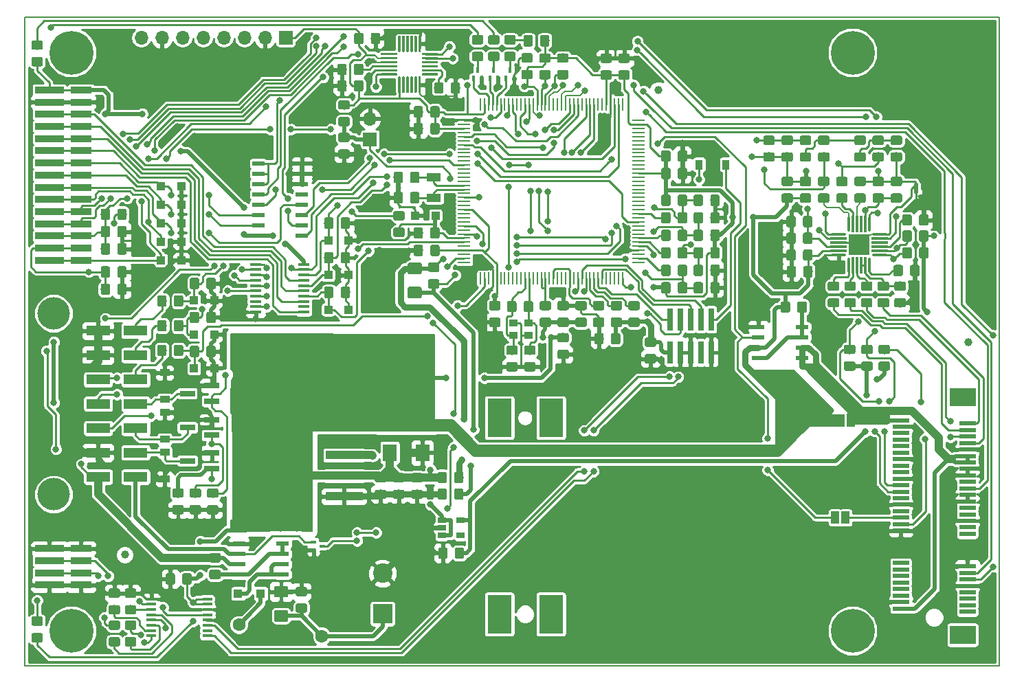
<source format=gbr>
G04 #@! TF.GenerationSoftware,KiCad,Pcbnew,5.0.1-33cea8e~68~ubuntu16.04.1*
G04 #@! TF.CreationDate,2018-11-15T12:16:53-03:00*
G04 #@! TF.ProjectId,TrackerAVL,547261636B657241564C2E6B69636164,1.1*
G04 #@! TF.SameCoordinates,Original*
G04 #@! TF.FileFunction,Copper,L1,Top,Signal*
G04 #@! TF.FilePolarity,Positive*
%FSLAX46Y46*%
G04 Gerber Fmt 4.6, Leading zero omitted, Abs format (unit mm)*
G04 Created by KiCad (PCBNEW 5.0.1-33cea8e~68~ubuntu16.04.1) date Thu 15 Nov 2018 12:16:53 -03*
%MOMM*%
%LPD*%
G01*
G04 APERTURE LIST*
G04 #@! TA.AperFunction,NonConductor*
%ADD10C,0.150000*%
G04 #@! TD*
G04 #@! TA.AperFunction,EtchedComponent*
%ADD11C,0.100000*%
G04 #@! TD*
G04 #@! TA.AperFunction,ComponentPad*
%ADD12R,1.700000X1.700000*%
G04 #@! TD*
G04 #@! TA.AperFunction,ComponentPad*
%ADD13O,1.700000X1.700000*%
G04 #@! TD*
G04 #@! TA.AperFunction,ComponentPad*
%ADD14C,5.400000*%
G04 #@! TD*
G04 #@! TA.AperFunction,Conductor*
%ADD15C,0.100000*%
G04 #@! TD*
G04 #@! TA.AperFunction,SMDPad,CuDef*
%ADD16C,1.150000*%
G04 #@! TD*
G04 #@! TA.AperFunction,SMDPad,CuDef*
%ADD17O,2.000000X0.300000*%
G04 #@! TD*
G04 #@! TA.AperFunction,SMDPad,CuDef*
%ADD18R,2.000000X0.300000*%
G04 #@! TD*
G04 #@! TA.AperFunction,SMDPad,CuDef*
%ADD19O,0.300000X2.000000*%
G04 #@! TD*
G04 #@! TA.AperFunction,SMDPad,CuDef*
%ADD20R,0.300000X2.000000*%
G04 #@! TD*
G04 #@! TA.AperFunction,SMDPad,CuDef*
%ADD21R,2.500000X2.500000*%
G04 #@! TD*
G04 #@! TA.AperFunction,SMDPad,CuDef*
%ADD22C,0.300000*%
G04 #@! TD*
G04 #@! TA.AperFunction,SMDPad,CuDef*
%ADD23R,3.000000X4.800000*%
G04 #@! TD*
G04 #@! TA.AperFunction,SMDPad,CuDef*
%ADD24R,2.000000X0.600000*%
G04 #@! TD*
G04 #@! TA.AperFunction,SMDPad,CuDef*
%ADD25R,3.200000X2.300000*%
G04 #@! TD*
G04 #@! TA.AperFunction,SMDPad,CuDef*
%ADD26R,0.254000X1.501140*%
G04 #@! TD*
G04 #@! TA.AperFunction,SMDPad,CuDef*
%ADD27R,1.501140X0.254000*%
G04 #@! TD*
G04 #@! TA.AperFunction,SMDPad,CuDef*
%ADD28R,1.500000X0.600000*%
G04 #@! TD*
G04 #@! TA.AperFunction,SMDPad,CuDef*
%ADD29R,1.000000X0.900000*%
G04 #@! TD*
G04 #@! TA.AperFunction,SMDPad,CuDef*
%ADD30R,1.550000X0.600000*%
G04 #@! TD*
G04 #@! TA.AperFunction,SMDPad,CuDef*
%ADD31C,1.425000*%
G04 #@! TD*
G04 #@! TA.AperFunction,ComponentPad*
%ADD32R,2.400000X2.400000*%
G04 #@! TD*
G04 #@! TA.AperFunction,ComponentPad*
%ADD33C,2.400000*%
G04 #@! TD*
G04 #@! TA.AperFunction,SMDPad,CuDef*
%ADD34R,0.900000X1.200000*%
G04 #@! TD*
G04 #@! TA.AperFunction,SMDPad,CuDef*
%ADD35R,1.100000X1.100000*%
G04 #@! TD*
G04 #@! TA.AperFunction,SMDPad,CuDef*
%ADD36R,1.778000X2.159000*%
G04 #@! TD*
G04 #@! TA.AperFunction,SMDPad,CuDef*
%ADD37R,1.200000X0.900000*%
G04 #@! TD*
G04 #@! TA.AperFunction,SMDPad,CuDef*
%ADD38R,1.000000X1.000000*%
G04 #@! TD*
G04 #@! TA.AperFunction,BGAPad,CuDef*
%ADD39C,1.000000*%
G04 #@! TD*
G04 #@! TA.AperFunction,ComponentPad*
%ADD40C,1.600000*%
G04 #@! TD*
G04 #@! TA.AperFunction,SMDPad,CuDef*
%ADD41R,2.920000X1.270000*%
G04 #@! TD*
G04 #@! TA.AperFunction,ComponentPad*
%ADD42C,4.000000*%
G04 #@! TD*
G04 #@! TA.AperFunction,SMDPad,CuDef*
%ADD43R,2.650000X0.850000*%
G04 #@! TD*
G04 #@! TA.AperFunction,SMDPad,CuDef*
%ADD44R,3.550000X0.850000*%
G04 #@! TD*
G04 #@! TA.AperFunction,SMDPad,CuDef*
%ADD45R,1.000000X1.500000*%
G04 #@! TD*
G04 #@! TA.AperFunction,SMDPad,CuDef*
%ADD46R,0.750000X2.790000*%
G04 #@! TD*
G04 #@! TA.AperFunction,SMDPad,CuDef*
%ADD47R,0.740000X2.790000*%
G04 #@! TD*
G04 #@! TA.AperFunction,SMDPad,CuDef*
%ADD48R,0.460000X0.650000*%
G04 #@! TD*
G04 #@! TA.AperFunction,SMDPad,CuDef*
%ADD49R,1.900000X0.800000*%
G04 #@! TD*
G04 #@! TA.AperFunction,SMDPad,CuDef*
%ADD50R,0.650000X0.460000*%
G04 #@! TD*
G04 #@! TA.AperFunction,SMDPad,CuDef*
%ADD51R,1.200000X0.400000*%
G04 #@! TD*
G04 #@! TA.AperFunction,SMDPad,CuDef*
%ADD52R,4.600000X1.100000*%
G04 #@! TD*
G04 #@! TA.AperFunction,SMDPad,CuDef*
%ADD53R,9.400000X10.800000*%
G04 #@! TD*
G04 #@! TA.AperFunction,SMDPad,CuDef*
%ADD54R,1.000000X0.700000*%
G04 #@! TD*
G04 #@! TA.AperFunction,SMDPad,CuDef*
%ADD55R,1.450000X0.450000*%
G04 #@! TD*
G04 #@! TA.AperFunction,SMDPad,CuDef*
%ADD56R,1.800000X1.000000*%
G04 #@! TD*
G04 #@! TA.AperFunction,Conductor*
%ADD57C,0.500000*%
G04 #@! TD*
G04 #@! TA.AperFunction,ViaPad*
%ADD58C,0.800000*%
G04 #@! TD*
G04 #@! TA.AperFunction,Conductor*
%ADD59C,0.250000*%
G04 #@! TD*
G04 #@! TA.AperFunction,Conductor*
%ADD60C,1.000000*%
G04 #@! TD*
G04 #@! TA.AperFunction,Conductor*
%ADD61C,0.750000*%
G04 #@! TD*
G04 #@! TA.AperFunction,Conductor*
%ADD62C,0.500000*%
G04 #@! TD*
G04 #@! TA.AperFunction,Conductor*
%ADD63C,0.240000*%
G04 #@! TD*
G04 #@! TA.AperFunction,Conductor*
%ADD64C,0.200000*%
G04 #@! TD*
G04 #@! TA.AperFunction,Conductor*
%ADD65C,1.500000*%
G04 #@! TD*
G04 #@! TA.AperFunction,Conductor*
%ADD66C,0.254000*%
G04 #@! TD*
G04 APERTURE END LIST*
D10*
X154750000Y-126750000D02*
X154750000Y-46750000D01*
X34750000Y-126750000D02*
X154750000Y-126750000D01*
X34750000Y-46750000D02*
X34750000Y-126750000D01*
X34750000Y-46750000D02*
X154750000Y-46750000D01*
D11*
G04 #@! TO.C,JP401*
G36*
X144250000Y-68400000D02*
X144250000Y-67400000D01*
X144750000Y-67400000D01*
X144750000Y-68400000D01*
X144250000Y-68400000D01*
G37*
G04 #@! TD*
D12*
G04 #@! TO.P,J301,1*
G04 #@! TO.N,+3V3*
X66850000Y-49300000D03*
D13*
G04 #@! TO.P,J301,2*
G04 #@! TO.N,GND*
X64310000Y-49300000D03*
G04 #@! TO.P,J301,3*
G04 #@! TO.N,/I2C_SDA*
X61770000Y-49300000D03*
G04 #@! TO.P,J301,4*
G04 #@! TO.N,/I2C_SCL*
X59230000Y-49300000D03*
G04 #@! TO.P,J301,5*
G04 #@! TO.N,Net-(J301-Pad5)*
X56690000Y-49300000D03*
G04 #@! TO.P,J301,6*
G04 #@! TO.N,Net-(J301-Pad6)*
X54150000Y-49300000D03*
G04 #@! TO.P,J301,7*
G04 #@! TO.N,GND*
X51610000Y-49300000D03*
G04 #@! TO.P,J301,8*
G04 #@! TO.N,/Aceler\00F3metro/INT*
X49070000Y-49300000D03*
G04 #@! TD*
D14*
G04 #@! TO.P,H102,1*
G04 #@! TO.N,N/C*
X136700000Y-51150000D03*
G04 #@! TD*
G04 #@! TO.P,H101,1*
G04 #@! TO.N,N/C*
X40450000Y-122400000D03*
G04 #@! TD*
G04 #@! TO.P,H103,1*
G04 #@! TO.N,N/C*
X136700000Y-122400000D03*
G04 #@! TD*
G04 #@! TO.P,H104,1*
G04 #@! TO.N,N/C*
X40450000Y-51150000D03*
G04 #@! TD*
D15*
G04 #@! TO.N,GND*
G04 #@! TO.C,C401*
G36*
X129474505Y-71276204D02*
X129498773Y-71279804D01*
X129522572Y-71285765D01*
X129545671Y-71294030D01*
X129567850Y-71304520D01*
X129588893Y-71317132D01*
X129608599Y-71331747D01*
X129626777Y-71348223D01*
X129643253Y-71366401D01*
X129657868Y-71386107D01*
X129670480Y-71407150D01*
X129680970Y-71429329D01*
X129689235Y-71452428D01*
X129695196Y-71476227D01*
X129698796Y-71500495D01*
X129700000Y-71524999D01*
X129700000Y-72425001D01*
X129698796Y-72449505D01*
X129695196Y-72473773D01*
X129689235Y-72497572D01*
X129680970Y-72520671D01*
X129670480Y-72542850D01*
X129657868Y-72563893D01*
X129643253Y-72583599D01*
X129626777Y-72601777D01*
X129608599Y-72618253D01*
X129588893Y-72632868D01*
X129567850Y-72645480D01*
X129545671Y-72655970D01*
X129522572Y-72664235D01*
X129498773Y-72670196D01*
X129474505Y-72673796D01*
X129450001Y-72675000D01*
X128799999Y-72675000D01*
X128775495Y-72673796D01*
X128751227Y-72670196D01*
X128727428Y-72664235D01*
X128704329Y-72655970D01*
X128682150Y-72645480D01*
X128661107Y-72632868D01*
X128641401Y-72618253D01*
X128623223Y-72601777D01*
X128606747Y-72583599D01*
X128592132Y-72563893D01*
X128579520Y-72542850D01*
X128569030Y-72520671D01*
X128560765Y-72497572D01*
X128554804Y-72473773D01*
X128551204Y-72449505D01*
X128550000Y-72425001D01*
X128550000Y-71524999D01*
X128551204Y-71500495D01*
X128554804Y-71476227D01*
X128560765Y-71452428D01*
X128569030Y-71429329D01*
X128579520Y-71407150D01*
X128592132Y-71386107D01*
X128606747Y-71366401D01*
X128623223Y-71348223D01*
X128641401Y-71331747D01*
X128661107Y-71317132D01*
X128682150Y-71304520D01*
X128704329Y-71294030D01*
X128727428Y-71285765D01*
X128751227Y-71279804D01*
X128775495Y-71276204D01*
X128799999Y-71275000D01*
X129450001Y-71275000D01*
X129474505Y-71276204D01*
X129474505Y-71276204D01*
G37*
D16*
G04 #@! TD*
G04 #@! TO.P,C401,2*
G04 #@! TO.N,GND*
X129125000Y-71975000D03*
D15*
G04 #@! TO.N,+1V8*
G04 #@! TO.C,C401*
G36*
X131524505Y-71276204D02*
X131548773Y-71279804D01*
X131572572Y-71285765D01*
X131595671Y-71294030D01*
X131617850Y-71304520D01*
X131638893Y-71317132D01*
X131658599Y-71331747D01*
X131676777Y-71348223D01*
X131693253Y-71366401D01*
X131707868Y-71386107D01*
X131720480Y-71407150D01*
X131730970Y-71429329D01*
X131739235Y-71452428D01*
X131745196Y-71476227D01*
X131748796Y-71500495D01*
X131750000Y-71524999D01*
X131750000Y-72425001D01*
X131748796Y-72449505D01*
X131745196Y-72473773D01*
X131739235Y-72497572D01*
X131730970Y-72520671D01*
X131720480Y-72542850D01*
X131707868Y-72563893D01*
X131693253Y-72583599D01*
X131676777Y-72601777D01*
X131658599Y-72618253D01*
X131638893Y-72632868D01*
X131617850Y-72645480D01*
X131595671Y-72655970D01*
X131572572Y-72664235D01*
X131548773Y-72670196D01*
X131524505Y-72673796D01*
X131500001Y-72675000D01*
X130849999Y-72675000D01*
X130825495Y-72673796D01*
X130801227Y-72670196D01*
X130777428Y-72664235D01*
X130754329Y-72655970D01*
X130732150Y-72645480D01*
X130711107Y-72632868D01*
X130691401Y-72618253D01*
X130673223Y-72601777D01*
X130656747Y-72583599D01*
X130642132Y-72563893D01*
X130629520Y-72542850D01*
X130619030Y-72520671D01*
X130610765Y-72497572D01*
X130604804Y-72473773D01*
X130601204Y-72449505D01*
X130600000Y-72425001D01*
X130600000Y-71524999D01*
X130601204Y-71500495D01*
X130604804Y-71476227D01*
X130610765Y-71452428D01*
X130619030Y-71429329D01*
X130629520Y-71407150D01*
X130642132Y-71386107D01*
X130656747Y-71366401D01*
X130673223Y-71348223D01*
X130691401Y-71331747D01*
X130711107Y-71317132D01*
X130732150Y-71304520D01*
X130754329Y-71294030D01*
X130777428Y-71285765D01*
X130801227Y-71279804D01*
X130825495Y-71276204D01*
X130849999Y-71275000D01*
X131500001Y-71275000D01*
X131524505Y-71276204D01*
X131524505Y-71276204D01*
G37*
D16*
G04 #@! TD*
G04 #@! TO.P,C401,1*
G04 #@! TO.N,+1V8*
X131175000Y-71975000D03*
D15*
G04 #@! TO.N,Net-(C304-Pad1)*
G04 #@! TO.C,C304*
G36*
X86074505Y-54801204D02*
X86098773Y-54804804D01*
X86122572Y-54810765D01*
X86145671Y-54819030D01*
X86167850Y-54829520D01*
X86188893Y-54842132D01*
X86208599Y-54856747D01*
X86226777Y-54873223D01*
X86243253Y-54891401D01*
X86257868Y-54911107D01*
X86270480Y-54932150D01*
X86280970Y-54954329D01*
X86289235Y-54977428D01*
X86295196Y-55001227D01*
X86298796Y-55025495D01*
X86300000Y-55049999D01*
X86300000Y-55950001D01*
X86298796Y-55974505D01*
X86295196Y-55998773D01*
X86289235Y-56022572D01*
X86280970Y-56045671D01*
X86270480Y-56067850D01*
X86257868Y-56088893D01*
X86243253Y-56108599D01*
X86226777Y-56126777D01*
X86208599Y-56143253D01*
X86188893Y-56157868D01*
X86167850Y-56170480D01*
X86145671Y-56180970D01*
X86122572Y-56189235D01*
X86098773Y-56195196D01*
X86074505Y-56198796D01*
X86050001Y-56200000D01*
X85399999Y-56200000D01*
X85375495Y-56198796D01*
X85351227Y-56195196D01*
X85327428Y-56189235D01*
X85304329Y-56180970D01*
X85282150Y-56170480D01*
X85261107Y-56157868D01*
X85241401Y-56143253D01*
X85223223Y-56126777D01*
X85206747Y-56108599D01*
X85192132Y-56088893D01*
X85179520Y-56067850D01*
X85169030Y-56045671D01*
X85160765Y-56022572D01*
X85154804Y-55998773D01*
X85151204Y-55974505D01*
X85150000Y-55950001D01*
X85150000Y-55049999D01*
X85151204Y-55025495D01*
X85154804Y-55001227D01*
X85160765Y-54977428D01*
X85169030Y-54954329D01*
X85179520Y-54932150D01*
X85192132Y-54911107D01*
X85206747Y-54891401D01*
X85223223Y-54873223D01*
X85241401Y-54856747D01*
X85261107Y-54842132D01*
X85282150Y-54829520D01*
X85304329Y-54819030D01*
X85327428Y-54810765D01*
X85351227Y-54804804D01*
X85375495Y-54801204D01*
X85399999Y-54800000D01*
X86050001Y-54800000D01*
X86074505Y-54801204D01*
X86074505Y-54801204D01*
G37*
D16*
G04 #@! TD*
G04 #@! TO.P,C304,1*
G04 #@! TO.N,Net-(C304-Pad1)*
X85725000Y-55500000D03*
D15*
G04 #@! TO.N,GND*
G04 #@! TO.C,C304*
G36*
X88124505Y-54801204D02*
X88148773Y-54804804D01*
X88172572Y-54810765D01*
X88195671Y-54819030D01*
X88217850Y-54829520D01*
X88238893Y-54842132D01*
X88258599Y-54856747D01*
X88276777Y-54873223D01*
X88293253Y-54891401D01*
X88307868Y-54911107D01*
X88320480Y-54932150D01*
X88330970Y-54954329D01*
X88339235Y-54977428D01*
X88345196Y-55001227D01*
X88348796Y-55025495D01*
X88350000Y-55049999D01*
X88350000Y-55950001D01*
X88348796Y-55974505D01*
X88345196Y-55998773D01*
X88339235Y-56022572D01*
X88330970Y-56045671D01*
X88320480Y-56067850D01*
X88307868Y-56088893D01*
X88293253Y-56108599D01*
X88276777Y-56126777D01*
X88258599Y-56143253D01*
X88238893Y-56157868D01*
X88217850Y-56170480D01*
X88195671Y-56180970D01*
X88172572Y-56189235D01*
X88148773Y-56195196D01*
X88124505Y-56198796D01*
X88100001Y-56200000D01*
X87449999Y-56200000D01*
X87425495Y-56198796D01*
X87401227Y-56195196D01*
X87377428Y-56189235D01*
X87354329Y-56180970D01*
X87332150Y-56170480D01*
X87311107Y-56157868D01*
X87291401Y-56143253D01*
X87273223Y-56126777D01*
X87256747Y-56108599D01*
X87242132Y-56088893D01*
X87229520Y-56067850D01*
X87219030Y-56045671D01*
X87210765Y-56022572D01*
X87204804Y-55998773D01*
X87201204Y-55974505D01*
X87200000Y-55950001D01*
X87200000Y-55049999D01*
X87201204Y-55025495D01*
X87204804Y-55001227D01*
X87210765Y-54977428D01*
X87219030Y-54954329D01*
X87229520Y-54932150D01*
X87242132Y-54911107D01*
X87256747Y-54891401D01*
X87273223Y-54873223D01*
X87291401Y-54856747D01*
X87311107Y-54842132D01*
X87332150Y-54829520D01*
X87354329Y-54819030D01*
X87377428Y-54810765D01*
X87401227Y-54804804D01*
X87425495Y-54801204D01*
X87449999Y-54800000D01*
X88100001Y-54800000D01*
X88124505Y-54801204D01*
X88124505Y-54801204D01*
G37*
D16*
G04 #@! TD*
G04 #@! TO.P,C304,2*
G04 #@! TO.N,GND*
X87775000Y-55500000D03*
D17*
G04 #@! TO.P,U401,1*
G04 #@! TO.N,/Audio/MICBIAS*
X134970000Y-73550000D03*
D18*
G04 #@! TO.P,U401,2*
G04 #@! TO.N,+3V3*
X134970000Y-74050000D03*
G04 #@! TO.P,U401,3*
G04 #@! TO.N,GNDS*
X134970000Y-74550000D03*
G04 #@! TO.P,U401,4*
G04 #@! TO.N,+1V8*
X134970000Y-75050000D03*
G04 #@! TO.P,U401,5*
G04 #@! TO.N,+3V3*
X134970000Y-75550000D03*
D17*
G04 #@! TO.P,U401,6*
G04 #@! TO.N,GND*
X134970000Y-76050000D03*
D19*
G04 #@! TO.P,U401,7*
G04 #@! TO.N,Net-(R401-Pad1)*
X136250000Y-77330000D03*
D20*
G04 #@! TO.P,U401,8*
G04 #@! TO.N,Net-(R402-Pad1)*
X136750000Y-77330000D03*
G04 #@! TO.P,U401,9*
G04 #@! TO.N,Net-(R403-Pad1)*
X137250000Y-77330000D03*
G04 #@! TO.P,U401,10*
G04 #@! TO.N,Net-(C405-Pad1)*
X137750000Y-77330000D03*
G04 #@! TO.P,U401,11*
X138250000Y-77330000D03*
D19*
G04 #@! TO.P,U401,12*
G04 #@! TO.N,Net-(R405-Pad1)*
X138750000Y-77330000D03*
D17*
G04 #@! TO.P,U401,13*
G04 #@! TO.N,/UC20_PCIe/I2C_SCL*
X140030000Y-76050000D03*
D18*
G04 #@! TO.P,U401,14*
G04 #@! TO.N,/UC20_PCIe/I2C_SDA*
X140030000Y-75550000D03*
G04 #@! TO.P,U401,15*
G04 #@! TO.N,Net-(R406-Pad1)*
X140030000Y-75050000D03*
G04 #@! TO.P,U401,16*
G04 #@! TO.N,Net-(U401-Pad16)*
X140030000Y-74550000D03*
G04 #@! TO.P,U401,17*
G04 #@! TO.N,/SPK+*
X140030000Y-74050000D03*
D17*
G04 #@! TO.P,U401,18*
G04 #@! TO.N,GNDS*
X140030000Y-73550000D03*
D19*
G04 #@! TO.P,U401,19*
G04 #@! TO.N,/SPK-*
X138750000Y-72270000D03*
D20*
G04 #@! TO.P,U401,20*
G04 #@! TO.N,+3V3*
X138250000Y-72270000D03*
G04 #@! TO.P,U401,21*
G04 #@! TO.N,Net-(U401-Pad21)*
X137750000Y-72270000D03*
G04 #@! TO.P,U401,22*
G04 #@! TO.N,Net-(C408-Pad1)*
X137250000Y-72270000D03*
G04 #@! TO.P,U401,23*
G04 #@! TO.N,/Audio/MICN*
X136750000Y-72270000D03*
D19*
G04 #@! TO.P,U401,24*
G04 #@! TO.N,/Audio/MICP*
X136250000Y-72270000D03*
D21*
G04 #@! TO.P,U401,25*
G04 #@! TO.N,GNDS*
X137500000Y-74800000D03*
G04 #@! TD*
D15*
G04 #@! TO.N,GND*
G04 #@! TO.C,U301*
G36*
X83456145Y-49065501D02*
X83463426Y-49066581D01*
X83470565Y-49068369D01*
X83477495Y-49070849D01*
X83484149Y-49073996D01*
X83490462Y-49077780D01*
X83496373Y-49082164D01*
X83501827Y-49087107D01*
X83506770Y-49092561D01*
X83511154Y-49098472D01*
X83514938Y-49104785D01*
X83518085Y-49111439D01*
X83520565Y-49118369D01*
X83522353Y-49125508D01*
X83523433Y-49132789D01*
X83523794Y-49140140D01*
X83523794Y-50990140D01*
X83523433Y-50997491D01*
X83522353Y-51004772D01*
X83520565Y-51011911D01*
X83518085Y-51018841D01*
X83514938Y-51025495D01*
X83511154Y-51031808D01*
X83506770Y-51037719D01*
X83501827Y-51043173D01*
X83496373Y-51048116D01*
X83490462Y-51052500D01*
X83484149Y-51056284D01*
X83477495Y-51059431D01*
X83470565Y-51061911D01*
X83463426Y-51063699D01*
X83456145Y-51064779D01*
X83448794Y-51065140D01*
X83298794Y-51065140D01*
X83291443Y-51064779D01*
X83284162Y-51063699D01*
X83277023Y-51061911D01*
X83270093Y-51059431D01*
X83263439Y-51056284D01*
X83257126Y-51052500D01*
X83251215Y-51048116D01*
X83245761Y-51043173D01*
X83240818Y-51037719D01*
X83236434Y-51031808D01*
X83232650Y-51025495D01*
X83229503Y-51018841D01*
X83227023Y-51011911D01*
X83225235Y-51004772D01*
X83224155Y-50997491D01*
X83223794Y-50990140D01*
X83223794Y-49140140D01*
X83224155Y-49132789D01*
X83225235Y-49125508D01*
X83227023Y-49118369D01*
X83229503Y-49111439D01*
X83232650Y-49104785D01*
X83236434Y-49098472D01*
X83240818Y-49092561D01*
X83245761Y-49087107D01*
X83251215Y-49082164D01*
X83257126Y-49077780D01*
X83263439Y-49073996D01*
X83270093Y-49070849D01*
X83277023Y-49068369D01*
X83284162Y-49066581D01*
X83291443Y-49065501D01*
X83298794Y-49065140D01*
X83448794Y-49065140D01*
X83456145Y-49065501D01*
X83456145Y-49065501D01*
G37*
D22*
G04 #@! TD*
G04 #@! TO.P,U301,1*
G04 #@! TO.N,GND*
X83373794Y-50065140D03*
D15*
G04 #@! TO.N,N/C*
G04 #@! TO.C,U301*
G36*
X82956145Y-49065501D02*
X82963426Y-49066581D01*
X82970565Y-49068369D01*
X82977495Y-49070849D01*
X82984149Y-49073996D01*
X82990462Y-49077780D01*
X82996373Y-49082164D01*
X83001827Y-49087107D01*
X83006770Y-49092561D01*
X83011154Y-49098472D01*
X83014938Y-49104785D01*
X83018085Y-49111439D01*
X83020565Y-49118369D01*
X83022353Y-49125508D01*
X83023433Y-49132789D01*
X83023794Y-49140140D01*
X83023794Y-50990140D01*
X83023433Y-50997491D01*
X83022353Y-51004772D01*
X83020565Y-51011911D01*
X83018085Y-51018841D01*
X83014938Y-51025495D01*
X83011154Y-51031808D01*
X83006770Y-51037719D01*
X83001827Y-51043173D01*
X82996373Y-51048116D01*
X82990462Y-51052500D01*
X82984149Y-51056284D01*
X82977495Y-51059431D01*
X82970565Y-51061911D01*
X82963426Y-51063699D01*
X82956145Y-51064779D01*
X82948794Y-51065140D01*
X82798794Y-51065140D01*
X82791443Y-51064779D01*
X82784162Y-51063699D01*
X82777023Y-51061911D01*
X82770093Y-51059431D01*
X82763439Y-51056284D01*
X82757126Y-51052500D01*
X82751215Y-51048116D01*
X82745761Y-51043173D01*
X82740818Y-51037719D01*
X82736434Y-51031808D01*
X82732650Y-51025495D01*
X82729503Y-51018841D01*
X82727023Y-51011911D01*
X82725235Y-51004772D01*
X82724155Y-50997491D01*
X82723794Y-50990140D01*
X82723794Y-49140140D01*
X82724155Y-49132789D01*
X82725235Y-49125508D01*
X82727023Y-49118369D01*
X82729503Y-49111439D01*
X82732650Y-49104785D01*
X82736434Y-49098472D01*
X82740818Y-49092561D01*
X82745761Y-49087107D01*
X82751215Y-49082164D01*
X82757126Y-49077780D01*
X82763439Y-49073996D01*
X82770093Y-49070849D01*
X82777023Y-49068369D01*
X82784162Y-49066581D01*
X82791443Y-49065501D01*
X82798794Y-49065140D01*
X82948794Y-49065140D01*
X82956145Y-49065501D01*
X82956145Y-49065501D01*
G37*
D22*
G04 #@! TD*
G04 #@! TO.P,U301,2*
G04 #@! TO.N,N/C*
X82873794Y-50065140D03*
D15*
G04 #@! TO.N,N/C*
G04 #@! TO.C,U301*
G36*
X82456145Y-49065501D02*
X82463426Y-49066581D01*
X82470565Y-49068369D01*
X82477495Y-49070849D01*
X82484149Y-49073996D01*
X82490462Y-49077780D01*
X82496373Y-49082164D01*
X82501827Y-49087107D01*
X82506770Y-49092561D01*
X82511154Y-49098472D01*
X82514938Y-49104785D01*
X82518085Y-49111439D01*
X82520565Y-49118369D01*
X82522353Y-49125508D01*
X82523433Y-49132789D01*
X82523794Y-49140140D01*
X82523794Y-50990140D01*
X82523433Y-50997491D01*
X82522353Y-51004772D01*
X82520565Y-51011911D01*
X82518085Y-51018841D01*
X82514938Y-51025495D01*
X82511154Y-51031808D01*
X82506770Y-51037719D01*
X82501827Y-51043173D01*
X82496373Y-51048116D01*
X82490462Y-51052500D01*
X82484149Y-51056284D01*
X82477495Y-51059431D01*
X82470565Y-51061911D01*
X82463426Y-51063699D01*
X82456145Y-51064779D01*
X82448794Y-51065140D01*
X82298794Y-51065140D01*
X82291443Y-51064779D01*
X82284162Y-51063699D01*
X82277023Y-51061911D01*
X82270093Y-51059431D01*
X82263439Y-51056284D01*
X82257126Y-51052500D01*
X82251215Y-51048116D01*
X82245761Y-51043173D01*
X82240818Y-51037719D01*
X82236434Y-51031808D01*
X82232650Y-51025495D01*
X82229503Y-51018841D01*
X82227023Y-51011911D01*
X82225235Y-51004772D01*
X82224155Y-50997491D01*
X82223794Y-50990140D01*
X82223794Y-49140140D01*
X82224155Y-49132789D01*
X82225235Y-49125508D01*
X82227023Y-49118369D01*
X82229503Y-49111439D01*
X82232650Y-49104785D01*
X82236434Y-49098472D01*
X82240818Y-49092561D01*
X82245761Y-49087107D01*
X82251215Y-49082164D01*
X82257126Y-49077780D01*
X82263439Y-49073996D01*
X82270093Y-49070849D01*
X82277023Y-49068369D01*
X82284162Y-49066581D01*
X82291443Y-49065501D01*
X82298794Y-49065140D01*
X82448794Y-49065140D01*
X82456145Y-49065501D01*
X82456145Y-49065501D01*
G37*
D22*
G04 #@! TD*
G04 #@! TO.P,U301,3*
G04 #@! TO.N,N/C*
X82373794Y-50065140D03*
D15*
G04 #@! TO.N,N/C*
G04 #@! TO.C,U301*
G36*
X81956145Y-49065501D02*
X81963426Y-49066581D01*
X81970565Y-49068369D01*
X81977495Y-49070849D01*
X81984149Y-49073996D01*
X81990462Y-49077780D01*
X81996373Y-49082164D01*
X82001827Y-49087107D01*
X82006770Y-49092561D01*
X82011154Y-49098472D01*
X82014938Y-49104785D01*
X82018085Y-49111439D01*
X82020565Y-49118369D01*
X82022353Y-49125508D01*
X82023433Y-49132789D01*
X82023794Y-49140140D01*
X82023794Y-50990140D01*
X82023433Y-50997491D01*
X82022353Y-51004772D01*
X82020565Y-51011911D01*
X82018085Y-51018841D01*
X82014938Y-51025495D01*
X82011154Y-51031808D01*
X82006770Y-51037719D01*
X82001827Y-51043173D01*
X81996373Y-51048116D01*
X81990462Y-51052500D01*
X81984149Y-51056284D01*
X81977495Y-51059431D01*
X81970565Y-51061911D01*
X81963426Y-51063699D01*
X81956145Y-51064779D01*
X81948794Y-51065140D01*
X81798794Y-51065140D01*
X81791443Y-51064779D01*
X81784162Y-51063699D01*
X81777023Y-51061911D01*
X81770093Y-51059431D01*
X81763439Y-51056284D01*
X81757126Y-51052500D01*
X81751215Y-51048116D01*
X81745761Y-51043173D01*
X81740818Y-51037719D01*
X81736434Y-51031808D01*
X81732650Y-51025495D01*
X81729503Y-51018841D01*
X81727023Y-51011911D01*
X81725235Y-51004772D01*
X81724155Y-50997491D01*
X81723794Y-50990140D01*
X81723794Y-49140140D01*
X81724155Y-49132789D01*
X81725235Y-49125508D01*
X81727023Y-49118369D01*
X81729503Y-49111439D01*
X81732650Y-49104785D01*
X81736434Y-49098472D01*
X81740818Y-49092561D01*
X81745761Y-49087107D01*
X81751215Y-49082164D01*
X81757126Y-49077780D01*
X81763439Y-49073996D01*
X81770093Y-49070849D01*
X81777023Y-49068369D01*
X81784162Y-49066581D01*
X81791443Y-49065501D01*
X81798794Y-49065140D01*
X81948794Y-49065140D01*
X81956145Y-49065501D01*
X81956145Y-49065501D01*
G37*
D22*
G04 #@! TD*
G04 #@! TO.P,U301,4*
G04 #@! TO.N,N/C*
X81873794Y-50065140D03*
D15*
G04 #@! TO.N,N/C*
G04 #@! TO.C,U301*
G36*
X81456145Y-49065501D02*
X81463426Y-49066581D01*
X81470565Y-49068369D01*
X81477495Y-49070849D01*
X81484149Y-49073996D01*
X81490462Y-49077780D01*
X81496373Y-49082164D01*
X81501827Y-49087107D01*
X81506770Y-49092561D01*
X81511154Y-49098472D01*
X81514938Y-49104785D01*
X81518085Y-49111439D01*
X81520565Y-49118369D01*
X81522353Y-49125508D01*
X81523433Y-49132789D01*
X81523794Y-49140140D01*
X81523794Y-50990140D01*
X81523433Y-50997491D01*
X81522353Y-51004772D01*
X81520565Y-51011911D01*
X81518085Y-51018841D01*
X81514938Y-51025495D01*
X81511154Y-51031808D01*
X81506770Y-51037719D01*
X81501827Y-51043173D01*
X81496373Y-51048116D01*
X81490462Y-51052500D01*
X81484149Y-51056284D01*
X81477495Y-51059431D01*
X81470565Y-51061911D01*
X81463426Y-51063699D01*
X81456145Y-51064779D01*
X81448794Y-51065140D01*
X81298794Y-51065140D01*
X81291443Y-51064779D01*
X81284162Y-51063699D01*
X81277023Y-51061911D01*
X81270093Y-51059431D01*
X81263439Y-51056284D01*
X81257126Y-51052500D01*
X81251215Y-51048116D01*
X81245761Y-51043173D01*
X81240818Y-51037719D01*
X81236434Y-51031808D01*
X81232650Y-51025495D01*
X81229503Y-51018841D01*
X81227023Y-51011911D01*
X81225235Y-51004772D01*
X81224155Y-50997491D01*
X81223794Y-50990140D01*
X81223794Y-49140140D01*
X81224155Y-49132789D01*
X81225235Y-49125508D01*
X81227023Y-49118369D01*
X81229503Y-49111439D01*
X81232650Y-49104785D01*
X81236434Y-49098472D01*
X81240818Y-49092561D01*
X81245761Y-49087107D01*
X81251215Y-49082164D01*
X81257126Y-49077780D01*
X81263439Y-49073996D01*
X81270093Y-49070849D01*
X81277023Y-49068369D01*
X81284162Y-49066581D01*
X81291443Y-49065501D01*
X81298794Y-49065140D01*
X81448794Y-49065140D01*
X81456145Y-49065501D01*
X81456145Y-49065501D01*
G37*
D22*
G04 #@! TD*
G04 #@! TO.P,U301,5*
G04 #@! TO.N,N/C*
X81373794Y-50065140D03*
D15*
G04 #@! TO.N,Net-(U301-Pad6)*
G04 #@! TO.C,U301*
G36*
X80956145Y-49065501D02*
X80963426Y-49066581D01*
X80970565Y-49068369D01*
X80977495Y-49070849D01*
X80984149Y-49073996D01*
X80990462Y-49077780D01*
X80996373Y-49082164D01*
X81001827Y-49087107D01*
X81006770Y-49092561D01*
X81011154Y-49098472D01*
X81014938Y-49104785D01*
X81018085Y-49111439D01*
X81020565Y-49118369D01*
X81022353Y-49125508D01*
X81023433Y-49132789D01*
X81023794Y-49140140D01*
X81023794Y-50990140D01*
X81023433Y-50997491D01*
X81022353Y-51004772D01*
X81020565Y-51011911D01*
X81018085Y-51018841D01*
X81014938Y-51025495D01*
X81011154Y-51031808D01*
X81006770Y-51037719D01*
X81001827Y-51043173D01*
X80996373Y-51048116D01*
X80990462Y-51052500D01*
X80984149Y-51056284D01*
X80977495Y-51059431D01*
X80970565Y-51061911D01*
X80963426Y-51063699D01*
X80956145Y-51064779D01*
X80948794Y-51065140D01*
X80798794Y-51065140D01*
X80791443Y-51064779D01*
X80784162Y-51063699D01*
X80777023Y-51061911D01*
X80770093Y-51059431D01*
X80763439Y-51056284D01*
X80757126Y-51052500D01*
X80751215Y-51048116D01*
X80745761Y-51043173D01*
X80740818Y-51037719D01*
X80736434Y-51031808D01*
X80732650Y-51025495D01*
X80729503Y-51018841D01*
X80727023Y-51011911D01*
X80725235Y-51004772D01*
X80724155Y-50997491D01*
X80723794Y-50990140D01*
X80723794Y-49140140D01*
X80724155Y-49132789D01*
X80725235Y-49125508D01*
X80727023Y-49118369D01*
X80729503Y-49111439D01*
X80732650Y-49104785D01*
X80736434Y-49098472D01*
X80740818Y-49092561D01*
X80745761Y-49087107D01*
X80751215Y-49082164D01*
X80757126Y-49077780D01*
X80763439Y-49073996D01*
X80770093Y-49070849D01*
X80777023Y-49068369D01*
X80784162Y-49066581D01*
X80791443Y-49065501D01*
X80798794Y-49065140D01*
X80948794Y-49065140D01*
X80956145Y-49065501D01*
X80956145Y-49065501D01*
G37*
D22*
G04 #@! TD*
G04 #@! TO.P,U301,6*
G04 #@! TO.N,Net-(U301-Pad6)*
X80873794Y-50065140D03*
D15*
G04 #@! TO.N,Net-(U301-Pad7)*
G04 #@! TO.C,U301*
G36*
X80536145Y-51185501D02*
X80543426Y-51186581D01*
X80550565Y-51188369D01*
X80557495Y-51190849D01*
X80564149Y-51193996D01*
X80570462Y-51197780D01*
X80576373Y-51202164D01*
X80581827Y-51207107D01*
X80586770Y-51212561D01*
X80591154Y-51218472D01*
X80594938Y-51224785D01*
X80598085Y-51231439D01*
X80600565Y-51238369D01*
X80602353Y-51245508D01*
X80603433Y-51252789D01*
X80603794Y-51260140D01*
X80603794Y-51410140D01*
X80603433Y-51417491D01*
X80602353Y-51424772D01*
X80600565Y-51431911D01*
X80598085Y-51438841D01*
X80594938Y-51445495D01*
X80591154Y-51451808D01*
X80586770Y-51457719D01*
X80581827Y-51463173D01*
X80576373Y-51468116D01*
X80570462Y-51472500D01*
X80564149Y-51476284D01*
X80557495Y-51479431D01*
X80550565Y-51481911D01*
X80543426Y-51483699D01*
X80536145Y-51484779D01*
X80528794Y-51485140D01*
X78678794Y-51485140D01*
X78671443Y-51484779D01*
X78664162Y-51483699D01*
X78657023Y-51481911D01*
X78650093Y-51479431D01*
X78643439Y-51476284D01*
X78637126Y-51472500D01*
X78631215Y-51468116D01*
X78625761Y-51463173D01*
X78620818Y-51457719D01*
X78616434Y-51451808D01*
X78612650Y-51445495D01*
X78609503Y-51438841D01*
X78607023Y-51431911D01*
X78605235Y-51424772D01*
X78604155Y-51417491D01*
X78603794Y-51410140D01*
X78603794Y-51260140D01*
X78604155Y-51252789D01*
X78605235Y-51245508D01*
X78607023Y-51238369D01*
X78609503Y-51231439D01*
X78612650Y-51224785D01*
X78616434Y-51218472D01*
X78620818Y-51212561D01*
X78625761Y-51207107D01*
X78631215Y-51202164D01*
X78637126Y-51197780D01*
X78643439Y-51193996D01*
X78650093Y-51190849D01*
X78657023Y-51188369D01*
X78664162Y-51186581D01*
X78671443Y-51185501D01*
X78678794Y-51185140D01*
X80528794Y-51185140D01*
X80536145Y-51185501D01*
X80536145Y-51185501D01*
G37*
D22*
G04 #@! TD*
G04 #@! TO.P,U301,7*
G04 #@! TO.N,Net-(U301-Pad7)*
X79603794Y-51335140D03*
D15*
G04 #@! TO.N,+3V3*
G04 #@! TO.C,U301*
G36*
X80536145Y-51685501D02*
X80543426Y-51686581D01*
X80550565Y-51688369D01*
X80557495Y-51690849D01*
X80564149Y-51693996D01*
X80570462Y-51697780D01*
X80576373Y-51702164D01*
X80581827Y-51707107D01*
X80586770Y-51712561D01*
X80591154Y-51718472D01*
X80594938Y-51724785D01*
X80598085Y-51731439D01*
X80600565Y-51738369D01*
X80602353Y-51745508D01*
X80603433Y-51752789D01*
X80603794Y-51760140D01*
X80603794Y-51910140D01*
X80603433Y-51917491D01*
X80602353Y-51924772D01*
X80600565Y-51931911D01*
X80598085Y-51938841D01*
X80594938Y-51945495D01*
X80591154Y-51951808D01*
X80586770Y-51957719D01*
X80581827Y-51963173D01*
X80576373Y-51968116D01*
X80570462Y-51972500D01*
X80564149Y-51976284D01*
X80557495Y-51979431D01*
X80550565Y-51981911D01*
X80543426Y-51983699D01*
X80536145Y-51984779D01*
X80528794Y-51985140D01*
X78678794Y-51985140D01*
X78671443Y-51984779D01*
X78664162Y-51983699D01*
X78657023Y-51981911D01*
X78650093Y-51979431D01*
X78643439Y-51976284D01*
X78637126Y-51972500D01*
X78631215Y-51968116D01*
X78625761Y-51963173D01*
X78620818Y-51957719D01*
X78616434Y-51951808D01*
X78612650Y-51945495D01*
X78609503Y-51938841D01*
X78607023Y-51931911D01*
X78605235Y-51924772D01*
X78604155Y-51917491D01*
X78603794Y-51910140D01*
X78603794Y-51760140D01*
X78604155Y-51752789D01*
X78605235Y-51745508D01*
X78607023Y-51738369D01*
X78609503Y-51731439D01*
X78612650Y-51724785D01*
X78616434Y-51718472D01*
X78620818Y-51712561D01*
X78625761Y-51707107D01*
X78631215Y-51702164D01*
X78637126Y-51697780D01*
X78643439Y-51693996D01*
X78650093Y-51690849D01*
X78657023Y-51688369D01*
X78664162Y-51686581D01*
X78671443Y-51685501D01*
X78678794Y-51685140D01*
X80528794Y-51685140D01*
X80536145Y-51685501D01*
X80536145Y-51685501D01*
G37*
D22*
G04 #@! TD*
G04 #@! TO.P,U301,8*
G04 #@! TO.N,+3V3*
X79603794Y-51835140D03*
D15*
G04 #@! TO.N,GND*
G04 #@! TO.C,U301*
G36*
X80536145Y-52185501D02*
X80543426Y-52186581D01*
X80550565Y-52188369D01*
X80557495Y-52190849D01*
X80564149Y-52193996D01*
X80570462Y-52197780D01*
X80576373Y-52202164D01*
X80581827Y-52207107D01*
X80586770Y-52212561D01*
X80591154Y-52218472D01*
X80594938Y-52224785D01*
X80598085Y-52231439D01*
X80600565Y-52238369D01*
X80602353Y-52245508D01*
X80603433Y-52252789D01*
X80603794Y-52260140D01*
X80603794Y-52410140D01*
X80603433Y-52417491D01*
X80602353Y-52424772D01*
X80600565Y-52431911D01*
X80598085Y-52438841D01*
X80594938Y-52445495D01*
X80591154Y-52451808D01*
X80586770Y-52457719D01*
X80581827Y-52463173D01*
X80576373Y-52468116D01*
X80570462Y-52472500D01*
X80564149Y-52476284D01*
X80557495Y-52479431D01*
X80550565Y-52481911D01*
X80543426Y-52483699D01*
X80536145Y-52484779D01*
X80528794Y-52485140D01*
X78678794Y-52485140D01*
X78671443Y-52484779D01*
X78664162Y-52483699D01*
X78657023Y-52481911D01*
X78650093Y-52479431D01*
X78643439Y-52476284D01*
X78637126Y-52472500D01*
X78631215Y-52468116D01*
X78625761Y-52463173D01*
X78620818Y-52457719D01*
X78616434Y-52451808D01*
X78612650Y-52445495D01*
X78609503Y-52438841D01*
X78607023Y-52431911D01*
X78605235Y-52424772D01*
X78604155Y-52417491D01*
X78603794Y-52410140D01*
X78603794Y-52260140D01*
X78604155Y-52252789D01*
X78605235Y-52245508D01*
X78607023Y-52238369D01*
X78609503Y-52231439D01*
X78612650Y-52224785D01*
X78616434Y-52218472D01*
X78620818Y-52212561D01*
X78625761Y-52207107D01*
X78631215Y-52202164D01*
X78637126Y-52197780D01*
X78643439Y-52193996D01*
X78650093Y-52190849D01*
X78657023Y-52188369D01*
X78664162Y-52186581D01*
X78671443Y-52185501D01*
X78678794Y-52185140D01*
X80528794Y-52185140D01*
X80536145Y-52185501D01*
X80536145Y-52185501D01*
G37*
D22*
G04 #@! TD*
G04 #@! TO.P,U301,9*
G04 #@! TO.N,GND*
X79603794Y-52335140D03*
D15*
G04 #@! TO.N,Net-(C303-Pad1)*
G04 #@! TO.C,U301*
G36*
X80536145Y-52685501D02*
X80543426Y-52686581D01*
X80550565Y-52688369D01*
X80557495Y-52690849D01*
X80564149Y-52693996D01*
X80570462Y-52697780D01*
X80576373Y-52702164D01*
X80581827Y-52707107D01*
X80586770Y-52712561D01*
X80591154Y-52718472D01*
X80594938Y-52724785D01*
X80598085Y-52731439D01*
X80600565Y-52738369D01*
X80602353Y-52745508D01*
X80603433Y-52752789D01*
X80603794Y-52760140D01*
X80603794Y-52910140D01*
X80603433Y-52917491D01*
X80602353Y-52924772D01*
X80600565Y-52931911D01*
X80598085Y-52938841D01*
X80594938Y-52945495D01*
X80591154Y-52951808D01*
X80586770Y-52957719D01*
X80581827Y-52963173D01*
X80576373Y-52968116D01*
X80570462Y-52972500D01*
X80564149Y-52976284D01*
X80557495Y-52979431D01*
X80550565Y-52981911D01*
X80543426Y-52983699D01*
X80536145Y-52984779D01*
X80528794Y-52985140D01*
X78678794Y-52985140D01*
X78671443Y-52984779D01*
X78664162Y-52983699D01*
X78657023Y-52981911D01*
X78650093Y-52979431D01*
X78643439Y-52976284D01*
X78637126Y-52972500D01*
X78631215Y-52968116D01*
X78625761Y-52963173D01*
X78620818Y-52957719D01*
X78616434Y-52951808D01*
X78612650Y-52945495D01*
X78609503Y-52938841D01*
X78607023Y-52931911D01*
X78605235Y-52924772D01*
X78604155Y-52917491D01*
X78603794Y-52910140D01*
X78603794Y-52760140D01*
X78604155Y-52752789D01*
X78605235Y-52745508D01*
X78607023Y-52738369D01*
X78609503Y-52731439D01*
X78612650Y-52724785D01*
X78616434Y-52718472D01*
X78620818Y-52712561D01*
X78625761Y-52707107D01*
X78631215Y-52702164D01*
X78637126Y-52697780D01*
X78643439Y-52693996D01*
X78650093Y-52690849D01*
X78657023Y-52688369D01*
X78664162Y-52686581D01*
X78671443Y-52685501D01*
X78678794Y-52685140D01*
X80528794Y-52685140D01*
X80536145Y-52685501D01*
X80536145Y-52685501D01*
G37*
D22*
G04 #@! TD*
G04 #@! TO.P,U301,10*
G04 #@! TO.N,Net-(C303-Pad1)*
X79603794Y-52835140D03*
D15*
G04 #@! TO.N,GND*
G04 #@! TO.C,U301*
G36*
X80536145Y-53185501D02*
X80543426Y-53186581D01*
X80550565Y-53188369D01*
X80557495Y-53190849D01*
X80564149Y-53193996D01*
X80570462Y-53197780D01*
X80576373Y-53202164D01*
X80581827Y-53207107D01*
X80586770Y-53212561D01*
X80591154Y-53218472D01*
X80594938Y-53224785D01*
X80598085Y-53231439D01*
X80600565Y-53238369D01*
X80602353Y-53245508D01*
X80603433Y-53252789D01*
X80603794Y-53260140D01*
X80603794Y-53410140D01*
X80603433Y-53417491D01*
X80602353Y-53424772D01*
X80600565Y-53431911D01*
X80598085Y-53438841D01*
X80594938Y-53445495D01*
X80591154Y-53451808D01*
X80586770Y-53457719D01*
X80581827Y-53463173D01*
X80576373Y-53468116D01*
X80570462Y-53472500D01*
X80564149Y-53476284D01*
X80557495Y-53479431D01*
X80550565Y-53481911D01*
X80543426Y-53483699D01*
X80536145Y-53484779D01*
X80528794Y-53485140D01*
X78678794Y-53485140D01*
X78671443Y-53484779D01*
X78664162Y-53483699D01*
X78657023Y-53481911D01*
X78650093Y-53479431D01*
X78643439Y-53476284D01*
X78637126Y-53472500D01*
X78631215Y-53468116D01*
X78625761Y-53463173D01*
X78620818Y-53457719D01*
X78616434Y-53451808D01*
X78612650Y-53445495D01*
X78609503Y-53438841D01*
X78607023Y-53431911D01*
X78605235Y-53424772D01*
X78604155Y-53417491D01*
X78603794Y-53410140D01*
X78603794Y-53260140D01*
X78604155Y-53252789D01*
X78605235Y-53245508D01*
X78607023Y-53238369D01*
X78609503Y-53231439D01*
X78612650Y-53224785D01*
X78616434Y-53218472D01*
X78620818Y-53212561D01*
X78625761Y-53207107D01*
X78631215Y-53202164D01*
X78637126Y-53197780D01*
X78643439Y-53193996D01*
X78650093Y-53190849D01*
X78657023Y-53188369D01*
X78664162Y-53186581D01*
X78671443Y-53185501D01*
X78678794Y-53185140D01*
X80528794Y-53185140D01*
X80536145Y-53185501D01*
X80536145Y-53185501D01*
G37*
D22*
G04 #@! TD*
G04 #@! TO.P,U301,11*
G04 #@! TO.N,GND*
X79603794Y-53335140D03*
D15*
G04 #@! TO.N,/Aceler\00F3metro/INT*
G04 #@! TO.C,U301*
G36*
X80536145Y-53685501D02*
X80543426Y-53686581D01*
X80550565Y-53688369D01*
X80557495Y-53690849D01*
X80564149Y-53693996D01*
X80570462Y-53697780D01*
X80576373Y-53702164D01*
X80581827Y-53707107D01*
X80586770Y-53712561D01*
X80591154Y-53718472D01*
X80594938Y-53724785D01*
X80598085Y-53731439D01*
X80600565Y-53738369D01*
X80602353Y-53745508D01*
X80603433Y-53752789D01*
X80603794Y-53760140D01*
X80603794Y-53910140D01*
X80603433Y-53917491D01*
X80602353Y-53924772D01*
X80600565Y-53931911D01*
X80598085Y-53938841D01*
X80594938Y-53945495D01*
X80591154Y-53951808D01*
X80586770Y-53957719D01*
X80581827Y-53963173D01*
X80576373Y-53968116D01*
X80570462Y-53972500D01*
X80564149Y-53976284D01*
X80557495Y-53979431D01*
X80550565Y-53981911D01*
X80543426Y-53983699D01*
X80536145Y-53984779D01*
X80528794Y-53985140D01*
X78678794Y-53985140D01*
X78671443Y-53984779D01*
X78664162Y-53983699D01*
X78657023Y-53981911D01*
X78650093Y-53979431D01*
X78643439Y-53976284D01*
X78637126Y-53972500D01*
X78631215Y-53968116D01*
X78625761Y-53963173D01*
X78620818Y-53957719D01*
X78616434Y-53951808D01*
X78612650Y-53945495D01*
X78609503Y-53938841D01*
X78607023Y-53931911D01*
X78605235Y-53924772D01*
X78604155Y-53917491D01*
X78603794Y-53910140D01*
X78603794Y-53760140D01*
X78604155Y-53752789D01*
X78605235Y-53745508D01*
X78607023Y-53738369D01*
X78609503Y-53731439D01*
X78612650Y-53724785D01*
X78616434Y-53718472D01*
X78620818Y-53712561D01*
X78625761Y-53707107D01*
X78631215Y-53702164D01*
X78637126Y-53697780D01*
X78643439Y-53693996D01*
X78650093Y-53690849D01*
X78657023Y-53688369D01*
X78664162Y-53686581D01*
X78671443Y-53685501D01*
X78678794Y-53685140D01*
X80528794Y-53685140D01*
X80536145Y-53685501D01*
X80536145Y-53685501D01*
G37*
D22*
G04 #@! TD*
G04 #@! TO.P,U301,12*
G04 #@! TO.N,/Aceler\00F3metro/INT*
X79603794Y-53835140D03*
D15*
G04 #@! TO.N,+3V3*
G04 #@! TO.C,U301*
G36*
X80956145Y-54105501D02*
X80963426Y-54106581D01*
X80970565Y-54108369D01*
X80977495Y-54110849D01*
X80984149Y-54113996D01*
X80990462Y-54117780D01*
X80996373Y-54122164D01*
X81001827Y-54127107D01*
X81006770Y-54132561D01*
X81011154Y-54138472D01*
X81014938Y-54144785D01*
X81018085Y-54151439D01*
X81020565Y-54158369D01*
X81022353Y-54165508D01*
X81023433Y-54172789D01*
X81023794Y-54180140D01*
X81023794Y-56030140D01*
X81023433Y-56037491D01*
X81022353Y-56044772D01*
X81020565Y-56051911D01*
X81018085Y-56058841D01*
X81014938Y-56065495D01*
X81011154Y-56071808D01*
X81006770Y-56077719D01*
X81001827Y-56083173D01*
X80996373Y-56088116D01*
X80990462Y-56092500D01*
X80984149Y-56096284D01*
X80977495Y-56099431D01*
X80970565Y-56101911D01*
X80963426Y-56103699D01*
X80956145Y-56104779D01*
X80948794Y-56105140D01*
X80798794Y-56105140D01*
X80791443Y-56104779D01*
X80784162Y-56103699D01*
X80777023Y-56101911D01*
X80770093Y-56099431D01*
X80763439Y-56096284D01*
X80757126Y-56092500D01*
X80751215Y-56088116D01*
X80745761Y-56083173D01*
X80740818Y-56077719D01*
X80736434Y-56071808D01*
X80732650Y-56065495D01*
X80729503Y-56058841D01*
X80727023Y-56051911D01*
X80725235Y-56044772D01*
X80724155Y-56037491D01*
X80723794Y-56030140D01*
X80723794Y-54180140D01*
X80724155Y-54172789D01*
X80725235Y-54165508D01*
X80727023Y-54158369D01*
X80729503Y-54151439D01*
X80732650Y-54144785D01*
X80736434Y-54138472D01*
X80740818Y-54132561D01*
X80745761Y-54127107D01*
X80751215Y-54122164D01*
X80757126Y-54117780D01*
X80763439Y-54113996D01*
X80770093Y-54110849D01*
X80777023Y-54108369D01*
X80784162Y-54106581D01*
X80791443Y-54105501D01*
X80798794Y-54105140D01*
X80948794Y-54105140D01*
X80956145Y-54105501D01*
X80956145Y-54105501D01*
G37*
D22*
G04 #@! TD*
G04 #@! TO.P,U301,13*
G04 #@! TO.N,+3V3*
X80873794Y-55105140D03*
D15*
G04 #@! TO.N,N/C*
G04 #@! TO.C,U301*
G36*
X81456145Y-54105501D02*
X81463426Y-54106581D01*
X81470565Y-54108369D01*
X81477495Y-54110849D01*
X81484149Y-54113996D01*
X81490462Y-54117780D01*
X81496373Y-54122164D01*
X81501827Y-54127107D01*
X81506770Y-54132561D01*
X81511154Y-54138472D01*
X81514938Y-54144785D01*
X81518085Y-54151439D01*
X81520565Y-54158369D01*
X81522353Y-54165508D01*
X81523433Y-54172789D01*
X81523794Y-54180140D01*
X81523794Y-56030140D01*
X81523433Y-56037491D01*
X81522353Y-56044772D01*
X81520565Y-56051911D01*
X81518085Y-56058841D01*
X81514938Y-56065495D01*
X81511154Y-56071808D01*
X81506770Y-56077719D01*
X81501827Y-56083173D01*
X81496373Y-56088116D01*
X81490462Y-56092500D01*
X81484149Y-56096284D01*
X81477495Y-56099431D01*
X81470565Y-56101911D01*
X81463426Y-56103699D01*
X81456145Y-56104779D01*
X81448794Y-56105140D01*
X81298794Y-56105140D01*
X81291443Y-56104779D01*
X81284162Y-56103699D01*
X81277023Y-56101911D01*
X81270093Y-56099431D01*
X81263439Y-56096284D01*
X81257126Y-56092500D01*
X81251215Y-56088116D01*
X81245761Y-56083173D01*
X81240818Y-56077719D01*
X81236434Y-56071808D01*
X81232650Y-56065495D01*
X81229503Y-56058841D01*
X81227023Y-56051911D01*
X81225235Y-56044772D01*
X81224155Y-56037491D01*
X81223794Y-56030140D01*
X81223794Y-54180140D01*
X81224155Y-54172789D01*
X81225235Y-54165508D01*
X81227023Y-54158369D01*
X81229503Y-54151439D01*
X81232650Y-54144785D01*
X81236434Y-54138472D01*
X81240818Y-54132561D01*
X81245761Y-54127107D01*
X81251215Y-54122164D01*
X81257126Y-54117780D01*
X81263439Y-54113996D01*
X81270093Y-54110849D01*
X81277023Y-54108369D01*
X81284162Y-54106581D01*
X81291443Y-54105501D01*
X81298794Y-54105140D01*
X81448794Y-54105140D01*
X81456145Y-54105501D01*
X81456145Y-54105501D01*
G37*
D22*
G04 #@! TD*
G04 #@! TO.P,U301,14*
G04 #@! TO.N,N/C*
X81373794Y-55105140D03*
D15*
G04 #@! TO.N,N/C*
G04 #@! TO.C,U301*
G36*
X81956145Y-54105501D02*
X81963426Y-54106581D01*
X81970565Y-54108369D01*
X81977495Y-54110849D01*
X81984149Y-54113996D01*
X81990462Y-54117780D01*
X81996373Y-54122164D01*
X82001827Y-54127107D01*
X82006770Y-54132561D01*
X82011154Y-54138472D01*
X82014938Y-54144785D01*
X82018085Y-54151439D01*
X82020565Y-54158369D01*
X82022353Y-54165508D01*
X82023433Y-54172789D01*
X82023794Y-54180140D01*
X82023794Y-56030140D01*
X82023433Y-56037491D01*
X82022353Y-56044772D01*
X82020565Y-56051911D01*
X82018085Y-56058841D01*
X82014938Y-56065495D01*
X82011154Y-56071808D01*
X82006770Y-56077719D01*
X82001827Y-56083173D01*
X81996373Y-56088116D01*
X81990462Y-56092500D01*
X81984149Y-56096284D01*
X81977495Y-56099431D01*
X81970565Y-56101911D01*
X81963426Y-56103699D01*
X81956145Y-56104779D01*
X81948794Y-56105140D01*
X81798794Y-56105140D01*
X81791443Y-56104779D01*
X81784162Y-56103699D01*
X81777023Y-56101911D01*
X81770093Y-56099431D01*
X81763439Y-56096284D01*
X81757126Y-56092500D01*
X81751215Y-56088116D01*
X81745761Y-56083173D01*
X81740818Y-56077719D01*
X81736434Y-56071808D01*
X81732650Y-56065495D01*
X81729503Y-56058841D01*
X81727023Y-56051911D01*
X81725235Y-56044772D01*
X81724155Y-56037491D01*
X81723794Y-56030140D01*
X81723794Y-54180140D01*
X81724155Y-54172789D01*
X81725235Y-54165508D01*
X81727023Y-54158369D01*
X81729503Y-54151439D01*
X81732650Y-54144785D01*
X81736434Y-54138472D01*
X81740818Y-54132561D01*
X81745761Y-54127107D01*
X81751215Y-54122164D01*
X81757126Y-54117780D01*
X81763439Y-54113996D01*
X81770093Y-54110849D01*
X81777023Y-54108369D01*
X81784162Y-54106581D01*
X81791443Y-54105501D01*
X81798794Y-54105140D01*
X81948794Y-54105140D01*
X81956145Y-54105501D01*
X81956145Y-54105501D01*
G37*
D22*
G04 #@! TD*
G04 #@! TO.P,U301,15*
G04 #@! TO.N,N/C*
X81873794Y-55105140D03*
D15*
G04 #@! TO.N,N/C*
G04 #@! TO.C,U301*
G36*
X82456145Y-54105501D02*
X82463426Y-54106581D01*
X82470565Y-54108369D01*
X82477495Y-54110849D01*
X82484149Y-54113996D01*
X82490462Y-54117780D01*
X82496373Y-54122164D01*
X82501827Y-54127107D01*
X82506770Y-54132561D01*
X82511154Y-54138472D01*
X82514938Y-54144785D01*
X82518085Y-54151439D01*
X82520565Y-54158369D01*
X82522353Y-54165508D01*
X82523433Y-54172789D01*
X82523794Y-54180140D01*
X82523794Y-56030140D01*
X82523433Y-56037491D01*
X82522353Y-56044772D01*
X82520565Y-56051911D01*
X82518085Y-56058841D01*
X82514938Y-56065495D01*
X82511154Y-56071808D01*
X82506770Y-56077719D01*
X82501827Y-56083173D01*
X82496373Y-56088116D01*
X82490462Y-56092500D01*
X82484149Y-56096284D01*
X82477495Y-56099431D01*
X82470565Y-56101911D01*
X82463426Y-56103699D01*
X82456145Y-56104779D01*
X82448794Y-56105140D01*
X82298794Y-56105140D01*
X82291443Y-56104779D01*
X82284162Y-56103699D01*
X82277023Y-56101911D01*
X82270093Y-56099431D01*
X82263439Y-56096284D01*
X82257126Y-56092500D01*
X82251215Y-56088116D01*
X82245761Y-56083173D01*
X82240818Y-56077719D01*
X82236434Y-56071808D01*
X82232650Y-56065495D01*
X82229503Y-56058841D01*
X82227023Y-56051911D01*
X82225235Y-56044772D01*
X82224155Y-56037491D01*
X82223794Y-56030140D01*
X82223794Y-54180140D01*
X82224155Y-54172789D01*
X82225235Y-54165508D01*
X82227023Y-54158369D01*
X82229503Y-54151439D01*
X82232650Y-54144785D01*
X82236434Y-54138472D01*
X82240818Y-54132561D01*
X82245761Y-54127107D01*
X82251215Y-54122164D01*
X82257126Y-54117780D01*
X82263439Y-54113996D01*
X82270093Y-54110849D01*
X82277023Y-54108369D01*
X82284162Y-54106581D01*
X82291443Y-54105501D01*
X82298794Y-54105140D01*
X82448794Y-54105140D01*
X82456145Y-54105501D01*
X82456145Y-54105501D01*
G37*
D22*
G04 #@! TD*
G04 #@! TO.P,U301,16*
G04 #@! TO.N,N/C*
X82373794Y-55105140D03*
D15*
G04 #@! TO.N,N/C*
G04 #@! TO.C,U301*
G36*
X82956145Y-54105501D02*
X82963426Y-54106581D01*
X82970565Y-54108369D01*
X82977495Y-54110849D01*
X82984149Y-54113996D01*
X82990462Y-54117780D01*
X82996373Y-54122164D01*
X83001827Y-54127107D01*
X83006770Y-54132561D01*
X83011154Y-54138472D01*
X83014938Y-54144785D01*
X83018085Y-54151439D01*
X83020565Y-54158369D01*
X83022353Y-54165508D01*
X83023433Y-54172789D01*
X83023794Y-54180140D01*
X83023794Y-56030140D01*
X83023433Y-56037491D01*
X83022353Y-56044772D01*
X83020565Y-56051911D01*
X83018085Y-56058841D01*
X83014938Y-56065495D01*
X83011154Y-56071808D01*
X83006770Y-56077719D01*
X83001827Y-56083173D01*
X82996373Y-56088116D01*
X82990462Y-56092500D01*
X82984149Y-56096284D01*
X82977495Y-56099431D01*
X82970565Y-56101911D01*
X82963426Y-56103699D01*
X82956145Y-56104779D01*
X82948794Y-56105140D01*
X82798794Y-56105140D01*
X82791443Y-56104779D01*
X82784162Y-56103699D01*
X82777023Y-56101911D01*
X82770093Y-56099431D01*
X82763439Y-56096284D01*
X82757126Y-56092500D01*
X82751215Y-56088116D01*
X82745761Y-56083173D01*
X82740818Y-56077719D01*
X82736434Y-56071808D01*
X82732650Y-56065495D01*
X82729503Y-56058841D01*
X82727023Y-56051911D01*
X82725235Y-56044772D01*
X82724155Y-56037491D01*
X82723794Y-56030140D01*
X82723794Y-54180140D01*
X82724155Y-54172789D01*
X82725235Y-54165508D01*
X82727023Y-54158369D01*
X82729503Y-54151439D01*
X82732650Y-54144785D01*
X82736434Y-54138472D01*
X82740818Y-54132561D01*
X82745761Y-54127107D01*
X82751215Y-54122164D01*
X82757126Y-54117780D01*
X82763439Y-54113996D01*
X82770093Y-54110849D01*
X82777023Y-54108369D01*
X82784162Y-54106581D01*
X82791443Y-54105501D01*
X82798794Y-54105140D01*
X82948794Y-54105140D01*
X82956145Y-54105501D01*
X82956145Y-54105501D01*
G37*
D22*
G04 #@! TD*
G04 #@! TO.P,U301,17*
G04 #@! TO.N,N/C*
X82873794Y-55105140D03*
D15*
G04 #@! TO.N,GND*
G04 #@! TO.C,U301*
G36*
X83456145Y-54105501D02*
X83463426Y-54106581D01*
X83470565Y-54108369D01*
X83477495Y-54110849D01*
X83484149Y-54113996D01*
X83490462Y-54117780D01*
X83496373Y-54122164D01*
X83501827Y-54127107D01*
X83506770Y-54132561D01*
X83511154Y-54138472D01*
X83514938Y-54144785D01*
X83518085Y-54151439D01*
X83520565Y-54158369D01*
X83522353Y-54165508D01*
X83523433Y-54172789D01*
X83523794Y-54180140D01*
X83523794Y-56030140D01*
X83523433Y-56037491D01*
X83522353Y-56044772D01*
X83520565Y-56051911D01*
X83518085Y-56058841D01*
X83514938Y-56065495D01*
X83511154Y-56071808D01*
X83506770Y-56077719D01*
X83501827Y-56083173D01*
X83496373Y-56088116D01*
X83490462Y-56092500D01*
X83484149Y-56096284D01*
X83477495Y-56099431D01*
X83470565Y-56101911D01*
X83463426Y-56103699D01*
X83456145Y-56104779D01*
X83448794Y-56105140D01*
X83298794Y-56105140D01*
X83291443Y-56104779D01*
X83284162Y-56103699D01*
X83277023Y-56101911D01*
X83270093Y-56099431D01*
X83263439Y-56096284D01*
X83257126Y-56092500D01*
X83251215Y-56088116D01*
X83245761Y-56083173D01*
X83240818Y-56077719D01*
X83236434Y-56071808D01*
X83232650Y-56065495D01*
X83229503Y-56058841D01*
X83227023Y-56051911D01*
X83225235Y-56044772D01*
X83224155Y-56037491D01*
X83223794Y-56030140D01*
X83223794Y-54180140D01*
X83224155Y-54172789D01*
X83225235Y-54165508D01*
X83227023Y-54158369D01*
X83229503Y-54151439D01*
X83232650Y-54144785D01*
X83236434Y-54138472D01*
X83240818Y-54132561D01*
X83245761Y-54127107D01*
X83251215Y-54122164D01*
X83257126Y-54117780D01*
X83263439Y-54113996D01*
X83270093Y-54110849D01*
X83277023Y-54108369D01*
X83284162Y-54106581D01*
X83291443Y-54105501D01*
X83298794Y-54105140D01*
X83448794Y-54105140D01*
X83456145Y-54105501D01*
X83456145Y-54105501D01*
G37*
D22*
G04 #@! TD*
G04 #@! TO.P,U301,18*
G04 #@! TO.N,GND*
X83373794Y-55105140D03*
D15*
G04 #@! TO.N,N/C*
G04 #@! TO.C,U301*
G36*
X85576145Y-53685501D02*
X85583426Y-53686581D01*
X85590565Y-53688369D01*
X85597495Y-53690849D01*
X85604149Y-53693996D01*
X85610462Y-53697780D01*
X85616373Y-53702164D01*
X85621827Y-53707107D01*
X85626770Y-53712561D01*
X85631154Y-53718472D01*
X85634938Y-53724785D01*
X85638085Y-53731439D01*
X85640565Y-53738369D01*
X85642353Y-53745508D01*
X85643433Y-53752789D01*
X85643794Y-53760140D01*
X85643794Y-53910140D01*
X85643433Y-53917491D01*
X85642353Y-53924772D01*
X85640565Y-53931911D01*
X85638085Y-53938841D01*
X85634938Y-53945495D01*
X85631154Y-53951808D01*
X85626770Y-53957719D01*
X85621827Y-53963173D01*
X85616373Y-53968116D01*
X85610462Y-53972500D01*
X85604149Y-53976284D01*
X85597495Y-53979431D01*
X85590565Y-53981911D01*
X85583426Y-53983699D01*
X85576145Y-53984779D01*
X85568794Y-53985140D01*
X83718794Y-53985140D01*
X83711443Y-53984779D01*
X83704162Y-53983699D01*
X83697023Y-53981911D01*
X83690093Y-53979431D01*
X83683439Y-53976284D01*
X83677126Y-53972500D01*
X83671215Y-53968116D01*
X83665761Y-53963173D01*
X83660818Y-53957719D01*
X83656434Y-53951808D01*
X83652650Y-53945495D01*
X83649503Y-53938841D01*
X83647023Y-53931911D01*
X83645235Y-53924772D01*
X83644155Y-53917491D01*
X83643794Y-53910140D01*
X83643794Y-53760140D01*
X83644155Y-53752789D01*
X83645235Y-53745508D01*
X83647023Y-53738369D01*
X83649503Y-53731439D01*
X83652650Y-53724785D01*
X83656434Y-53718472D01*
X83660818Y-53712561D01*
X83665761Y-53707107D01*
X83671215Y-53702164D01*
X83677126Y-53697780D01*
X83683439Y-53693996D01*
X83690093Y-53690849D01*
X83697023Y-53688369D01*
X83704162Y-53686581D01*
X83711443Y-53685501D01*
X83718794Y-53685140D01*
X85568794Y-53685140D01*
X85576145Y-53685501D01*
X85576145Y-53685501D01*
G37*
D22*
G04 #@! TD*
G04 #@! TO.P,U301,19*
G04 #@! TO.N,N/C*
X84643794Y-53835140D03*
D15*
G04 #@! TO.N,Net-(C304-Pad1)*
G04 #@! TO.C,U301*
G36*
X85576145Y-53185501D02*
X85583426Y-53186581D01*
X85590565Y-53188369D01*
X85597495Y-53190849D01*
X85604149Y-53193996D01*
X85610462Y-53197780D01*
X85616373Y-53202164D01*
X85621827Y-53207107D01*
X85626770Y-53212561D01*
X85631154Y-53218472D01*
X85634938Y-53224785D01*
X85638085Y-53231439D01*
X85640565Y-53238369D01*
X85642353Y-53245508D01*
X85643433Y-53252789D01*
X85643794Y-53260140D01*
X85643794Y-53410140D01*
X85643433Y-53417491D01*
X85642353Y-53424772D01*
X85640565Y-53431911D01*
X85638085Y-53438841D01*
X85634938Y-53445495D01*
X85631154Y-53451808D01*
X85626770Y-53457719D01*
X85621827Y-53463173D01*
X85616373Y-53468116D01*
X85610462Y-53472500D01*
X85604149Y-53476284D01*
X85597495Y-53479431D01*
X85590565Y-53481911D01*
X85583426Y-53483699D01*
X85576145Y-53484779D01*
X85568794Y-53485140D01*
X83718794Y-53485140D01*
X83711443Y-53484779D01*
X83704162Y-53483699D01*
X83697023Y-53481911D01*
X83690093Y-53479431D01*
X83683439Y-53476284D01*
X83677126Y-53472500D01*
X83671215Y-53468116D01*
X83665761Y-53463173D01*
X83660818Y-53457719D01*
X83656434Y-53451808D01*
X83652650Y-53445495D01*
X83649503Y-53438841D01*
X83647023Y-53431911D01*
X83645235Y-53424772D01*
X83644155Y-53417491D01*
X83643794Y-53410140D01*
X83643794Y-53260140D01*
X83644155Y-53252789D01*
X83645235Y-53245508D01*
X83647023Y-53238369D01*
X83649503Y-53231439D01*
X83652650Y-53224785D01*
X83656434Y-53218472D01*
X83660818Y-53212561D01*
X83665761Y-53207107D01*
X83671215Y-53202164D01*
X83677126Y-53197780D01*
X83683439Y-53193996D01*
X83690093Y-53190849D01*
X83697023Y-53188369D01*
X83704162Y-53186581D01*
X83711443Y-53185501D01*
X83718794Y-53185140D01*
X85568794Y-53185140D01*
X85576145Y-53185501D01*
X85576145Y-53185501D01*
G37*
D22*
G04 #@! TD*
G04 #@! TO.P,U301,20*
G04 #@! TO.N,Net-(C304-Pad1)*
X84643794Y-53335140D03*
D15*
G04 #@! TO.N,N/C*
G04 #@! TO.C,U301*
G36*
X85576145Y-52685501D02*
X85583426Y-52686581D01*
X85590565Y-52688369D01*
X85597495Y-52690849D01*
X85604149Y-52693996D01*
X85610462Y-52697780D01*
X85616373Y-52702164D01*
X85621827Y-52707107D01*
X85626770Y-52712561D01*
X85631154Y-52718472D01*
X85634938Y-52724785D01*
X85638085Y-52731439D01*
X85640565Y-52738369D01*
X85642353Y-52745508D01*
X85643433Y-52752789D01*
X85643794Y-52760140D01*
X85643794Y-52910140D01*
X85643433Y-52917491D01*
X85642353Y-52924772D01*
X85640565Y-52931911D01*
X85638085Y-52938841D01*
X85634938Y-52945495D01*
X85631154Y-52951808D01*
X85626770Y-52957719D01*
X85621827Y-52963173D01*
X85616373Y-52968116D01*
X85610462Y-52972500D01*
X85604149Y-52976284D01*
X85597495Y-52979431D01*
X85590565Y-52981911D01*
X85583426Y-52983699D01*
X85576145Y-52984779D01*
X85568794Y-52985140D01*
X83718794Y-52985140D01*
X83711443Y-52984779D01*
X83704162Y-52983699D01*
X83697023Y-52981911D01*
X83690093Y-52979431D01*
X83683439Y-52976284D01*
X83677126Y-52972500D01*
X83671215Y-52968116D01*
X83665761Y-52963173D01*
X83660818Y-52957719D01*
X83656434Y-52951808D01*
X83652650Y-52945495D01*
X83649503Y-52938841D01*
X83647023Y-52931911D01*
X83645235Y-52924772D01*
X83644155Y-52917491D01*
X83643794Y-52910140D01*
X83643794Y-52760140D01*
X83644155Y-52752789D01*
X83645235Y-52745508D01*
X83647023Y-52738369D01*
X83649503Y-52731439D01*
X83652650Y-52724785D01*
X83656434Y-52718472D01*
X83660818Y-52712561D01*
X83665761Y-52707107D01*
X83671215Y-52702164D01*
X83677126Y-52697780D01*
X83683439Y-52693996D01*
X83690093Y-52690849D01*
X83697023Y-52688369D01*
X83704162Y-52686581D01*
X83711443Y-52685501D01*
X83718794Y-52685140D01*
X85568794Y-52685140D01*
X85576145Y-52685501D01*
X85576145Y-52685501D01*
G37*
D22*
G04 #@! TD*
G04 #@! TO.P,U301,21*
G04 #@! TO.N,N/C*
X84643794Y-52835140D03*
D15*
G04 #@! TO.N,N/C*
G04 #@! TO.C,U301*
G36*
X85576145Y-52185501D02*
X85583426Y-52186581D01*
X85590565Y-52188369D01*
X85597495Y-52190849D01*
X85604149Y-52193996D01*
X85610462Y-52197780D01*
X85616373Y-52202164D01*
X85621827Y-52207107D01*
X85626770Y-52212561D01*
X85631154Y-52218472D01*
X85634938Y-52224785D01*
X85638085Y-52231439D01*
X85640565Y-52238369D01*
X85642353Y-52245508D01*
X85643433Y-52252789D01*
X85643794Y-52260140D01*
X85643794Y-52410140D01*
X85643433Y-52417491D01*
X85642353Y-52424772D01*
X85640565Y-52431911D01*
X85638085Y-52438841D01*
X85634938Y-52445495D01*
X85631154Y-52451808D01*
X85626770Y-52457719D01*
X85621827Y-52463173D01*
X85616373Y-52468116D01*
X85610462Y-52472500D01*
X85604149Y-52476284D01*
X85597495Y-52479431D01*
X85590565Y-52481911D01*
X85583426Y-52483699D01*
X85576145Y-52484779D01*
X85568794Y-52485140D01*
X83718794Y-52485140D01*
X83711443Y-52484779D01*
X83704162Y-52483699D01*
X83697023Y-52481911D01*
X83690093Y-52479431D01*
X83683439Y-52476284D01*
X83677126Y-52472500D01*
X83671215Y-52468116D01*
X83665761Y-52463173D01*
X83660818Y-52457719D01*
X83656434Y-52451808D01*
X83652650Y-52445495D01*
X83649503Y-52438841D01*
X83647023Y-52431911D01*
X83645235Y-52424772D01*
X83644155Y-52417491D01*
X83643794Y-52410140D01*
X83643794Y-52260140D01*
X83644155Y-52252789D01*
X83645235Y-52245508D01*
X83647023Y-52238369D01*
X83649503Y-52231439D01*
X83652650Y-52224785D01*
X83656434Y-52218472D01*
X83660818Y-52212561D01*
X83665761Y-52207107D01*
X83671215Y-52202164D01*
X83677126Y-52197780D01*
X83683439Y-52193996D01*
X83690093Y-52190849D01*
X83697023Y-52188369D01*
X83704162Y-52186581D01*
X83711443Y-52185501D01*
X83718794Y-52185140D01*
X85568794Y-52185140D01*
X85576145Y-52185501D01*
X85576145Y-52185501D01*
G37*
D22*
G04 #@! TD*
G04 #@! TO.P,U301,22*
G04 #@! TO.N,N/C*
X84643794Y-52335140D03*
D15*
G04 #@! TO.N,/I2C_SCL*
G04 #@! TO.C,U301*
G36*
X85576145Y-51685501D02*
X85583426Y-51686581D01*
X85590565Y-51688369D01*
X85597495Y-51690849D01*
X85604149Y-51693996D01*
X85610462Y-51697780D01*
X85616373Y-51702164D01*
X85621827Y-51707107D01*
X85626770Y-51712561D01*
X85631154Y-51718472D01*
X85634938Y-51724785D01*
X85638085Y-51731439D01*
X85640565Y-51738369D01*
X85642353Y-51745508D01*
X85643433Y-51752789D01*
X85643794Y-51760140D01*
X85643794Y-51910140D01*
X85643433Y-51917491D01*
X85642353Y-51924772D01*
X85640565Y-51931911D01*
X85638085Y-51938841D01*
X85634938Y-51945495D01*
X85631154Y-51951808D01*
X85626770Y-51957719D01*
X85621827Y-51963173D01*
X85616373Y-51968116D01*
X85610462Y-51972500D01*
X85604149Y-51976284D01*
X85597495Y-51979431D01*
X85590565Y-51981911D01*
X85583426Y-51983699D01*
X85576145Y-51984779D01*
X85568794Y-51985140D01*
X83718794Y-51985140D01*
X83711443Y-51984779D01*
X83704162Y-51983699D01*
X83697023Y-51981911D01*
X83690093Y-51979431D01*
X83683439Y-51976284D01*
X83677126Y-51972500D01*
X83671215Y-51968116D01*
X83665761Y-51963173D01*
X83660818Y-51957719D01*
X83656434Y-51951808D01*
X83652650Y-51945495D01*
X83649503Y-51938841D01*
X83647023Y-51931911D01*
X83645235Y-51924772D01*
X83644155Y-51917491D01*
X83643794Y-51910140D01*
X83643794Y-51760140D01*
X83644155Y-51752789D01*
X83645235Y-51745508D01*
X83647023Y-51738369D01*
X83649503Y-51731439D01*
X83652650Y-51724785D01*
X83656434Y-51718472D01*
X83660818Y-51712561D01*
X83665761Y-51707107D01*
X83671215Y-51702164D01*
X83677126Y-51697780D01*
X83683439Y-51693996D01*
X83690093Y-51690849D01*
X83697023Y-51688369D01*
X83704162Y-51686581D01*
X83711443Y-51685501D01*
X83718794Y-51685140D01*
X85568794Y-51685140D01*
X85576145Y-51685501D01*
X85576145Y-51685501D01*
G37*
D22*
G04 #@! TD*
G04 #@! TO.P,U301,23*
G04 #@! TO.N,/I2C_SCL*
X84643794Y-51835140D03*
D15*
G04 #@! TO.N,/I2C_SDA*
G04 #@! TO.C,U301*
G36*
X85576145Y-51185501D02*
X85583426Y-51186581D01*
X85590565Y-51188369D01*
X85597495Y-51190849D01*
X85604149Y-51193996D01*
X85610462Y-51197780D01*
X85616373Y-51202164D01*
X85621827Y-51207107D01*
X85626770Y-51212561D01*
X85631154Y-51218472D01*
X85634938Y-51224785D01*
X85638085Y-51231439D01*
X85640565Y-51238369D01*
X85642353Y-51245508D01*
X85643433Y-51252789D01*
X85643794Y-51260140D01*
X85643794Y-51410140D01*
X85643433Y-51417491D01*
X85642353Y-51424772D01*
X85640565Y-51431911D01*
X85638085Y-51438841D01*
X85634938Y-51445495D01*
X85631154Y-51451808D01*
X85626770Y-51457719D01*
X85621827Y-51463173D01*
X85616373Y-51468116D01*
X85610462Y-51472500D01*
X85604149Y-51476284D01*
X85597495Y-51479431D01*
X85590565Y-51481911D01*
X85583426Y-51483699D01*
X85576145Y-51484779D01*
X85568794Y-51485140D01*
X83718794Y-51485140D01*
X83711443Y-51484779D01*
X83704162Y-51483699D01*
X83697023Y-51481911D01*
X83690093Y-51479431D01*
X83683439Y-51476284D01*
X83677126Y-51472500D01*
X83671215Y-51468116D01*
X83665761Y-51463173D01*
X83660818Y-51457719D01*
X83656434Y-51451808D01*
X83652650Y-51445495D01*
X83649503Y-51438841D01*
X83647023Y-51431911D01*
X83645235Y-51424772D01*
X83644155Y-51417491D01*
X83643794Y-51410140D01*
X83643794Y-51260140D01*
X83644155Y-51252789D01*
X83645235Y-51245508D01*
X83647023Y-51238369D01*
X83649503Y-51231439D01*
X83652650Y-51224785D01*
X83656434Y-51218472D01*
X83660818Y-51212561D01*
X83665761Y-51207107D01*
X83671215Y-51202164D01*
X83677126Y-51197780D01*
X83683439Y-51193996D01*
X83690093Y-51190849D01*
X83697023Y-51188369D01*
X83704162Y-51186581D01*
X83711443Y-51185501D01*
X83718794Y-51185140D01*
X85568794Y-51185140D01*
X85576145Y-51185501D01*
X85576145Y-51185501D01*
G37*
D22*
G04 #@! TD*
G04 #@! TO.P,U301,24*
G04 #@! TO.N,/I2C_SDA*
X84643794Y-51335140D03*
D23*
G04 #@! TO.P,U601,*
G04 #@! TO.N,*
X99550000Y-96150000D03*
X99550000Y-120350000D03*
X93200000Y-96150000D03*
X93200000Y-120350000D03*
D24*
G04 #@! TO.P,U601,52*
G04 #@! TO.N,/CPU/PWR_MDM*
X142650000Y-96450000D03*
G04 #@! TO.P,U601,51*
G04 #@! TO.N,/Audio/FS*
X150850000Y-96850000D03*
G04 #@! TO.P,U601,50*
G04 #@! TO.N,GND*
X142650000Y-97250000D03*
G04 #@! TO.P,U601,49*
G04 #@! TO.N,/Audio/ADCOUT*
X150850000Y-97650000D03*
G04 #@! TO.P,U601,48*
G04 #@! TO.N,Net-(U601-Pad48)*
X142650000Y-98050000D03*
G04 #@! TO.P,U601,47*
G04 #@! TO.N,/Audio/DACIN*
X150850000Y-98450000D03*
G04 #@! TO.P,U601,46*
G04 #@! TO.N,Net-(U601-Pad46)*
X142650000Y-98850000D03*
G04 #@! TO.P,U601,45*
G04 #@! TO.N,/Audio/BCLK-MCLK*
X150850000Y-99250000D03*
G04 #@! TO.P,U601,44*
G04 #@! TO.N,Net-(U601-Pad44)*
X142650000Y-99650000D03*
G04 #@! TO.P,U601,43*
G04 #@! TO.N,GND*
X150850000Y-100050000D03*
G04 #@! TO.P,U601,42*
G04 #@! TO.N,Net-(U601-Pad42)*
X142650000Y-100450000D03*
G04 #@! TO.P,U601,41*
G04 #@! TO.N,/CPU/PWR_MDM*
X150850000Y-100850000D03*
G04 #@! TO.P,U601,40*
G04 #@! TO.N,GND*
X142650000Y-101250000D03*
G04 #@! TO.P,U601,39*
G04 #@! TO.N,/CPU/PWR_MDM*
X150850000Y-101650000D03*
G04 #@! TO.P,U601,38*
G04 #@! TO.N,Net-(U601-Pad38)*
X142650000Y-102050000D03*
G04 #@! TO.P,U601,37*
G04 #@! TO.N,GND*
X150850000Y-102450000D03*
G04 #@! TO.P,U601,36*
G04 #@! TO.N,Net-(U601-Pad36)*
X142650000Y-102850000D03*
G04 #@! TO.P,U601,35*
G04 #@! TO.N,GND*
X150850000Y-103250000D03*
G04 #@! TO.P,U601,34*
X142650000Y-103650000D03*
G04 #@! TO.P,U601,33*
G04 #@! TO.N,Net-(U601-Pad33)*
X150850000Y-104050000D03*
G04 #@! TO.P,U601,32*
G04 #@! TO.N,/UC20_PCIe/I2C_SDA*
X142650000Y-104450000D03*
G04 #@! TO.P,U601,31*
G04 #@! TO.N,/CPU/SLEEP_MDM*
X150850000Y-104850000D03*
G04 #@! TO.P,U601,30*
G04 #@! TO.N,/UC20_PCIe/I2C_SCL*
X142650000Y-105250000D03*
G04 #@! TO.P,U601,29*
G04 #@! TO.N,GND*
X150850000Y-105650000D03*
G04 #@! TO.P,U601,28*
G04 #@! TO.N,Net-(U601-Pad28)*
X142650000Y-106050000D03*
G04 #@! TO.P,U601,27*
G04 #@! TO.N,GND*
X150850000Y-106450000D03*
G04 #@! TO.P,U601,26*
X142650000Y-106850000D03*
G04 #@! TO.P,U601,25*
G04 #@! TO.N,Net-(U601-Pad25)*
X150850000Y-107250000D03*
G04 #@! TO.P,U601,24*
G04 #@! TO.N,Net-(U601-Pad24)*
X142650000Y-107650000D03*
G04 #@! TO.P,U601,23*
G04 #@! TO.N,Net-(U601-Pad23)*
X150850000Y-108050000D03*
G04 #@! TO.P,U601,22*
G04 #@! TO.N,/CPU/PERST*
X142650000Y-108450000D03*
G04 #@! TO.P,U601,21*
G04 #@! TO.N,GND*
X150850000Y-108850000D03*
G04 #@! TO.P,U601,20*
G04 #@! TO.N,/UC20_PCIe/W_DISABLE*
X142650000Y-109250000D03*
G04 #@! TO.P,U601,19*
G04 #@! TO.N,Net-(U601-Pad19)*
X150850000Y-109650000D03*
G04 #@! TO.P,U601,18*
G04 #@! TO.N,GND*
X142650000Y-110050000D03*
G04 #@! TO.P,U601,17*
G04 #@! TO.N,Net-(U601-Pad17)*
X150850000Y-110450000D03*
G04 #@! TO.P,U601,16*
G04 #@! TO.N,Net-(U601-Pad16)*
X142650000Y-114050000D03*
G04 #@! TO.P,U601,15*
G04 #@! TO.N,GND*
X150850000Y-114450000D03*
G04 #@! TO.P,U601,14*
G04 #@! TO.N,Net-(U601-Pad14)*
X142650000Y-114850000D03*
G04 #@! TO.P,U601,13*
G04 #@! TO.N,/CPU/U3_RX*
X150850000Y-115250000D03*
G04 #@! TO.P,U601,12*
G04 #@! TO.N,Net-(U601-Pad12)*
X142650000Y-115650000D03*
G04 #@! TO.P,U601,11*
G04 #@! TO.N,/CPU/U3_TX*
X150850000Y-116050000D03*
G04 #@! TO.P,U601,10*
G04 #@! TO.N,Net-(U601-Pad10)*
X142650000Y-116450000D03*
G04 #@! TO.P,U601,9*
G04 #@! TO.N,GND*
X150850000Y-116850000D03*
G04 #@! TO.P,U601,8*
G04 #@! TO.N,Net-(U601-Pad8)*
X142650000Y-117250000D03*
G04 #@! TO.P,U601,7*
G04 #@! TO.N,Net-(U601-Pad7)*
X150850000Y-117650000D03*
G04 #@! TO.P,U601,6*
G04 #@! TO.N,Net-(U601-Pad6)*
X142650000Y-118050000D03*
G04 #@! TO.P,U601,5*
G04 #@! TO.N,Net-(U601-Pad5)*
X150850000Y-118450000D03*
G04 #@! TO.P,U601,4*
G04 #@! TO.N,GND*
X142650000Y-118850000D03*
G04 #@! TO.P,U601,3*
G04 #@! TO.N,Net-(U601-Pad3)*
X150850000Y-119250000D03*
G04 #@! TO.P,U601,2*
G04 #@! TO.N,/CPU/PWR_MDM*
X142650000Y-119650000D03*
G04 #@! TO.P,U601,1*
G04 #@! TO.N,Net-(U601-Pad1)*
X150850000Y-120050000D03*
D25*
G04 #@! TO.P,U601,*
G04 #@! TO.N,*
X150250000Y-93600000D03*
X150250000Y-122900000D03*
G04 #@! TD*
D26*
G04 #@! TO.P,U202,1*
G04 #@! TO.N,Net-(U202-Pad1)*
X90854780Y-79001820D03*
G04 #@! TO.P,U202,2*
G04 #@! TO.N,/CPU/AN_IN_0*
X91352620Y-79001820D03*
G04 #@! TO.P,U202,3*
G04 #@! TO.N,Net-(U202-Pad3)*
X91853000Y-79001820D03*
G04 #@! TO.P,U202,4*
G04 #@! TO.N,GND*
X92353380Y-79001820D03*
G04 #@! TO.P,U202,5*
G04 #@! TO.N,+3V3*
X92853760Y-79001820D03*
G04 #@! TO.P,U202,6*
G04 #@! TO.N,Net-(U202-Pad6)*
X93354140Y-79001820D03*
G04 #@! TO.P,U202,7*
G04 #@! TO.N,Net-(U202-Pad7)*
X93854520Y-79001820D03*
G04 #@! TO.P,U202,8*
G04 #@! TO.N,Net-(U202-Pad8)*
X94354900Y-79001820D03*
G04 #@! TO.P,U202,9*
G04 #@! TO.N,Net-(U202-Pad9)*
X94852740Y-79001820D03*
G04 #@! TO.P,U202,10*
G04 #@! TO.N,Net-(U202-Pad10)*
X95353120Y-79001820D03*
G04 #@! TO.P,U202,11*
G04 #@! TO.N,Net-(U202-Pad11)*
X95853500Y-79001820D03*
G04 #@! TO.P,U202,12*
G04 #@! TO.N,/CPU/XTAL1*
X96353880Y-79001820D03*
G04 #@! TO.P,U202,13*
G04 #@! TO.N,/CPU/XTAL2*
X96854260Y-79001820D03*
G04 #@! TO.P,U202,14*
G04 #@! TO.N,Net-(U202-Pad14)*
X97354640Y-79001820D03*
G04 #@! TO.P,U202,15*
G04 #@! TO.N,Net-(U202-Pad15)*
X97855020Y-79001820D03*
G04 #@! TO.P,U202,16*
G04 #@! TO.N,Net-(FB201-Pad2)*
X98352860Y-79001820D03*
G04 #@! TO.P,U202,17*
X98853240Y-79001820D03*
G04 #@! TO.P,U202,18*
G04 #@! TO.N,Net-(U202-Pad18)*
X99353620Y-79001820D03*
G04 #@! TO.P,U202,19*
G04 #@! TO.N,Net-(FB202-Pad1)*
X99851460Y-79001820D03*
G04 #@! TO.P,U202,20*
G04 #@! TO.N,Net-(U202-Pad20)*
X100351840Y-79001820D03*
G04 #@! TO.P,U202,21*
G04 #@! TO.N,Net-(U202-Pad21)*
X100852220Y-79001820D03*
G04 #@! TO.P,U202,22*
G04 #@! TO.N,Net-(U202-Pad22)*
X101350060Y-79001820D03*
G04 #@! TO.P,U202,23*
G04 #@! TO.N,Net-(FB202-Pad1)*
X101850440Y-79001820D03*
G04 #@! TO.P,U202,24*
G04 #@! TO.N,Net-(U202-Pad24)*
X102350820Y-79001820D03*
G04 #@! TO.P,U202,25*
G04 #@! TO.N,+3V3*
X102851200Y-79001820D03*
G04 #@! TO.P,U202,26*
G04 #@! TO.N,/CPU/TDI*
X103351580Y-79001820D03*
G04 #@! TO.P,U202,27*
G04 #@! TO.N,/CPU/TCK*
X103851960Y-79001820D03*
G04 #@! TO.P,U202,28*
G04 #@! TO.N,Net-(R204-Pad1)*
X104352340Y-79001820D03*
G04 #@! TO.P,U202,29*
G04 #@! TO.N,Net-(R205-Pad1)*
X104850180Y-79001820D03*
G04 #@! TO.P,U202,30*
G04 #@! TO.N,/CPU/TMS*
X105350560Y-79001820D03*
G04 #@! TO.P,U202,31*
G04 #@! TO.N,/CPU/TDO*
X105850940Y-79001820D03*
G04 #@! TO.P,U202,32*
G04 #@! TO.N,Net-(U202-Pad32)*
X106351320Y-79001820D03*
G04 #@! TO.P,U202,33*
G04 #@! TO.N,Net-(U202-Pad33)*
X106851700Y-79001820D03*
G04 #@! TO.P,U202,34*
G04 #@! TO.N,Net-(U202-Pad34)*
X107352080Y-79001820D03*
G04 #@! TO.P,U202,35*
G04 #@! TO.N,Net-(U202-Pad35)*
X107852460Y-79001820D03*
G04 #@! TO.P,U202,36*
G04 #@! TO.N,+3V3*
X108350300Y-79001820D03*
D27*
G04 #@! TO.P,U202,37*
G04 #@! TO.N,Net-(U202-Pad37)*
X110351820Y-77000300D03*
G04 #@! TO.P,U202,38*
G04 #@! TO.N,/CPU/TEC1*
X110351820Y-76502460D03*
G04 #@! TO.P,U202,39*
G04 #@! TO.N,Net-(U202-Pad39)*
X110351820Y-76002080D03*
G04 #@! TO.P,U202,40*
G04 #@! TO.N,GND*
X110351820Y-75501700D03*
G04 #@! TO.P,U202,41*
G04 #@! TO.N,+3V3*
X110351820Y-75001320D03*
G04 #@! TO.P,U202,42*
G04 #@! TO.N,/CPU/TEC2*
X110351820Y-74500940D03*
G04 #@! TO.P,U202,43*
G04 #@! TO.N,/CPU/TEC3*
X110351820Y-74000560D03*
G04 #@! TO.P,U202,44*
G04 #@! TO.N,Net-(U202-Pad44)*
X110351820Y-73500180D03*
G04 #@! TO.P,U202,45*
G04 #@! TO.N,Net-(U202-Pad45)*
X110351820Y-73002340D03*
G04 #@! TO.P,U202,46*
G04 #@! TO.N,Net-(U202-Pad46)*
X110351820Y-72501960D03*
G04 #@! TO.P,U202,47*
G04 #@! TO.N,/SPI_MOSI*
X110351820Y-72001580D03*
G04 #@! TO.P,U202,48*
G04 #@! TO.N,Net-(U202-Pad48)*
X110351820Y-71501200D03*
G04 #@! TO.P,U202,49*
G04 #@! TO.N,/CPU/TEC4*
X110351820Y-71000820D03*
G04 #@! TO.P,U202,50*
G04 #@! TO.N,Net-(U202-Pad50)*
X110351820Y-70500440D03*
G04 #@! TO.P,U202,51*
G04 #@! TO.N,Net-(U202-Pad51)*
X110351820Y-70000060D03*
G04 #@! TO.P,U202,52*
G04 #@! TO.N,Net-(U202-Pad52)*
X110351820Y-69502220D03*
G04 #@! TO.P,U202,53*
G04 #@! TO.N,Net-(U202-Pad53)*
X110351820Y-69001840D03*
G04 #@! TO.P,U202,54*
G04 #@! TO.N,Net-(U202-Pad54)*
X110351820Y-68501460D03*
G04 #@! TO.P,U202,55*
G04 #@! TO.N,Net-(U202-Pad55)*
X110351820Y-68003620D03*
G04 #@! TO.P,U202,56*
G04 #@! TO.N,Net-(U202-Pad56)*
X110351820Y-67503240D03*
G04 #@! TO.P,U202,57*
G04 #@! TO.N,Net-(U202-Pad57)*
X110351820Y-67002860D03*
G04 #@! TO.P,U202,58*
G04 #@! TO.N,Net-(U202-Pad58)*
X110351820Y-66505020D03*
G04 #@! TO.P,U202,59*
G04 #@! TO.N,+3V3*
X110351820Y-66004640D03*
G04 #@! TO.P,U202,60*
G04 #@! TO.N,Net-(U202-Pad60)*
X110351820Y-65504260D03*
G04 #@! TO.P,U202,61*
G04 #@! TO.N,Net-(U202-Pad61)*
X110351820Y-65003880D03*
G04 #@! TO.P,U202,62*
G04 #@! TO.N,Net-(U202-Pad62)*
X110351820Y-64503500D03*
G04 #@! TO.P,U202,63*
G04 #@! TO.N,Net-(U202-Pad63)*
X110351820Y-64003120D03*
G04 #@! TO.P,U202,64*
G04 #@! TO.N,Net-(U202-Pad64)*
X110351820Y-63502740D03*
G04 #@! TO.P,U202,65*
G04 #@! TO.N,Net-(U202-Pad65)*
X110351820Y-63004900D03*
G04 #@! TO.P,U202,66*
G04 #@! TO.N,Net-(U202-Pad66)*
X110351820Y-62504520D03*
G04 #@! TO.P,U202,67*
G04 #@! TO.N,Net-(U202-Pad67)*
X110351820Y-62004140D03*
G04 #@! TO.P,U202,68*
G04 #@! TO.N,Net-(U202-Pad68)*
X110351820Y-61503760D03*
G04 #@! TO.P,U202,69*
G04 #@! TO.N,Net-(U202-Pad69)*
X110351820Y-61003380D03*
G04 #@! TO.P,U202,70*
G04 #@! TO.N,Net-(U202-Pad70)*
X110351820Y-60503000D03*
G04 #@! TO.P,U202,71*
G04 #@! TO.N,+3V3*
X110351820Y-60002620D03*
G04 #@! TO.P,U202,72*
G04 #@! TO.N,Net-(U202-Pad72)*
X110351820Y-59504780D03*
D26*
G04 #@! TO.P,U202,73*
G04 #@! TO.N,Net-(U202-Pad73)*
X108350300Y-57503260D03*
G04 #@! TO.P,U202,74*
G04 #@! TO.N,/Conectores_IO/DISP_SPI_CS1*
X107852460Y-57503260D03*
G04 #@! TO.P,U202,75*
G04 #@! TO.N,/CPU/BUFFER_OE*
X107352080Y-57503260D03*
G04 #@! TO.P,U202,76*
G04 #@! TO.N,GND*
X106851700Y-57503260D03*
G04 #@! TO.P,U202,77*
G04 #@! TO.N,+3V3*
X106351320Y-57503260D03*
G04 #@! TO.P,U202,78*
G04 #@! TO.N,Net-(U202-Pad78)*
X105850940Y-57503260D03*
G04 #@! TO.P,U202,79*
G04 #@! TO.N,Net-(U202-Pad79)*
X105350560Y-57503260D03*
G04 #@! TO.P,U202,80*
G04 #@! TO.N,/CPU/DIG_OUT_1*
X104850180Y-57503260D03*
G04 #@! TO.P,U202,81*
G04 #@! TO.N,/CPU/DIG_OUT_0*
X104352340Y-57503260D03*
G04 #@! TO.P,U202,82*
G04 #@! TO.N,/CPU/DIG_OUT_2*
X103851960Y-57503260D03*
G04 #@! TO.P,U202,83*
G04 #@! TO.N,Net-(U202-Pad83)*
X103351580Y-57503260D03*
G04 #@! TO.P,U202,84*
G04 #@! TO.N,/CPU/BUZZER*
X102851200Y-57503260D03*
G04 #@! TO.P,U202,85*
G04 #@! TO.N,/CPU/DIG_IN_0*
X102350820Y-57503260D03*
G04 #@! TO.P,U202,86*
G04 #@! TO.N,/CPU/DIG_IN_1*
X101850440Y-57503260D03*
G04 #@! TO.P,U202,87*
G04 #@! TO.N,/CPU/U3_TX*
X101350060Y-57503260D03*
G04 #@! TO.P,U202,88*
G04 #@! TO.N,/CPU/U3_RX*
X100852220Y-57503260D03*
G04 #@! TO.P,U202,89*
G04 #@! TO.N,Net-(U202-Pad89)*
X100351840Y-57503260D03*
G04 #@! TO.P,U202,90*
G04 #@! TO.N,Net-(U202-Pad90)*
X99851460Y-57503260D03*
G04 #@! TO.P,U202,91*
G04 #@! TO.N,/CPU/SLEEP_MDM*
X99353620Y-57503260D03*
G04 #@! TO.P,U202,92*
G04 #@! TO.N,/I2C_SCL*
X98853240Y-57503260D03*
G04 #@! TO.P,U202,93*
G04 #@! TO.N,/I2C_SDA*
X98352860Y-57503260D03*
G04 #@! TO.P,U202,94*
G04 #@! TO.N,+3V3*
X97855020Y-57503260D03*
G04 #@! TO.P,U202,95*
G04 #@! TO.N,/Aceler\00F3metro/INT*
X97354640Y-57503260D03*
G04 #@! TO.P,U202,96*
G04 #@! TO.N,/CPU/DISPLAY_MODE*
X96854260Y-57503260D03*
G04 #@! TO.P,U202,97*
G04 #@! TO.N,/CPU/DIG_IN_2*
X96353880Y-57503260D03*
G04 #@! TO.P,U202,98*
G04 #@! TO.N,Net-(U202-Pad98)*
X95853500Y-57503260D03*
G04 #@! TO.P,U202,99*
G04 #@! TO.N,Net-(U202-Pad99)*
X95353120Y-57503260D03*
G04 #@! TO.P,U202,100*
G04 #@! TO.N,/CPU/IGN*
X94852740Y-57503260D03*
G04 #@! TO.P,U202,101*
G04 #@! TO.N,/CPU/GPIO7*
X94354900Y-57503260D03*
G04 #@! TO.P,U202,102*
G04 #@! TO.N,Net-(U202-Pad102)*
X93854520Y-57503260D03*
G04 #@! TO.P,U202,103*
G04 #@! TO.N,/CPU/IBUTTON*
X93354140Y-57503260D03*
G04 #@! TO.P,U202,104*
G04 #@! TO.N,/CPU/LED1*
X92853760Y-57503260D03*
G04 #@! TO.P,U202,105*
G04 #@! TO.N,/CPU/LED2*
X92353380Y-57503260D03*
G04 #@! TO.P,U202,106*
G04 #@! TO.N,/CPU/LED3*
X91853000Y-57503260D03*
G04 #@! TO.P,U202,107*
G04 #@! TO.N,+3V3*
X91352620Y-57503260D03*
G04 #@! TO.P,U202,108*
G04 #@! TO.N,Net-(U202-Pad108)*
X90854780Y-57503260D03*
D27*
G04 #@! TO.P,U202,109*
G04 #@! TO.N,GND*
X88853260Y-59504780D03*
G04 #@! TO.P,U202,110*
G04 #@! TO.N,Net-(U202-Pad110)*
X88853260Y-60002620D03*
G04 #@! TO.P,U202,111*
G04 #@! TO.N,+3V3*
X88853260Y-60503000D03*
G04 #@! TO.P,U202,112*
G04 #@! TO.N,Net-(U202-Pad112)*
X88853260Y-61003380D03*
G04 #@! TO.P,U202,113*
G04 #@! TO.N,/CPU/U2_TXD*
X88853260Y-61503760D03*
G04 #@! TO.P,U202,114*
G04 #@! TO.N,Net-(U202-Pad114)*
X88853260Y-62004140D03*
G04 #@! TO.P,U202,115*
G04 #@! TO.N,/CPU/U2_RXD*
X88853260Y-62504520D03*
G04 #@! TO.P,U202,116*
G04 #@! TO.N,Net-(U202-Pad116)*
X88853260Y-63004900D03*
G04 #@! TO.P,U202,117*
G04 #@! TO.N,Net-(U202-Pad117)*
X88853260Y-63502740D03*
G04 #@! TO.P,U202,118*
G04 #@! TO.N,Net-(U202-Pad118)*
X88853260Y-64003120D03*
G04 #@! TO.P,U202,119*
G04 #@! TO.N,Net-(U202-Pad119)*
X88853260Y-64503500D03*
G04 #@! TO.P,U202,120*
G04 #@! TO.N,/SPI_SCK*
X88853260Y-65003880D03*
G04 #@! TO.P,U202,121*
G04 #@! TO.N,Net-(U202-Pad121)*
X88853260Y-65504260D03*
G04 #@! TO.P,U202,122*
G04 #@! TO.N,Net-(U202-Pad122)*
X88853260Y-66004640D03*
G04 #@! TO.P,U202,123*
G04 #@! TO.N,Net-(U202-Pad123)*
X88853260Y-66505020D03*
G04 #@! TO.P,U202,124*
G04 #@! TO.N,Net-(U202-Pad124)*
X88853260Y-67002860D03*
G04 #@! TO.P,U202,125*
G04 #@! TO.N,/CPU/RTCX1*
X88853260Y-67503240D03*
G04 #@! TO.P,U202,126*
G04 #@! TO.N,/CPU/RTCX2*
X88853260Y-68003620D03*
G04 #@! TO.P,U202,127*
G04 #@! TO.N,Net-(U202-Pad127)*
X88853260Y-68501460D03*
G04 #@! TO.P,U202,128*
G04 #@! TO.N,/CPU/nRESET*
X88853260Y-69001840D03*
G04 #@! TO.P,U202,129*
G04 #@! TO.N,Net-(U202-Pad129)*
X88853260Y-69502220D03*
G04 #@! TO.P,U202,130*
G04 #@! TO.N,Net-(U202-Pad130)*
X88853260Y-70000060D03*
G04 #@! TO.P,U202,131*
G04 #@! TO.N,+3V3*
X88853260Y-70500440D03*
G04 #@! TO.P,U202,132*
G04 #@! TO.N,Net-(U202-Pad132)*
X88853260Y-71000820D03*
G04 #@! TO.P,U202,133*
G04 #@! TO.N,Net-(U202-Pad133)*
X88853260Y-71501200D03*
G04 #@! TO.P,U202,134*
G04 #@! TO.N,Net-(U202-Pad134)*
X88853260Y-72001580D03*
G04 #@! TO.P,U202,135*
G04 #@! TO.N,GNDA*
X88853260Y-72501960D03*
G04 #@! TO.P,U202,136*
G04 #@! TO.N,Net-(U202-Pad136)*
X88853260Y-73002340D03*
G04 #@! TO.P,U202,137*
G04 #@! TO.N,+3.3VADC*
X88853260Y-73500180D03*
G04 #@! TO.P,U202,138*
G04 #@! TO.N,/CPU/VBAT*
X88853260Y-74000560D03*
G04 #@! TO.P,U202,139*
G04 #@! TO.N,/CPU/AN_IN_2*
X88853260Y-74500940D03*
G04 #@! TO.P,U202,140*
G04 #@! TO.N,Net-(U202-Pad140)*
X88853260Y-75001320D03*
G04 #@! TO.P,U202,141*
G04 #@! TO.N,+3V3*
X88853260Y-75501700D03*
G04 #@! TO.P,U202,142*
G04 #@! TO.N,Net-(U202-Pad142)*
X88853260Y-76002080D03*
G04 #@! TO.P,U202,143*
G04 #@! TO.N,/CPU/AN_IN_1*
X88853260Y-76502460D03*
G04 #@! TO.P,U202,144*
G04 #@! TO.N,Net-(U202-Pad144)*
X88853260Y-77000300D03*
G04 #@! TD*
D28*
G04 #@! TO.P,U801,1*
G04 #@! TO.N,/SPI_MOSI*
X68875000Y-73695000D03*
G04 #@! TO.P,U801,2*
G04 #@! TO.N,/I2C_SDA*
X68875000Y-72425000D03*
G04 #@! TO.P,U801,3*
G04 #@! TO.N,/Conectores_IO/DISP_SPI_CS1*
X68875000Y-71155000D03*
G04 #@! TO.P,U801,4*
G04 #@! TO.N,/Conectores_IO/DISP_2*
X68875000Y-69885000D03*
G04 #@! TO.P,U801,5*
G04 #@! TO.N,Net-(U801-Pad5)*
X68875000Y-68615000D03*
G04 #@! TO.P,U801,6*
G04 #@! TO.N,GND*
X68875000Y-67345000D03*
G04 #@! TO.P,U801,7*
X68875000Y-66075000D03*
G04 #@! TO.P,U801,8*
X68875000Y-64805000D03*
G04 #@! TO.P,U801,9*
G04 #@! TO.N,/CPU/DISPLAY_MODE*
X63475000Y-64805000D03*
G04 #@! TO.P,U801,10*
X63475000Y-66075000D03*
G04 #@! TO.P,U801,11*
X63475000Y-67345000D03*
G04 #@! TO.P,U801,12*
G04 #@! TO.N,/I2C_SCL*
X63475000Y-68615000D03*
G04 #@! TO.P,U801,13*
G04 #@! TO.N,/SPI_SCK*
X63475000Y-69885000D03*
G04 #@! TO.P,U801,14*
G04 #@! TO.N,/Conectores_IO/DISP_0*
X63475000Y-71155000D03*
G04 #@! TO.P,U801,15*
G04 #@! TO.N,/Conectores_IO/DISP_1*
X63475000Y-72425000D03*
G04 #@! TO.P,U801,16*
G04 #@! TO.N,+3V3*
X63475000Y-73695000D03*
G04 #@! TD*
D29*
G04 #@! TO.P,X201,1*
G04 #@! TO.N,/CPU/XTAL1*
X94925000Y-86025000D03*
G04 #@! TO.P,X201,2*
G04 #@! TO.N,GND*
X96775000Y-86025000D03*
G04 #@! TO.P,X201,4*
X94925000Y-84475000D03*
G04 #@! TO.P,X201,3*
G04 #@! TO.N,/CPU/XTAL2*
X96775000Y-84475000D03*
G04 #@! TD*
D30*
G04 #@! TO.P,U501,1*
G04 #@! TO.N,GND*
X61100000Y-111645000D03*
G04 #@! TO.P,U501,2*
G04 #@! TO.N,/IGN*
X61100000Y-112915000D03*
G04 #@! TO.P,U501,3*
G04 #@! TO.N,/VBAT*
X61100000Y-114185000D03*
G04 #@! TO.P,U501,4*
G04 #@! TO.N,Net-(R501-Pad1)*
X61100000Y-115455000D03*
G04 #@! TO.P,U501,5*
G04 #@! TO.N,+BATT*
X66500000Y-115455000D03*
G04 #@! TO.P,U501,6*
X66500000Y-114185000D03*
G04 #@! TO.P,U501,7*
G04 #@! TO.N,Net-(R501-Pad1)*
X66500000Y-112915000D03*
G04 #@! TO.P,U501,8*
X66500000Y-111645000D03*
G04 #@! TD*
D15*
G04 #@! TO.N,/VBAT*
G04 #@! TO.C,R501*
G36*
X58624505Y-112826204D02*
X58648773Y-112829804D01*
X58672572Y-112835765D01*
X58695671Y-112844030D01*
X58717850Y-112854520D01*
X58738893Y-112867132D01*
X58758599Y-112881747D01*
X58776777Y-112898223D01*
X58793253Y-112916401D01*
X58807868Y-112936107D01*
X58820480Y-112957150D01*
X58830970Y-112979329D01*
X58839235Y-113002428D01*
X58845196Y-113026227D01*
X58848796Y-113050495D01*
X58850000Y-113074999D01*
X58850000Y-113725001D01*
X58848796Y-113749505D01*
X58845196Y-113773773D01*
X58839235Y-113797572D01*
X58830970Y-113820671D01*
X58820480Y-113842850D01*
X58807868Y-113863893D01*
X58793253Y-113883599D01*
X58776777Y-113901777D01*
X58758599Y-113918253D01*
X58738893Y-113932868D01*
X58717850Y-113945480D01*
X58695671Y-113955970D01*
X58672572Y-113964235D01*
X58648773Y-113970196D01*
X58624505Y-113973796D01*
X58600001Y-113975000D01*
X57699999Y-113975000D01*
X57675495Y-113973796D01*
X57651227Y-113970196D01*
X57627428Y-113964235D01*
X57604329Y-113955970D01*
X57582150Y-113945480D01*
X57561107Y-113932868D01*
X57541401Y-113918253D01*
X57523223Y-113901777D01*
X57506747Y-113883599D01*
X57492132Y-113863893D01*
X57479520Y-113842850D01*
X57469030Y-113820671D01*
X57460765Y-113797572D01*
X57454804Y-113773773D01*
X57451204Y-113749505D01*
X57450000Y-113725001D01*
X57450000Y-113074999D01*
X57451204Y-113050495D01*
X57454804Y-113026227D01*
X57460765Y-113002428D01*
X57469030Y-112979329D01*
X57479520Y-112957150D01*
X57492132Y-112936107D01*
X57506747Y-112916401D01*
X57523223Y-112898223D01*
X57541401Y-112881747D01*
X57561107Y-112867132D01*
X57582150Y-112854520D01*
X57604329Y-112844030D01*
X57627428Y-112835765D01*
X57651227Y-112829804D01*
X57675495Y-112826204D01*
X57699999Y-112825000D01*
X58600001Y-112825000D01*
X58624505Y-112826204D01*
X58624505Y-112826204D01*
G37*
D16*
G04 #@! TD*
G04 #@! TO.P,R501,2*
G04 #@! TO.N,/VBAT*
X58150000Y-113400000D03*
D15*
G04 #@! TO.N,Net-(R501-Pad1)*
G04 #@! TO.C,R501*
G36*
X58624505Y-114876204D02*
X58648773Y-114879804D01*
X58672572Y-114885765D01*
X58695671Y-114894030D01*
X58717850Y-114904520D01*
X58738893Y-114917132D01*
X58758599Y-114931747D01*
X58776777Y-114948223D01*
X58793253Y-114966401D01*
X58807868Y-114986107D01*
X58820480Y-115007150D01*
X58830970Y-115029329D01*
X58839235Y-115052428D01*
X58845196Y-115076227D01*
X58848796Y-115100495D01*
X58850000Y-115124999D01*
X58850000Y-115775001D01*
X58848796Y-115799505D01*
X58845196Y-115823773D01*
X58839235Y-115847572D01*
X58830970Y-115870671D01*
X58820480Y-115892850D01*
X58807868Y-115913893D01*
X58793253Y-115933599D01*
X58776777Y-115951777D01*
X58758599Y-115968253D01*
X58738893Y-115982868D01*
X58717850Y-115995480D01*
X58695671Y-116005970D01*
X58672572Y-116014235D01*
X58648773Y-116020196D01*
X58624505Y-116023796D01*
X58600001Y-116025000D01*
X57699999Y-116025000D01*
X57675495Y-116023796D01*
X57651227Y-116020196D01*
X57627428Y-116014235D01*
X57604329Y-116005970D01*
X57582150Y-115995480D01*
X57561107Y-115982868D01*
X57541401Y-115968253D01*
X57523223Y-115951777D01*
X57506747Y-115933599D01*
X57492132Y-115913893D01*
X57479520Y-115892850D01*
X57469030Y-115870671D01*
X57460765Y-115847572D01*
X57454804Y-115823773D01*
X57451204Y-115799505D01*
X57450000Y-115775001D01*
X57450000Y-115124999D01*
X57451204Y-115100495D01*
X57454804Y-115076227D01*
X57460765Y-115052428D01*
X57469030Y-115029329D01*
X57479520Y-115007150D01*
X57492132Y-114986107D01*
X57506747Y-114966401D01*
X57523223Y-114948223D01*
X57541401Y-114931747D01*
X57561107Y-114917132D01*
X57582150Y-114904520D01*
X57604329Y-114894030D01*
X57627428Y-114885765D01*
X57651227Y-114879804D01*
X57675495Y-114876204D01*
X57699999Y-114875000D01*
X58600001Y-114875000D01*
X58624505Y-114876204D01*
X58624505Y-114876204D01*
G37*
D16*
G04 #@! TD*
G04 #@! TO.P,R501,1*
G04 #@! TO.N,Net-(R501-Pad1)*
X58150000Y-115450000D03*
D15*
G04 #@! TO.N,GND*
G04 #@! TO.C,FB502*
G36*
X86499505Y-104851204D02*
X86523773Y-104854804D01*
X86547572Y-104860765D01*
X86570671Y-104869030D01*
X86592850Y-104879520D01*
X86613893Y-104892132D01*
X86633599Y-104906747D01*
X86651777Y-104923223D01*
X86668253Y-104941401D01*
X86682868Y-104961107D01*
X86695480Y-104982150D01*
X86705970Y-105004329D01*
X86714235Y-105027428D01*
X86720196Y-105051227D01*
X86723796Y-105075495D01*
X86725000Y-105099999D01*
X86725000Y-106000001D01*
X86723796Y-106024505D01*
X86720196Y-106048773D01*
X86714235Y-106072572D01*
X86705970Y-106095671D01*
X86695480Y-106117850D01*
X86682868Y-106138893D01*
X86668253Y-106158599D01*
X86651777Y-106176777D01*
X86633599Y-106193253D01*
X86613893Y-106207868D01*
X86592850Y-106220480D01*
X86570671Y-106230970D01*
X86547572Y-106239235D01*
X86523773Y-106245196D01*
X86499505Y-106248796D01*
X86475001Y-106250000D01*
X85824999Y-106250000D01*
X85800495Y-106248796D01*
X85776227Y-106245196D01*
X85752428Y-106239235D01*
X85729329Y-106230970D01*
X85707150Y-106220480D01*
X85686107Y-106207868D01*
X85666401Y-106193253D01*
X85648223Y-106176777D01*
X85631747Y-106158599D01*
X85617132Y-106138893D01*
X85604520Y-106117850D01*
X85594030Y-106095671D01*
X85585765Y-106072572D01*
X85579804Y-106048773D01*
X85576204Y-106024505D01*
X85575000Y-106000001D01*
X85575000Y-105099999D01*
X85576204Y-105075495D01*
X85579804Y-105051227D01*
X85585765Y-105027428D01*
X85594030Y-105004329D01*
X85604520Y-104982150D01*
X85617132Y-104961107D01*
X85631747Y-104941401D01*
X85648223Y-104923223D01*
X85666401Y-104906747D01*
X85686107Y-104892132D01*
X85707150Y-104879520D01*
X85729329Y-104869030D01*
X85752428Y-104860765D01*
X85776227Y-104854804D01*
X85800495Y-104851204D01*
X85824999Y-104850000D01*
X86475001Y-104850000D01*
X86499505Y-104851204D01*
X86499505Y-104851204D01*
G37*
D16*
G04 #@! TD*
G04 #@! TO.P,FB502,1*
G04 #@! TO.N,GND*
X86150000Y-105550000D03*
D15*
G04 #@! TO.N,GNDA*
G04 #@! TO.C,FB502*
G36*
X88549505Y-104851204D02*
X88573773Y-104854804D01*
X88597572Y-104860765D01*
X88620671Y-104869030D01*
X88642850Y-104879520D01*
X88663893Y-104892132D01*
X88683599Y-104906747D01*
X88701777Y-104923223D01*
X88718253Y-104941401D01*
X88732868Y-104961107D01*
X88745480Y-104982150D01*
X88755970Y-105004329D01*
X88764235Y-105027428D01*
X88770196Y-105051227D01*
X88773796Y-105075495D01*
X88775000Y-105099999D01*
X88775000Y-106000001D01*
X88773796Y-106024505D01*
X88770196Y-106048773D01*
X88764235Y-106072572D01*
X88755970Y-106095671D01*
X88745480Y-106117850D01*
X88732868Y-106138893D01*
X88718253Y-106158599D01*
X88701777Y-106176777D01*
X88683599Y-106193253D01*
X88663893Y-106207868D01*
X88642850Y-106220480D01*
X88620671Y-106230970D01*
X88597572Y-106239235D01*
X88573773Y-106245196D01*
X88549505Y-106248796D01*
X88525001Y-106250000D01*
X87874999Y-106250000D01*
X87850495Y-106248796D01*
X87826227Y-106245196D01*
X87802428Y-106239235D01*
X87779329Y-106230970D01*
X87757150Y-106220480D01*
X87736107Y-106207868D01*
X87716401Y-106193253D01*
X87698223Y-106176777D01*
X87681747Y-106158599D01*
X87667132Y-106138893D01*
X87654520Y-106117850D01*
X87644030Y-106095671D01*
X87635765Y-106072572D01*
X87629804Y-106048773D01*
X87626204Y-106024505D01*
X87625000Y-106000001D01*
X87625000Y-105099999D01*
X87626204Y-105075495D01*
X87629804Y-105051227D01*
X87635765Y-105027428D01*
X87644030Y-105004329D01*
X87654520Y-104982150D01*
X87667132Y-104961107D01*
X87681747Y-104941401D01*
X87698223Y-104923223D01*
X87716401Y-104906747D01*
X87736107Y-104892132D01*
X87757150Y-104879520D01*
X87779329Y-104869030D01*
X87802428Y-104860765D01*
X87826227Y-104854804D01*
X87850495Y-104851204D01*
X87874999Y-104850000D01*
X88525001Y-104850000D01*
X88549505Y-104851204D01*
X88549505Y-104851204D01*
G37*
D16*
G04 #@! TD*
G04 #@! TO.P,FB502,2*
G04 #@! TO.N,GNDA*
X88200000Y-105550000D03*
D15*
G04 #@! TO.N,+3V3*
G04 #@! TO.C,FB501*
G36*
X86499505Y-102801204D02*
X86523773Y-102804804D01*
X86547572Y-102810765D01*
X86570671Y-102819030D01*
X86592850Y-102829520D01*
X86613893Y-102842132D01*
X86633599Y-102856747D01*
X86651777Y-102873223D01*
X86668253Y-102891401D01*
X86682868Y-102911107D01*
X86695480Y-102932150D01*
X86705970Y-102954329D01*
X86714235Y-102977428D01*
X86720196Y-103001227D01*
X86723796Y-103025495D01*
X86725000Y-103049999D01*
X86725000Y-103950001D01*
X86723796Y-103974505D01*
X86720196Y-103998773D01*
X86714235Y-104022572D01*
X86705970Y-104045671D01*
X86695480Y-104067850D01*
X86682868Y-104088893D01*
X86668253Y-104108599D01*
X86651777Y-104126777D01*
X86633599Y-104143253D01*
X86613893Y-104157868D01*
X86592850Y-104170480D01*
X86570671Y-104180970D01*
X86547572Y-104189235D01*
X86523773Y-104195196D01*
X86499505Y-104198796D01*
X86475001Y-104200000D01*
X85824999Y-104200000D01*
X85800495Y-104198796D01*
X85776227Y-104195196D01*
X85752428Y-104189235D01*
X85729329Y-104180970D01*
X85707150Y-104170480D01*
X85686107Y-104157868D01*
X85666401Y-104143253D01*
X85648223Y-104126777D01*
X85631747Y-104108599D01*
X85617132Y-104088893D01*
X85604520Y-104067850D01*
X85594030Y-104045671D01*
X85585765Y-104022572D01*
X85579804Y-103998773D01*
X85576204Y-103974505D01*
X85575000Y-103950001D01*
X85575000Y-103049999D01*
X85576204Y-103025495D01*
X85579804Y-103001227D01*
X85585765Y-102977428D01*
X85594030Y-102954329D01*
X85604520Y-102932150D01*
X85617132Y-102911107D01*
X85631747Y-102891401D01*
X85648223Y-102873223D01*
X85666401Y-102856747D01*
X85686107Y-102842132D01*
X85707150Y-102829520D01*
X85729329Y-102819030D01*
X85752428Y-102810765D01*
X85776227Y-102804804D01*
X85800495Y-102801204D01*
X85824999Y-102800000D01*
X86475001Y-102800000D01*
X86499505Y-102801204D01*
X86499505Y-102801204D01*
G37*
D16*
G04 #@! TD*
G04 #@! TO.P,FB501,1*
G04 #@! TO.N,+3V3*
X86150000Y-103500000D03*
D15*
G04 #@! TO.N,+3.3VADC*
G04 #@! TO.C,FB501*
G36*
X88549505Y-102801204D02*
X88573773Y-102804804D01*
X88597572Y-102810765D01*
X88620671Y-102819030D01*
X88642850Y-102829520D01*
X88663893Y-102842132D01*
X88683599Y-102856747D01*
X88701777Y-102873223D01*
X88718253Y-102891401D01*
X88732868Y-102911107D01*
X88745480Y-102932150D01*
X88755970Y-102954329D01*
X88764235Y-102977428D01*
X88770196Y-103001227D01*
X88773796Y-103025495D01*
X88775000Y-103049999D01*
X88775000Y-103950001D01*
X88773796Y-103974505D01*
X88770196Y-103998773D01*
X88764235Y-104022572D01*
X88755970Y-104045671D01*
X88745480Y-104067850D01*
X88732868Y-104088893D01*
X88718253Y-104108599D01*
X88701777Y-104126777D01*
X88683599Y-104143253D01*
X88663893Y-104157868D01*
X88642850Y-104170480D01*
X88620671Y-104180970D01*
X88597572Y-104189235D01*
X88573773Y-104195196D01*
X88549505Y-104198796D01*
X88525001Y-104200000D01*
X87874999Y-104200000D01*
X87850495Y-104198796D01*
X87826227Y-104195196D01*
X87802428Y-104189235D01*
X87779329Y-104180970D01*
X87757150Y-104170480D01*
X87736107Y-104157868D01*
X87716401Y-104143253D01*
X87698223Y-104126777D01*
X87681747Y-104108599D01*
X87667132Y-104088893D01*
X87654520Y-104067850D01*
X87644030Y-104045671D01*
X87635765Y-104022572D01*
X87629804Y-103998773D01*
X87626204Y-103974505D01*
X87625000Y-103950001D01*
X87625000Y-103049999D01*
X87626204Y-103025495D01*
X87629804Y-103001227D01*
X87635765Y-102977428D01*
X87644030Y-102954329D01*
X87654520Y-102932150D01*
X87667132Y-102911107D01*
X87681747Y-102891401D01*
X87698223Y-102873223D01*
X87716401Y-102856747D01*
X87736107Y-102842132D01*
X87757150Y-102829520D01*
X87779329Y-102819030D01*
X87802428Y-102810765D01*
X87826227Y-102804804D01*
X87850495Y-102801204D01*
X87874999Y-102800000D01*
X88525001Y-102800000D01*
X88549505Y-102801204D01*
X88549505Y-102801204D01*
G37*
D16*
G04 #@! TD*
G04 #@! TO.P,FB501,2*
G04 #@! TO.N,+3.3VADC*
X88200000Y-103500000D03*
D15*
G04 #@! TO.N,Net-(C207-Pad2)*
G04 #@! TO.C,C207*
G36*
X48224505Y-119226204D02*
X48248773Y-119229804D01*
X48272572Y-119235765D01*
X48295671Y-119244030D01*
X48317850Y-119254520D01*
X48338893Y-119267132D01*
X48358599Y-119281747D01*
X48376777Y-119298223D01*
X48393253Y-119316401D01*
X48407868Y-119336107D01*
X48420480Y-119357150D01*
X48430970Y-119379329D01*
X48439235Y-119402428D01*
X48445196Y-119426227D01*
X48448796Y-119450495D01*
X48450000Y-119474999D01*
X48450000Y-120125001D01*
X48448796Y-120149505D01*
X48445196Y-120173773D01*
X48439235Y-120197572D01*
X48430970Y-120220671D01*
X48420480Y-120242850D01*
X48407868Y-120263893D01*
X48393253Y-120283599D01*
X48376777Y-120301777D01*
X48358599Y-120318253D01*
X48338893Y-120332868D01*
X48317850Y-120345480D01*
X48295671Y-120355970D01*
X48272572Y-120364235D01*
X48248773Y-120370196D01*
X48224505Y-120373796D01*
X48200001Y-120375000D01*
X47299999Y-120375000D01*
X47275495Y-120373796D01*
X47251227Y-120370196D01*
X47227428Y-120364235D01*
X47204329Y-120355970D01*
X47182150Y-120345480D01*
X47161107Y-120332868D01*
X47141401Y-120318253D01*
X47123223Y-120301777D01*
X47106747Y-120283599D01*
X47092132Y-120263893D01*
X47079520Y-120242850D01*
X47069030Y-120220671D01*
X47060765Y-120197572D01*
X47054804Y-120173773D01*
X47051204Y-120149505D01*
X47050000Y-120125001D01*
X47050000Y-119474999D01*
X47051204Y-119450495D01*
X47054804Y-119426227D01*
X47060765Y-119402428D01*
X47069030Y-119379329D01*
X47079520Y-119357150D01*
X47092132Y-119336107D01*
X47106747Y-119316401D01*
X47123223Y-119298223D01*
X47141401Y-119281747D01*
X47161107Y-119267132D01*
X47182150Y-119254520D01*
X47204329Y-119244030D01*
X47227428Y-119235765D01*
X47251227Y-119229804D01*
X47275495Y-119226204D01*
X47299999Y-119225000D01*
X48200001Y-119225000D01*
X48224505Y-119226204D01*
X48224505Y-119226204D01*
G37*
D16*
G04 #@! TD*
G04 #@! TO.P,C207,2*
G04 #@! TO.N,Net-(C207-Pad2)*
X47750000Y-119800000D03*
D15*
G04 #@! TO.N,GND*
G04 #@! TO.C,C207*
G36*
X48224505Y-117176204D02*
X48248773Y-117179804D01*
X48272572Y-117185765D01*
X48295671Y-117194030D01*
X48317850Y-117204520D01*
X48338893Y-117217132D01*
X48358599Y-117231747D01*
X48376777Y-117248223D01*
X48393253Y-117266401D01*
X48407868Y-117286107D01*
X48420480Y-117307150D01*
X48430970Y-117329329D01*
X48439235Y-117352428D01*
X48445196Y-117376227D01*
X48448796Y-117400495D01*
X48450000Y-117424999D01*
X48450000Y-118075001D01*
X48448796Y-118099505D01*
X48445196Y-118123773D01*
X48439235Y-118147572D01*
X48430970Y-118170671D01*
X48420480Y-118192850D01*
X48407868Y-118213893D01*
X48393253Y-118233599D01*
X48376777Y-118251777D01*
X48358599Y-118268253D01*
X48338893Y-118282868D01*
X48317850Y-118295480D01*
X48295671Y-118305970D01*
X48272572Y-118314235D01*
X48248773Y-118320196D01*
X48224505Y-118323796D01*
X48200001Y-118325000D01*
X47299999Y-118325000D01*
X47275495Y-118323796D01*
X47251227Y-118320196D01*
X47227428Y-118314235D01*
X47204329Y-118305970D01*
X47182150Y-118295480D01*
X47161107Y-118282868D01*
X47141401Y-118268253D01*
X47123223Y-118251777D01*
X47106747Y-118233599D01*
X47092132Y-118213893D01*
X47079520Y-118192850D01*
X47069030Y-118170671D01*
X47060765Y-118147572D01*
X47054804Y-118123773D01*
X47051204Y-118099505D01*
X47050000Y-118075001D01*
X47050000Y-117424999D01*
X47051204Y-117400495D01*
X47054804Y-117376227D01*
X47060765Y-117352428D01*
X47069030Y-117329329D01*
X47079520Y-117307150D01*
X47092132Y-117286107D01*
X47106747Y-117266401D01*
X47123223Y-117248223D01*
X47141401Y-117231747D01*
X47161107Y-117217132D01*
X47182150Y-117204520D01*
X47204329Y-117194030D01*
X47227428Y-117185765D01*
X47251227Y-117179804D01*
X47275495Y-117176204D01*
X47299999Y-117175000D01*
X48200001Y-117175000D01*
X48224505Y-117176204D01*
X48224505Y-117176204D01*
G37*
D16*
G04 #@! TD*
G04 #@! TO.P,C207,1*
G04 #@! TO.N,GND*
X47750000Y-117750000D03*
D15*
G04 #@! TO.N,GND*
G04 #@! TO.C,C201*
G36*
X52999505Y-115301204D02*
X53023773Y-115304804D01*
X53047572Y-115310765D01*
X53070671Y-115319030D01*
X53092850Y-115329520D01*
X53113893Y-115342132D01*
X53133599Y-115356747D01*
X53151777Y-115373223D01*
X53168253Y-115391401D01*
X53182868Y-115411107D01*
X53195480Y-115432150D01*
X53205970Y-115454329D01*
X53214235Y-115477428D01*
X53220196Y-115501227D01*
X53223796Y-115525495D01*
X53225000Y-115549999D01*
X53225000Y-116450001D01*
X53223796Y-116474505D01*
X53220196Y-116498773D01*
X53214235Y-116522572D01*
X53205970Y-116545671D01*
X53195480Y-116567850D01*
X53182868Y-116588893D01*
X53168253Y-116608599D01*
X53151777Y-116626777D01*
X53133599Y-116643253D01*
X53113893Y-116657868D01*
X53092850Y-116670480D01*
X53070671Y-116680970D01*
X53047572Y-116689235D01*
X53023773Y-116695196D01*
X52999505Y-116698796D01*
X52975001Y-116700000D01*
X52324999Y-116700000D01*
X52300495Y-116698796D01*
X52276227Y-116695196D01*
X52252428Y-116689235D01*
X52229329Y-116680970D01*
X52207150Y-116670480D01*
X52186107Y-116657868D01*
X52166401Y-116643253D01*
X52148223Y-116626777D01*
X52131747Y-116608599D01*
X52117132Y-116588893D01*
X52104520Y-116567850D01*
X52094030Y-116545671D01*
X52085765Y-116522572D01*
X52079804Y-116498773D01*
X52076204Y-116474505D01*
X52075000Y-116450001D01*
X52075000Y-115549999D01*
X52076204Y-115525495D01*
X52079804Y-115501227D01*
X52085765Y-115477428D01*
X52094030Y-115454329D01*
X52104520Y-115432150D01*
X52117132Y-115411107D01*
X52131747Y-115391401D01*
X52148223Y-115373223D01*
X52166401Y-115356747D01*
X52186107Y-115342132D01*
X52207150Y-115329520D01*
X52229329Y-115319030D01*
X52252428Y-115310765D01*
X52276227Y-115304804D01*
X52300495Y-115301204D01*
X52324999Y-115300000D01*
X52975001Y-115300000D01*
X52999505Y-115301204D01*
X52999505Y-115301204D01*
G37*
D16*
G04 #@! TD*
G04 #@! TO.P,C201,2*
G04 #@! TO.N,GND*
X52650000Y-116000000D03*
D15*
G04 #@! TO.N,+3V3*
G04 #@! TO.C,C201*
G36*
X55049505Y-115301204D02*
X55073773Y-115304804D01*
X55097572Y-115310765D01*
X55120671Y-115319030D01*
X55142850Y-115329520D01*
X55163893Y-115342132D01*
X55183599Y-115356747D01*
X55201777Y-115373223D01*
X55218253Y-115391401D01*
X55232868Y-115411107D01*
X55245480Y-115432150D01*
X55255970Y-115454329D01*
X55264235Y-115477428D01*
X55270196Y-115501227D01*
X55273796Y-115525495D01*
X55275000Y-115549999D01*
X55275000Y-116450001D01*
X55273796Y-116474505D01*
X55270196Y-116498773D01*
X55264235Y-116522572D01*
X55255970Y-116545671D01*
X55245480Y-116567850D01*
X55232868Y-116588893D01*
X55218253Y-116608599D01*
X55201777Y-116626777D01*
X55183599Y-116643253D01*
X55163893Y-116657868D01*
X55142850Y-116670480D01*
X55120671Y-116680970D01*
X55097572Y-116689235D01*
X55073773Y-116695196D01*
X55049505Y-116698796D01*
X55025001Y-116700000D01*
X54374999Y-116700000D01*
X54350495Y-116698796D01*
X54326227Y-116695196D01*
X54302428Y-116689235D01*
X54279329Y-116680970D01*
X54257150Y-116670480D01*
X54236107Y-116657868D01*
X54216401Y-116643253D01*
X54198223Y-116626777D01*
X54181747Y-116608599D01*
X54167132Y-116588893D01*
X54154520Y-116567850D01*
X54144030Y-116545671D01*
X54135765Y-116522572D01*
X54129804Y-116498773D01*
X54126204Y-116474505D01*
X54125000Y-116450001D01*
X54125000Y-115549999D01*
X54126204Y-115525495D01*
X54129804Y-115501227D01*
X54135765Y-115477428D01*
X54144030Y-115454329D01*
X54154520Y-115432150D01*
X54167132Y-115411107D01*
X54181747Y-115391401D01*
X54198223Y-115373223D01*
X54216401Y-115356747D01*
X54236107Y-115342132D01*
X54257150Y-115329520D01*
X54279329Y-115319030D01*
X54302428Y-115310765D01*
X54326227Y-115304804D01*
X54350495Y-115301204D01*
X54374999Y-115300000D01*
X55025001Y-115300000D01*
X55049505Y-115301204D01*
X55049505Y-115301204D01*
G37*
D16*
G04 #@! TD*
G04 #@! TO.P,C201,1*
G04 #@! TO.N,+3V3*
X54700000Y-116000000D03*
D15*
G04 #@! TO.N,/CPU/XTAL2*
G04 #@! TO.C,C202*
G36*
X97424505Y-87251204D02*
X97448773Y-87254804D01*
X97472572Y-87260765D01*
X97495671Y-87269030D01*
X97517850Y-87279520D01*
X97538893Y-87292132D01*
X97558599Y-87306747D01*
X97576777Y-87323223D01*
X97593253Y-87341401D01*
X97607868Y-87361107D01*
X97620480Y-87382150D01*
X97630970Y-87404329D01*
X97639235Y-87427428D01*
X97645196Y-87451227D01*
X97648796Y-87475495D01*
X97650000Y-87499999D01*
X97650000Y-88150001D01*
X97648796Y-88174505D01*
X97645196Y-88198773D01*
X97639235Y-88222572D01*
X97630970Y-88245671D01*
X97620480Y-88267850D01*
X97607868Y-88288893D01*
X97593253Y-88308599D01*
X97576777Y-88326777D01*
X97558599Y-88343253D01*
X97538893Y-88357868D01*
X97517850Y-88370480D01*
X97495671Y-88380970D01*
X97472572Y-88389235D01*
X97448773Y-88395196D01*
X97424505Y-88398796D01*
X97400001Y-88400000D01*
X96499999Y-88400000D01*
X96475495Y-88398796D01*
X96451227Y-88395196D01*
X96427428Y-88389235D01*
X96404329Y-88380970D01*
X96382150Y-88370480D01*
X96361107Y-88357868D01*
X96341401Y-88343253D01*
X96323223Y-88326777D01*
X96306747Y-88308599D01*
X96292132Y-88288893D01*
X96279520Y-88267850D01*
X96269030Y-88245671D01*
X96260765Y-88222572D01*
X96254804Y-88198773D01*
X96251204Y-88174505D01*
X96250000Y-88150001D01*
X96250000Y-87499999D01*
X96251204Y-87475495D01*
X96254804Y-87451227D01*
X96260765Y-87427428D01*
X96269030Y-87404329D01*
X96279520Y-87382150D01*
X96292132Y-87361107D01*
X96306747Y-87341401D01*
X96323223Y-87323223D01*
X96341401Y-87306747D01*
X96361107Y-87292132D01*
X96382150Y-87279520D01*
X96404329Y-87269030D01*
X96427428Y-87260765D01*
X96451227Y-87254804D01*
X96475495Y-87251204D01*
X96499999Y-87250000D01*
X97400001Y-87250000D01*
X97424505Y-87251204D01*
X97424505Y-87251204D01*
G37*
D16*
G04 #@! TD*
G04 #@! TO.P,C202,1*
G04 #@! TO.N,/CPU/XTAL2*
X96950000Y-87825000D03*
D15*
G04 #@! TO.N,GND*
G04 #@! TO.C,C202*
G36*
X97424505Y-89301204D02*
X97448773Y-89304804D01*
X97472572Y-89310765D01*
X97495671Y-89319030D01*
X97517850Y-89329520D01*
X97538893Y-89342132D01*
X97558599Y-89356747D01*
X97576777Y-89373223D01*
X97593253Y-89391401D01*
X97607868Y-89411107D01*
X97620480Y-89432150D01*
X97630970Y-89454329D01*
X97639235Y-89477428D01*
X97645196Y-89501227D01*
X97648796Y-89525495D01*
X97650000Y-89549999D01*
X97650000Y-90200001D01*
X97648796Y-90224505D01*
X97645196Y-90248773D01*
X97639235Y-90272572D01*
X97630970Y-90295671D01*
X97620480Y-90317850D01*
X97607868Y-90338893D01*
X97593253Y-90358599D01*
X97576777Y-90376777D01*
X97558599Y-90393253D01*
X97538893Y-90407868D01*
X97517850Y-90420480D01*
X97495671Y-90430970D01*
X97472572Y-90439235D01*
X97448773Y-90445196D01*
X97424505Y-90448796D01*
X97400001Y-90450000D01*
X96499999Y-90450000D01*
X96475495Y-90448796D01*
X96451227Y-90445196D01*
X96427428Y-90439235D01*
X96404329Y-90430970D01*
X96382150Y-90420480D01*
X96361107Y-90407868D01*
X96341401Y-90393253D01*
X96323223Y-90376777D01*
X96306747Y-90358599D01*
X96292132Y-90338893D01*
X96279520Y-90317850D01*
X96269030Y-90295671D01*
X96260765Y-90272572D01*
X96254804Y-90248773D01*
X96251204Y-90224505D01*
X96250000Y-90200001D01*
X96250000Y-89549999D01*
X96251204Y-89525495D01*
X96254804Y-89501227D01*
X96260765Y-89477428D01*
X96269030Y-89454329D01*
X96279520Y-89432150D01*
X96292132Y-89411107D01*
X96306747Y-89391401D01*
X96323223Y-89373223D01*
X96341401Y-89356747D01*
X96361107Y-89342132D01*
X96382150Y-89329520D01*
X96404329Y-89319030D01*
X96427428Y-89310765D01*
X96451227Y-89304804D01*
X96475495Y-89301204D01*
X96499999Y-89300000D01*
X97400001Y-89300000D01*
X97424505Y-89301204D01*
X97424505Y-89301204D01*
G37*
D16*
G04 #@! TD*
G04 #@! TO.P,C202,2*
G04 #@! TO.N,GND*
X96950000Y-89875000D03*
D15*
G04 #@! TO.N,GND*
G04 #@! TO.C,C203*
G36*
X95224505Y-89301204D02*
X95248773Y-89304804D01*
X95272572Y-89310765D01*
X95295671Y-89319030D01*
X95317850Y-89329520D01*
X95338893Y-89342132D01*
X95358599Y-89356747D01*
X95376777Y-89373223D01*
X95393253Y-89391401D01*
X95407868Y-89411107D01*
X95420480Y-89432150D01*
X95430970Y-89454329D01*
X95439235Y-89477428D01*
X95445196Y-89501227D01*
X95448796Y-89525495D01*
X95450000Y-89549999D01*
X95450000Y-90200001D01*
X95448796Y-90224505D01*
X95445196Y-90248773D01*
X95439235Y-90272572D01*
X95430970Y-90295671D01*
X95420480Y-90317850D01*
X95407868Y-90338893D01*
X95393253Y-90358599D01*
X95376777Y-90376777D01*
X95358599Y-90393253D01*
X95338893Y-90407868D01*
X95317850Y-90420480D01*
X95295671Y-90430970D01*
X95272572Y-90439235D01*
X95248773Y-90445196D01*
X95224505Y-90448796D01*
X95200001Y-90450000D01*
X94299999Y-90450000D01*
X94275495Y-90448796D01*
X94251227Y-90445196D01*
X94227428Y-90439235D01*
X94204329Y-90430970D01*
X94182150Y-90420480D01*
X94161107Y-90407868D01*
X94141401Y-90393253D01*
X94123223Y-90376777D01*
X94106747Y-90358599D01*
X94092132Y-90338893D01*
X94079520Y-90317850D01*
X94069030Y-90295671D01*
X94060765Y-90272572D01*
X94054804Y-90248773D01*
X94051204Y-90224505D01*
X94050000Y-90200001D01*
X94050000Y-89549999D01*
X94051204Y-89525495D01*
X94054804Y-89501227D01*
X94060765Y-89477428D01*
X94069030Y-89454329D01*
X94079520Y-89432150D01*
X94092132Y-89411107D01*
X94106747Y-89391401D01*
X94123223Y-89373223D01*
X94141401Y-89356747D01*
X94161107Y-89342132D01*
X94182150Y-89329520D01*
X94204329Y-89319030D01*
X94227428Y-89310765D01*
X94251227Y-89304804D01*
X94275495Y-89301204D01*
X94299999Y-89300000D01*
X95200001Y-89300000D01*
X95224505Y-89301204D01*
X95224505Y-89301204D01*
G37*
D16*
G04 #@! TD*
G04 #@! TO.P,C203,2*
G04 #@! TO.N,GND*
X94750000Y-89875000D03*
D15*
G04 #@! TO.N,/CPU/XTAL1*
G04 #@! TO.C,C203*
G36*
X95224505Y-87251204D02*
X95248773Y-87254804D01*
X95272572Y-87260765D01*
X95295671Y-87269030D01*
X95317850Y-87279520D01*
X95338893Y-87292132D01*
X95358599Y-87306747D01*
X95376777Y-87323223D01*
X95393253Y-87341401D01*
X95407868Y-87361107D01*
X95420480Y-87382150D01*
X95430970Y-87404329D01*
X95439235Y-87427428D01*
X95445196Y-87451227D01*
X95448796Y-87475495D01*
X95450000Y-87499999D01*
X95450000Y-88150001D01*
X95448796Y-88174505D01*
X95445196Y-88198773D01*
X95439235Y-88222572D01*
X95430970Y-88245671D01*
X95420480Y-88267850D01*
X95407868Y-88288893D01*
X95393253Y-88308599D01*
X95376777Y-88326777D01*
X95358599Y-88343253D01*
X95338893Y-88357868D01*
X95317850Y-88370480D01*
X95295671Y-88380970D01*
X95272572Y-88389235D01*
X95248773Y-88395196D01*
X95224505Y-88398796D01*
X95200001Y-88400000D01*
X94299999Y-88400000D01*
X94275495Y-88398796D01*
X94251227Y-88395196D01*
X94227428Y-88389235D01*
X94204329Y-88380970D01*
X94182150Y-88370480D01*
X94161107Y-88357868D01*
X94141401Y-88343253D01*
X94123223Y-88326777D01*
X94106747Y-88308599D01*
X94092132Y-88288893D01*
X94079520Y-88267850D01*
X94069030Y-88245671D01*
X94060765Y-88222572D01*
X94054804Y-88198773D01*
X94051204Y-88174505D01*
X94050000Y-88150001D01*
X94050000Y-87499999D01*
X94051204Y-87475495D01*
X94054804Y-87451227D01*
X94060765Y-87427428D01*
X94069030Y-87404329D01*
X94079520Y-87382150D01*
X94092132Y-87361107D01*
X94106747Y-87341401D01*
X94123223Y-87323223D01*
X94141401Y-87306747D01*
X94161107Y-87292132D01*
X94182150Y-87279520D01*
X94204329Y-87269030D01*
X94227428Y-87260765D01*
X94251227Y-87254804D01*
X94275495Y-87251204D01*
X94299999Y-87250000D01*
X95200001Y-87250000D01*
X95224505Y-87251204D01*
X95224505Y-87251204D01*
G37*
D16*
G04 #@! TD*
G04 #@! TO.P,C203,1*
G04 #@! TO.N,/CPU/XTAL1*
X94750000Y-87825000D03*
D15*
G04 #@! TO.N,Net-(C204-Pad1)*
G04 #@! TO.C,C204*
G36*
X46224505Y-121126204D02*
X46248773Y-121129804D01*
X46272572Y-121135765D01*
X46295671Y-121144030D01*
X46317850Y-121154520D01*
X46338893Y-121167132D01*
X46358599Y-121181747D01*
X46376777Y-121198223D01*
X46393253Y-121216401D01*
X46407868Y-121236107D01*
X46420480Y-121257150D01*
X46430970Y-121279329D01*
X46439235Y-121302428D01*
X46445196Y-121326227D01*
X46448796Y-121350495D01*
X46450000Y-121374999D01*
X46450000Y-122025001D01*
X46448796Y-122049505D01*
X46445196Y-122073773D01*
X46439235Y-122097572D01*
X46430970Y-122120671D01*
X46420480Y-122142850D01*
X46407868Y-122163893D01*
X46393253Y-122183599D01*
X46376777Y-122201777D01*
X46358599Y-122218253D01*
X46338893Y-122232868D01*
X46317850Y-122245480D01*
X46295671Y-122255970D01*
X46272572Y-122264235D01*
X46248773Y-122270196D01*
X46224505Y-122273796D01*
X46200001Y-122275000D01*
X45299999Y-122275000D01*
X45275495Y-122273796D01*
X45251227Y-122270196D01*
X45227428Y-122264235D01*
X45204329Y-122255970D01*
X45182150Y-122245480D01*
X45161107Y-122232868D01*
X45141401Y-122218253D01*
X45123223Y-122201777D01*
X45106747Y-122183599D01*
X45092132Y-122163893D01*
X45079520Y-122142850D01*
X45069030Y-122120671D01*
X45060765Y-122097572D01*
X45054804Y-122073773D01*
X45051204Y-122049505D01*
X45050000Y-122025001D01*
X45050000Y-121374999D01*
X45051204Y-121350495D01*
X45054804Y-121326227D01*
X45060765Y-121302428D01*
X45069030Y-121279329D01*
X45079520Y-121257150D01*
X45092132Y-121236107D01*
X45106747Y-121216401D01*
X45123223Y-121198223D01*
X45141401Y-121181747D01*
X45161107Y-121167132D01*
X45182150Y-121154520D01*
X45204329Y-121144030D01*
X45227428Y-121135765D01*
X45251227Y-121129804D01*
X45275495Y-121126204D01*
X45299999Y-121125000D01*
X46200001Y-121125000D01*
X46224505Y-121126204D01*
X46224505Y-121126204D01*
G37*
D16*
G04 #@! TD*
G04 #@! TO.P,C204,1*
G04 #@! TO.N,Net-(C204-Pad1)*
X45750000Y-121700000D03*
D15*
G04 #@! TO.N,Net-(C204-Pad2)*
G04 #@! TO.C,C204*
G36*
X46224505Y-123176204D02*
X46248773Y-123179804D01*
X46272572Y-123185765D01*
X46295671Y-123194030D01*
X46317850Y-123204520D01*
X46338893Y-123217132D01*
X46358599Y-123231747D01*
X46376777Y-123248223D01*
X46393253Y-123266401D01*
X46407868Y-123286107D01*
X46420480Y-123307150D01*
X46430970Y-123329329D01*
X46439235Y-123352428D01*
X46445196Y-123376227D01*
X46448796Y-123400495D01*
X46450000Y-123424999D01*
X46450000Y-124075001D01*
X46448796Y-124099505D01*
X46445196Y-124123773D01*
X46439235Y-124147572D01*
X46430970Y-124170671D01*
X46420480Y-124192850D01*
X46407868Y-124213893D01*
X46393253Y-124233599D01*
X46376777Y-124251777D01*
X46358599Y-124268253D01*
X46338893Y-124282868D01*
X46317850Y-124295480D01*
X46295671Y-124305970D01*
X46272572Y-124314235D01*
X46248773Y-124320196D01*
X46224505Y-124323796D01*
X46200001Y-124325000D01*
X45299999Y-124325000D01*
X45275495Y-124323796D01*
X45251227Y-124320196D01*
X45227428Y-124314235D01*
X45204329Y-124305970D01*
X45182150Y-124295480D01*
X45161107Y-124282868D01*
X45141401Y-124268253D01*
X45123223Y-124251777D01*
X45106747Y-124233599D01*
X45092132Y-124213893D01*
X45079520Y-124192850D01*
X45069030Y-124170671D01*
X45060765Y-124147572D01*
X45054804Y-124123773D01*
X45051204Y-124099505D01*
X45050000Y-124075001D01*
X45050000Y-123424999D01*
X45051204Y-123400495D01*
X45054804Y-123376227D01*
X45060765Y-123352428D01*
X45069030Y-123329329D01*
X45079520Y-123307150D01*
X45092132Y-123286107D01*
X45106747Y-123266401D01*
X45123223Y-123248223D01*
X45141401Y-123231747D01*
X45161107Y-123217132D01*
X45182150Y-123204520D01*
X45204329Y-123194030D01*
X45227428Y-123185765D01*
X45251227Y-123179804D01*
X45275495Y-123176204D01*
X45299999Y-123175000D01*
X46200001Y-123175000D01*
X46224505Y-123176204D01*
X46224505Y-123176204D01*
G37*
D16*
G04 #@! TD*
G04 #@! TO.P,C204,2*
G04 #@! TO.N,Net-(C204-Pad2)*
X45750000Y-123750000D03*
D15*
G04 #@! TO.N,Net-(C205-Pad2)*
G04 #@! TO.C,C205*
G36*
X48224505Y-123176204D02*
X48248773Y-123179804D01*
X48272572Y-123185765D01*
X48295671Y-123194030D01*
X48317850Y-123204520D01*
X48338893Y-123217132D01*
X48358599Y-123231747D01*
X48376777Y-123248223D01*
X48393253Y-123266401D01*
X48407868Y-123286107D01*
X48420480Y-123307150D01*
X48430970Y-123329329D01*
X48439235Y-123352428D01*
X48445196Y-123376227D01*
X48448796Y-123400495D01*
X48450000Y-123424999D01*
X48450000Y-124075001D01*
X48448796Y-124099505D01*
X48445196Y-124123773D01*
X48439235Y-124147572D01*
X48430970Y-124170671D01*
X48420480Y-124192850D01*
X48407868Y-124213893D01*
X48393253Y-124233599D01*
X48376777Y-124251777D01*
X48358599Y-124268253D01*
X48338893Y-124282868D01*
X48317850Y-124295480D01*
X48295671Y-124305970D01*
X48272572Y-124314235D01*
X48248773Y-124320196D01*
X48224505Y-124323796D01*
X48200001Y-124325000D01*
X47299999Y-124325000D01*
X47275495Y-124323796D01*
X47251227Y-124320196D01*
X47227428Y-124314235D01*
X47204329Y-124305970D01*
X47182150Y-124295480D01*
X47161107Y-124282868D01*
X47141401Y-124268253D01*
X47123223Y-124251777D01*
X47106747Y-124233599D01*
X47092132Y-124213893D01*
X47079520Y-124192850D01*
X47069030Y-124170671D01*
X47060765Y-124147572D01*
X47054804Y-124123773D01*
X47051204Y-124099505D01*
X47050000Y-124075001D01*
X47050000Y-123424999D01*
X47051204Y-123400495D01*
X47054804Y-123376227D01*
X47060765Y-123352428D01*
X47069030Y-123329329D01*
X47079520Y-123307150D01*
X47092132Y-123286107D01*
X47106747Y-123266401D01*
X47123223Y-123248223D01*
X47141401Y-123231747D01*
X47161107Y-123217132D01*
X47182150Y-123204520D01*
X47204329Y-123194030D01*
X47227428Y-123185765D01*
X47251227Y-123179804D01*
X47275495Y-123176204D01*
X47299999Y-123175000D01*
X48200001Y-123175000D01*
X48224505Y-123176204D01*
X48224505Y-123176204D01*
G37*
D16*
G04 #@! TD*
G04 #@! TO.P,C205,2*
G04 #@! TO.N,Net-(C205-Pad2)*
X47750000Y-123750000D03*
D15*
G04 #@! TO.N,Net-(C205-Pad1)*
G04 #@! TO.C,C205*
G36*
X48224505Y-121126204D02*
X48248773Y-121129804D01*
X48272572Y-121135765D01*
X48295671Y-121144030D01*
X48317850Y-121154520D01*
X48338893Y-121167132D01*
X48358599Y-121181747D01*
X48376777Y-121198223D01*
X48393253Y-121216401D01*
X48407868Y-121236107D01*
X48420480Y-121257150D01*
X48430970Y-121279329D01*
X48439235Y-121302428D01*
X48445196Y-121326227D01*
X48448796Y-121350495D01*
X48450000Y-121374999D01*
X48450000Y-122025001D01*
X48448796Y-122049505D01*
X48445196Y-122073773D01*
X48439235Y-122097572D01*
X48430970Y-122120671D01*
X48420480Y-122142850D01*
X48407868Y-122163893D01*
X48393253Y-122183599D01*
X48376777Y-122201777D01*
X48358599Y-122218253D01*
X48338893Y-122232868D01*
X48317850Y-122245480D01*
X48295671Y-122255970D01*
X48272572Y-122264235D01*
X48248773Y-122270196D01*
X48224505Y-122273796D01*
X48200001Y-122275000D01*
X47299999Y-122275000D01*
X47275495Y-122273796D01*
X47251227Y-122270196D01*
X47227428Y-122264235D01*
X47204329Y-122255970D01*
X47182150Y-122245480D01*
X47161107Y-122232868D01*
X47141401Y-122218253D01*
X47123223Y-122201777D01*
X47106747Y-122183599D01*
X47092132Y-122163893D01*
X47079520Y-122142850D01*
X47069030Y-122120671D01*
X47060765Y-122097572D01*
X47054804Y-122073773D01*
X47051204Y-122049505D01*
X47050000Y-122025001D01*
X47050000Y-121374999D01*
X47051204Y-121350495D01*
X47054804Y-121326227D01*
X47060765Y-121302428D01*
X47069030Y-121279329D01*
X47079520Y-121257150D01*
X47092132Y-121236107D01*
X47106747Y-121216401D01*
X47123223Y-121198223D01*
X47141401Y-121181747D01*
X47161107Y-121167132D01*
X47182150Y-121154520D01*
X47204329Y-121144030D01*
X47227428Y-121135765D01*
X47251227Y-121129804D01*
X47275495Y-121126204D01*
X47299999Y-121125000D01*
X48200001Y-121125000D01*
X48224505Y-121126204D01*
X48224505Y-121126204D01*
G37*
D16*
G04 #@! TD*
G04 #@! TO.P,C205,1*
G04 #@! TO.N,Net-(C205-Pad1)*
X47750000Y-121700000D03*
D15*
G04 #@! TO.N,GND*
G04 #@! TO.C,C206*
G36*
X74524505Y-63076204D02*
X74548773Y-63079804D01*
X74572572Y-63085765D01*
X74595671Y-63094030D01*
X74617850Y-63104520D01*
X74638893Y-63117132D01*
X74658599Y-63131747D01*
X74676777Y-63148223D01*
X74693253Y-63166401D01*
X74707868Y-63186107D01*
X74720480Y-63207150D01*
X74730970Y-63229329D01*
X74739235Y-63252428D01*
X74745196Y-63276227D01*
X74748796Y-63300495D01*
X74750000Y-63324999D01*
X74750000Y-63975001D01*
X74748796Y-63999505D01*
X74745196Y-64023773D01*
X74739235Y-64047572D01*
X74730970Y-64070671D01*
X74720480Y-64092850D01*
X74707868Y-64113893D01*
X74693253Y-64133599D01*
X74676777Y-64151777D01*
X74658599Y-64168253D01*
X74638893Y-64182868D01*
X74617850Y-64195480D01*
X74595671Y-64205970D01*
X74572572Y-64214235D01*
X74548773Y-64220196D01*
X74524505Y-64223796D01*
X74500001Y-64225000D01*
X73599999Y-64225000D01*
X73575495Y-64223796D01*
X73551227Y-64220196D01*
X73527428Y-64214235D01*
X73504329Y-64205970D01*
X73482150Y-64195480D01*
X73461107Y-64182868D01*
X73441401Y-64168253D01*
X73423223Y-64151777D01*
X73406747Y-64133599D01*
X73392132Y-64113893D01*
X73379520Y-64092850D01*
X73369030Y-64070671D01*
X73360765Y-64047572D01*
X73354804Y-64023773D01*
X73351204Y-63999505D01*
X73350000Y-63975001D01*
X73350000Y-63324999D01*
X73351204Y-63300495D01*
X73354804Y-63276227D01*
X73360765Y-63252428D01*
X73369030Y-63229329D01*
X73379520Y-63207150D01*
X73392132Y-63186107D01*
X73406747Y-63166401D01*
X73423223Y-63148223D01*
X73441401Y-63131747D01*
X73461107Y-63117132D01*
X73482150Y-63104520D01*
X73504329Y-63094030D01*
X73527428Y-63085765D01*
X73551227Y-63079804D01*
X73575495Y-63076204D01*
X73599999Y-63075000D01*
X74500001Y-63075000D01*
X74524505Y-63076204D01*
X74524505Y-63076204D01*
G37*
D16*
G04 #@! TD*
G04 #@! TO.P,C206,2*
G04 #@! TO.N,GND*
X74050000Y-63650000D03*
D15*
G04 #@! TO.N,/CPU/nRESET*
G04 #@! TO.C,C206*
G36*
X74524505Y-61026204D02*
X74548773Y-61029804D01*
X74572572Y-61035765D01*
X74595671Y-61044030D01*
X74617850Y-61054520D01*
X74638893Y-61067132D01*
X74658599Y-61081747D01*
X74676777Y-61098223D01*
X74693253Y-61116401D01*
X74707868Y-61136107D01*
X74720480Y-61157150D01*
X74730970Y-61179329D01*
X74739235Y-61202428D01*
X74745196Y-61226227D01*
X74748796Y-61250495D01*
X74750000Y-61274999D01*
X74750000Y-61925001D01*
X74748796Y-61949505D01*
X74745196Y-61973773D01*
X74739235Y-61997572D01*
X74730970Y-62020671D01*
X74720480Y-62042850D01*
X74707868Y-62063893D01*
X74693253Y-62083599D01*
X74676777Y-62101777D01*
X74658599Y-62118253D01*
X74638893Y-62132868D01*
X74617850Y-62145480D01*
X74595671Y-62155970D01*
X74572572Y-62164235D01*
X74548773Y-62170196D01*
X74524505Y-62173796D01*
X74500001Y-62175000D01*
X73599999Y-62175000D01*
X73575495Y-62173796D01*
X73551227Y-62170196D01*
X73527428Y-62164235D01*
X73504329Y-62155970D01*
X73482150Y-62145480D01*
X73461107Y-62132868D01*
X73441401Y-62118253D01*
X73423223Y-62101777D01*
X73406747Y-62083599D01*
X73392132Y-62063893D01*
X73379520Y-62042850D01*
X73369030Y-62020671D01*
X73360765Y-61997572D01*
X73354804Y-61973773D01*
X73351204Y-61949505D01*
X73350000Y-61925001D01*
X73350000Y-61274999D01*
X73351204Y-61250495D01*
X73354804Y-61226227D01*
X73360765Y-61202428D01*
X73369030Y-61179329D01*
X73379520Y-61157150D01*
X73392132Y-61136107D01*
X73406747Y-61116401D01*
X73423223Y-61098223D01*
X73441401Y-61081747D01*
X73461107Y-61067132D01*
X73482150Y-61054520D01*
X73504329Y-61044030D01*
X73527428Y-61035765D01*
X73551227Y-61029804D01*
X73575495Y-61026204D01*
X73599999Y-61025000D01*
X74500001Y-61025000D01*
X74524505Y-61026204D01*
X74524505Y-61026204D01*
G37*
D16*
G04 #@! TD*
G04 #@! TO.P,C206,1*
G04 #@! TO.N,/CPU/nRESET*
X74050000Y-61600000D03*
D15*
G04 #@! TO.N,/CPU/RTCX1*
G04 #@! TO.C,C208*
G36*
X83124505Y-65826204D02*
X83148773Y-65829804D01*
X83172572Y-65835765D01*
X83195671Y-65844030D01*
X83217850Y-65854520D01*
X83238893Y-65867132D01*
X83258599Y-65881747D01*
X83276777Y-65898223D01*
X83293253Y-65916401D01*
X83307868Y-65936107D01*
X83320480Y-65957150D01*
X83330970Y-65979329D01*
X83339235Y-66002428D01*
X83345196Y-66026227D01*
X83348796Y-66050495D01*
X83350000Y-66074999D01*
X83350000Y-66975001D01*
X83348796Y-66999505D01*
X83345196Y-67023773D01*
X83339235Y-67047572D01*
X83330970Y-67070671D01*
X83320480Y-67092850D01*
X83307868Y-67113893D01*
X83293253Y-67133599D01*
X83276777Y-67151777D01*
X83258599Y-67168253D01*
X83238893Y-67182868D01*
X83217850Y-67195480D01*
X83195671Y-67205970D01*
X83172572Y-67214235D01*
X83148773Y-67220196D01*
X83124505Y-67223796D01*
X83100001Y-67225000D01*
X82449999Y-67225000D01*
X82425495Y-67223796D01*
X82401227Y-67220196D01*
X82377428Y-67214235D01*
X82354329Y-67205970D01*
X82332150Y-67195480D01*
X82311107Y-67182868D01*
X82291401Y-67168253D01*
X82273223Y-67151777D01*
X82256747Y-67133599D01*
X82242132Y-67113893D01*
X82229520Y-67092850D01*
X82219030Y-67070671D01*
X82210765Y-67047572D01*
X82204804Y-67023773D01*
X82201204Y-66999505D01*
X82200000Y-66975001D01*
X82200000Y-66074999D01*
X82201204Y-66050495D01*
X82204804Y-66026227D01*
X82210765Y-66002428D01*
X82219030Y-65979329D01*
X82229520Y-65957150D01*
X82242132Y-65936107D01*
X82256747Y-65916401D01*
X82273223Y-65898223D01*
X82291401Y-65881747D01*
X82311107Y-65867132D01*
X82332150Y-65854520D01*
X82354329Y-65844030D01*
X82377428Y-65835765D01*
X82401227Y-65829804D01*
X82425495Y-65826204D01*
X82449999Y-65825000D01*
X83100001Y-65825000D01*
X83124505Y-65826204D01*
X83124505Y-65826204D01*
G37*
D16*
G04 #@! TD*
G04 #@! TO.P,C208,1*
G04 #@! TO.N,/CPU/RTCX1*
X82775000Y-66525000D03*
D15*
G04 #@! TO.N,GND*
G04 #@! TO.C,C208*
G36*
X81074505Y-65826204D02*
X81098773Y-65829804D01*
X81122572Y-65835765D01*
X81145671Y-65844030D01*
X81167850Y-65854520D01*
X81188893Y-65867132D01*
X81208599Y-65881747D01*
X81226777Y-65898223D01*
X81243253Y-65916401D01*
X81257868Y-65936107D01*
X81270480Y-65957150D01*
X81280970Y-65979329D01*
X81289235Y-66002428D01*
X81295196Y-66026227D01*
X81298796Y-66050495D01*
X81300000Y-66074999D01*
X81300000Y-66975001D01*
X81298796Y-66999505D01*
X81295196Y-67023773D01*
X81289235Y-67047572D01*
X81280970Y-67070671D01*
X81270480Y-67092850D01*
X81257868Y-67113893D01*
X81243253Y-67133599D01*
X81226777Y-67151777D01*
X81208599Y-67168253D01*
X81188893Y-67182868D01*
X81167850Y-67195480D01*
X81145671Y-67205970D01*
X81122572Y-67214235D01*
X81098773Y-67220196D01*
X81074505Y-67223796D01*
X81050001Y-67225000D01*
X80399999Y-67225000D01*
X80375495Y-67223796D01*
X80351227Y-67220196D01*
X80327428Y-67214235D01*
X80304329Y-67205970D01*
X80282150Y-67195480D01*
X80261107Y-67182868D01*
X80241401Y-67168253D01*
X80223223Y-67151777D01*
X80206747Y-67133599D01*
X80192132Y-67113893D01*
X80179520Y-67092850D01*
X80169030Y-67070671D01*
X80160765Y-67047572D01*
X80154804Y-67023773D01*
X80151204Y-66999505D01*
X80150000Y-66975001D01*
X80150000Y-66074999D01*
X80151204Y-66050495D01*
X80154804Y-66026227D01*
X80160765Y-66002428D01*
X80169030Y-65979329D01*
X80179520Y-65957150D01*
X80192132Y-65936107D01*
X80206747Y-65916401D01*
X80223223Y-65898223D01*
X80241401Y-65881747D01*
X80261107Y-65867132D01*
X80282150Y-65854520D01*
X80304329Y-65844030D01*
X80327428Y-65835765D01*
X80351227Y-65829804D01*
X80375495Y-65826204D01*
X80399999Y-65825000D01*
X81050001Y-65825000D01*
X81074505Y-65826204D01*
X81074505Y-65826204D01*
G37*
D16*
G04 #@! TD*
G04 #@! TO.P,C208,2*
G04 #@! TO.N,GND*
X80725000Y-66525000D03*
D15*
G04 #@! TO.N,GND*
G04 #@! TO.C,C209*
G36*
X81074505Y-68326204D02*
X81098773Y-68329804D01*
X81122572Y-68335765D01*
X81145671Y-68344030D01*
X81167850Y-68354520D01*
X81188893Y-68367132D01*
X81208599Y-68381747D01*
X81226777Y-68398223D01*
X81243253Y-68416401D01*
X81257868Y-68436107D01*
X81270480Y-68457150D01*
X81280970Y-68479329D01*
X81289235Y-68502428D01*
X81295196Y-68526227D01*
X81298796Y-68550495D01*
X81300000Y-68574999D01*
X81300000Y-69475001D01*
X81298796Y-69499505D01*
X81295196Y-69523773D01*
X81289235Y-69547572D01*
X81280970Y-69570671D01*
X81270480Y-69592850D01*
X81257868Y-69613893D01*
X81243253Y-69633599D01*
X81226777Y-69651777D01*
X81208599Y-69668253D01*
X81188893Y-69682868D01*
X81167850Y-69695480D01*
X81145671Y-69705970D01*
X81122572Y-69714235D01*
X81098773Y-69720196D01*
X81074505Y-69723796D01*
X81050001Y-69725000D01*
X80399999Y-69725000D01*
X80375495Y-69723796D01*
X80351227Y-69720196D01*
X80327428Y-69714235D01*
X80304329Y-69705970D01*
X80282150Y-69695480D01*
X80261107Y-69682868D01*
X80241401Y-69668253D01*
X80223223Y-69651777D01*
X80206747Y-69633599D01*
X80192132Y-69613893D01*
X80179520Y-69592850D01*
X80169030Y-69570671D01*
X80160765Y-69547572D01*
X80154804Y-69523773D01*
X80151204Y-69499505D01*
X80150000Y-69475001D01*
X80150000Y-68574999D01*
X80151204Y-68550495D01*
X80154804Y-68526227D01*
X80160765Y-68502428D01*
X80169030Y-68479329D01*
X80179520Y-68457150D01*
X80192132Y-68436107D01*
X80206747Y-68416401D01*
X80223223Y-68398223D01*
X80241401Y-68381747D01*
X80261107Y-68367132D01*
X80282150Y-68354520D01*
X80304329Y-68344030D01*
X80327428Y-68335765D01*
X80351227Y-68329804D01*
X80375495Y-68326204D01*
X80399999Y-68325000D01*
X81050001Y-68325000D01*
X81074505Y-68326204D01*
X81074505Y-68326204D01*
G37*
D16*
G04 #@! TD*
G04 #@! TO.P,C209,2*
G04 #@! TO.N,GND*
X80725000Y-69025000D03*
D15*
G04 #@! TO.N,/CPU/RTCX2*
G04 #@! TO.C,C209*
G36*
X83124505Y-68326204D02*
X83148773Y-68329804D01*
X83172572Y-68335765D01*
X83195671Y-68344030D01*
X83217850Y-68354520D01*
X83238893Y-68367132D01*
X83258599Y-68381747D01*
X83276777Y-68398223D01*
X83293253Y-68416401D01*
X83307868Y-68436107D01*
X83320480Y-68457150D01*
X83330970Y-68479329D01*
X83339235Y-68502428D01*
X83345196Y-68526227D01*
X83348796Y-68550495D01*
X83350000Y-68574999D01*
X83350000Y-69475001D01*
X83348796Y-69499505D01*
X83345196Y-69523773D01*
X83339235Y-69547572D01*
X83330970Y-69570671D01*
X83320480Y-69592850D01*
X83307868Y-69613893D01*
X83293253Y-69633599D01*
X83276777Y-69651777D01*
X83258599Y-69668253D01*
X83238893Y-69682868D01*
X83217850Y-69695480D01*
X83195671Y-69705970D01*
X83172572Y-69714235D01*
X83148773Y-69720196D01*
X83124505Y-69723796D01*
X83100001Y-69725000D01*
X82449999Y-69725000D01*
X82425495Y-69723796D01*
X82401227Y-69720196D01*
X82377428Y-69714235D01*
X82354329Y-69705970D01*
X82332150Y-69695480D01*
X82311107Y-69682868D01*
X82291401Y-69668253D01*
X82273223Y-69651777D01*
X82256747Y-69633599D01*
X82242132Y-69613893D01*
X82229520Y-69592850D01*
X82219030Y-69570671D01*
X82210765Y-69547572D01*
X82204804Y-69523773D01*
X82201204Y-69499505D01*
X82200000Y-69475001D01*
X82200000Y-68574999D01*
X82201204Y-68550495D01*
X82204804Y-68526227D01*
X82210765Y-68502428D01*
X82219030Y-68479329D01*
X82229520Y-68457150D01*
X82242132Y-68436107D01*
X82256747Y-68416401D01*
X82273223Y-68398223D01*
X82291401Y-68381747D01*
X82311107Y-68367132D01*
X82332150Y-68354520D01*
X82354329Y-68344030D01*
X82377428Y-68335765D01*
X82401227Y-68329804D01*
X82425495Y-68326204D01*
X82449999Y-68325000D01*
X83100001Y-68325000D01*
X83124505Y-68326204D01*
X83124505Y-68326204D01*
G37*
D16*
G04 #@! TD*
G04 #@! TO.P,C209,1*
G04 #@! TO.N,/CPU/RTCX2*
X82775000Y-69025000D03*
D15*
G04 #@! TO.N,GND*
G04 #@! TO.C,C210*
G36*
X46224505Y-117181204D02*
X46248773Y-117184804D01*
X46272572Y-117190765D01*
X46295671Y-117199030D01*
X46317850Y-117209520D01*
X46338893Y-117222132D01*
X46358599Y-117236747D01*
X46376777Y-117253223D01*
X46393253Y-117271401D01*
X46407868Y-117291107D01*
X46420480Y-117312150D01*
X46430970Y-117334329D01*
X46439235Y-117357428D01*
X46445196Y-117381227D01*
X46448796Y-117405495D01*
X46450000Y-117429999D01*
X46450000Y-118080001D01*
X46448796Y-118104505D01*
X46445196Y-118128773D01*
X46439235Y-118152572D01*
X46430970Y-118175671D01*
X46420480Y-118197850D01*
X46407868Y-118218893D01*
X46393253Y-118238599D01*
X46376777Y-118256777D01*
X46358599Y-118273253D01*
X46338893Y-118287868D01*
X46317850Y-118300480D01*
X46295671Y-118310970D01*
X46272572Y-118319235D01*
X46248773Y-118325196D01*
X46224505Y-118328796D01*
X46200001Y-118330000D01*
X45299999Y-118330000D01*
X45275495Y-118328796D01*
X45251227Y-118325196D01*
X45227428Y-118319235D01*
X45204329Y-118310970D01*
X45182150Y-118300480D01*
X45161107Y-118287868D01*
X45141401Y-118273253D01*
X45123223Y-118256777D01*
X45106747Y-118238599D01*
X45092132Y-118218893D01*
X45079520Y-118197850D01*
X45069030Y-118175671D01*
X45060765Y-118152572D01*
X45054804Y-118128773D01*
X45051204Y-118104505D01*
X45050000Y-118080001D01*
X45050000Y-117429999D01*
X45051204Y-117405495D01*
X45054804Y-117381227D01*
X45060765Y-117357428D01*
X45069030Y-117334329D01*
X45079520Y-117312150D01*
X45092132Y-117291107D01*
X45106747Y-117271401D01*
X45123223Y-117253223D01*
X45141401Y-117236747D01*
X45161107Y-117222132D01*
X45182150Y-117209520D01*
X45204329Y-117199030D01*
X45227428Y-117190765D01*
X45251227Y-117184804D01*
X45275495Y-117181204D01*
X45299999Y-117180000D01*
X46200001Y-117180000D01*
X46224505Y-117181204D01*
X46224505Y-117181204D01*
G37*
D16*
G04 #@! TD*
G04 #@! TO.P,C210,1*
G04 #@! TO.N,GND*
X45750000Y-117755000D03*
D15*
G04 #@! TO.N,Net-(C210-Pad2)*
G04 #@! TO.C,C210*
G36*
X46224505Y-119231204D02*
X46248773Y-119234804D01*
X46272572Y-119240765D01*
X46295671Y-119249030D01*
X46317850Y-119259520D01*
X46338893Y-119272132D01*
X46358599Y-119286747D01*
X46376777Y-119303223D01*
X46393253Y-119321401D01*
X46407868Y-119341107D01*
X46420480Y-119362150D01*
X46430970Y-119384329D01*
X46439235Y-119407428D01*
X46445196Y-119431227D01*
X46448796Y-119455495D01*
X46450000Y-119479999D01*
X46450000Y-120130001D01*
X46448796Y-120154505D01*
X46445196Y-120178773D01*
X46439235Y-120202572D01*
X46430970Y-120225671D01*
X46420480Y-120247850D01*
X46407868Y-120268893D01*
X46393253Y-120288599D01*
X46376777Y-120306777D01*
X46358599Y-120323253D01*
X46338893Y-120337868D01*
X46317850Y-120350480D01*
X46295671Y-120360970D01*
X46272572Y-120369235D01*
X46248773Y-120375196D01*
X46224505Y-120378796D01*
X46200001Y-120380000D01*
X45299999Y-120380000D01*
X45275495Y-120378796D01*
X45251227Y-120375196D01*
X45227428Y-120369235D01*
X45204329Y-120360970D01*
X45182150Y-120350480D01*
X45161107Y-120337868D01*
X45141401Y-120323253D01*
X45123223Y-120306777D01*
X45106747Y-120288599D01*
X45092132Y-120268893D01*
X45079520Y-120247850D01*
X45069030Y-120225671D01*
X45060765Y-120202572D01*
X45054804Y-120178773D01*
X45051204Y-120154505D01*
X45050000Y-120130001D01*
X45050000Y-119479999D01*
X45051204Y-119455495D01*
X45054804Y-119431227D01*
X45060765Y-119407428D01*
X45069030Y-119384329D01*
X45079520Y-119362150D01*
X45092132Y-119341107D01*
X45106747Y-119321401D01*
X45123223Y-119303223D01*
X45141401Y-119286747D01*
X45161107Y-119272132D01*
X45182150Y-119259520D01*
X45204329Y-119249030D01*
X45227428Y-119240765D01*
X45251227Y-119234804D01*
X45275495Y-119231204D01*
X45299999Y-119230000D01*
X46200001Y-119230000D01*
X46224505Y-119231204D01*
X46224505Y-119231204D01*
G37*
D16*
G04 #@! TD*
G04 #@! TO.P,C210,2*
G04 #@! TO.N,Net-(C210-Pad2)*
X45750000Y-119805000D03*
D15*
G04 #@! TO.N,GND*
G04 #@! TO.C,C211*
G36*
X103724505Y-81751204D02*
X103748773Y-81754804D01*
X103772572Y-81760765D01*
X103795671Y-81769030D01*
X103817850Y-81779520D01*
X103838893Y-81792132D01*
X103858599Y-81806747D01*
X103876777Y-81823223D01*
X103893253Y-81841401D01*
X103907868Y-81861107D01*
X103920480Y-81882150D01*
X103930970Y-81904329D01*
X103939235Y-81927428D01*
X103945196Y-81951227D01*
X103948796Y-81975495D01*
X103950000Y-81999999D01*
X103950000Y-82650001D01*
X103948796Y-82674505D01*
X103945196Y-82698773D01*
X103939235Y-82722572D01*
X103930970Y-82745671D01*
X103920480Y-82767850D01*
X103907868Y-82788893D01*
X103893253Y-82808599D01*
X103876777Y-82826777D01*
X103858599Y-82843253D01*
X103838893Y-82857868D01*
X103817850Y-82870480D01*
X103795671Y-82880970D01*
X103772572Y-82889235D01*
X103748773Y-82895196D01*
X103724505Y-82898796D01*
X103700001Y-82900000D01*
X102799999Y-82900000D01*
X102775495Y-82898796D01*
X102751227Y-82895196D01*
X102727428Y-82889235D01*
X102704329Y-82880970D01*
X102682150Y-82870480D01*
X102661107Y-82857868D01*
X102641401Y-82843253D01*
X102623223Y-82826777D01*
X102606747Y-82808599D01*
X102592132Y-82788893D01*
X102579520Y-82767850D01*
X102569030Y-82745671D01*
X102560765Y-82722572D01*
X102554804Y-82698773D01*
X102551204Y-82674505D01*
X102550000Y-82650001D01*
X102550000Y-81999999D01*
X102551204Y-81975495D01*
X102554804Y-81951227D01*
X102560765Y-81927428D01*
X102569030Y-81904329D01*
X102579520Y-81882150D01*
X102592132Y-81861107D01*
X102606747Y-81841401D01*
X102623223Y-81823223D01*
X102641401Y-81806747D01*
X102661107Y-81792132D01*
X102682150Y-81779520D01*
X102704329Y-81769030D01*
X102727428Y-81760765D01*
X102751227Y-81754804D01*
X102775495Y-81751204D01*
X102799999Y-81750000D01*
X103700001Y-81750000D01*
X103724505Y-81751204D01*
X103724505Y-81751204D01*
G37*
D16*
G04 #@! TD*
G04 #@! TO.P,C211,2*
G04 #@! TO.N,GND*
X103250000Y-82325000D03*
D15*
G04 #@! TO.N,+3.3VADC*
G04 #@! TO.C,C211*
G36*
X103724505Y-83801204D02*
X103748773Y-83804804D01*
X103772572Y-83810765D01*
X103795671Y-83819030D01*
X103817850Y-83829520D01*
X103838893Y-83842132D01*
X103858599Y-83856747D01*
X103876777Y-83873223D01*
X103893253Y-83891401D01*
X103907868Y-83911107D01*
X103920480Y-83932150D01*
X103930970Y-83954329D01*
X103939235Y-83977428D01*
X103945196Y-84001227D01*
X103948796Y-84025495D01*
X103950000Y-84049999D01*
X103950000Y-84700001D01*
X103948796Y-84724505D01*
X103945196Y-84748773D01*
X103939235Y-84772572D01*
X103930970Y-84795671D01*
X103920480Y-84817850D01*
X103907868Y-84838893D01*
X103893253Y-84858599D01*
X103876777Y-84876777D01*
X103858599Y-84893253D01*
X103838893Y-84907868D01*
X103817850Y-84920480D01*
X103795671Y-84930970D01*
X103772572Y-84939235D01*
X103748773Y-84945196D01*
X103724505Y-84948796D01*
X103700001Y-84950000D01*
X102799999Y-84950000D01*
X102775495Y-84948796D01*
X102751227Y-84945196D01*
X102727428Y-84939235D01*
X102704329Y-84930970D01*
X102682150Y-84920480D01*
X102661107Y-84907868D01*
X102641401Y-84893253D01*
X102623223Y-84876777D01*
X102606747Y-84858599D01*
X102592132Y-84838893D01*
X102579520Y-84817850D01*
X102569030Y-84795671D01*
X102560765Y-84772572D01*
X102554804Y-84748773D01*
X102551204Y-84724505D01*
X102550000Y-84700001D01*
X102550000Y-84049999D01*
X102551204Y-84025495D01*
X102554804Y-84001227D01*
X102560765Y-83977428D01*
X102569030Y-83954329D01*
X102579520Y-83932150D01*
X102592132Y-83911107D01*
X102606747Y-83891401D01*
X102623223Y-83873223D01*
X102641401Y-83856747D01*
X102661107Y-83842132D01*
X102682150Y-83829520D01*
X102704329Y-83819030D01*
X102727428Y-83810765D01*
X102751227Y-83804804D01*
X102775495Y-83801204D01*
X102799999Y-83800000D01*
X103700001Y-83800000D01*
X103724505Y-83801204D01*
X103724505Y-83801204D01*
G37*
D16*
G04 #@! TD*
G04 #@! TO.P,C211,1*
G04 #@! TO.N,+3.3VADC*
X103250000Y-84375000D03*
D15*
G04 #@! TO.N,+3.3VADC*
G04 #@! TO.C,C212*
G36*
X101524505Y-83801204D02*
X101548773Y-83804804D01*
X101572572Y-83810765D01*
X101595671Y-83819030D01*
X101617850Y-83829520D01*
X101638893Y-83842132D01*
X101658599Y-83856747D01*
X101676777Y-83873223D01*
X101693253Y-83891401D01*
X101707868Y-83911107D01*
X101720480Y-83932150D01*
X101730970Y-83954329D01*
X101739235Y-83977428D01*
X101745196Y-84001227D01*
X101748796Y-84025495D01*
X101750000Y-84049999D01*
X101750000Y-84700001D01*
X101748796Y-84724505D01*
X101745196Y-84748773D01*
X101739235Y-84772572D01*
X101730970Y-84795671D01*
X101720480Y-84817850D01*
X101707868Y-84838893D01*
X101693253Y-84858599D01*
X101676777Y-84876777D01*
X101658599Y-84893253D01*
X101638893Y-84907868D01*
X101617850Y-84920480D01*
X101595671Y-84930970D01*
X101572572Y-84939235D01*
X101548773Y-84945196D01*
X101524505Y-84948796D01*
X101500001Y-84950000D01*
X100599999Y-84950000D01*
X100575495Y-84948796D01*
X100551227Y-84945196D01*
X100527428Y-84939235D01*
X100504329Y-84930970D01*
X100482150Y-84920480D01*
X100461107Y-84907868D01*
X100441401Y-84893253D01*
X100423223Y-84876777D01*
X100406747Y-84858599D01*
X100392132Y-84838893D01*
X100379520Y-84817850D01*
X100369030Y-84795671D01*
X100360765Y-84772572D01*
X100354804Y-84748773D01*
X100351204Y-84724505D01*
X100350000Y-84700001D01*
X100350000Y-84049999D01*
X100351204Y-84025495D01*
X100354804Y-84001227D01*
X100360765Y-83977428D01*
X100369030Y-83954329D01*
X100379520Y-83932150D01*
X100392132Y-83911107D01*
X100406747Y-83891401D01*
X100423223Y-83873223D01*
X100441401Y-83856747D01*
X100461107Y-83842132D01*
X100482150Y-83829520D01*
X100504329Y-83819030D01*
X100527428Y-83810765D01*
X100551227Y-83804804D01*
X100575495Y-83801204D01*
X100599999Y-83800000D01*
X101500001Y-83800000D01*
X101524505Y-83801204D01*
X101524505Y-83801204D01*
G37*
D16*
G04 #@! TD*
G04 #@! TO.P,C212,1*
G04 #@! TO.N,+3.3VADC*
X101050000Y-84375000D03*
D15*
G04 #@! TO.N,GND*
G04 #@! TO.C,C212*
G36*
X101524505Y-81751204D02*
X101548773Y-81754804D01*
X101572572Y-81760765D01*
X101595671Y-81769030D01*
X101617850Y-81779520D01*
X101638893Y-81792132D01*
X101658599Y-81806747D01*
X101676777Y-81823223D01*
X101693253Y-81841401D01*
X101707868Y-81861107D01*
X101720480Y-81882150D01*
X101730970Y-81904329D01*
X101739235Y-81927428D01*
X101745196Y-81951227D01*
X101748796Y-81975495D01*
X101750000Y-81999999D01*
X101750000Y-82650001D01*
X101748796Y-82674505D01*
X101745196Y-82698773D01*
X101739235Y-82722572D01*
X101730970Y-82745671D01*
X101720480Y-82767850D01*
X101707868Y-82788893D01*
X101693253Y-82808599D01*
X101676777Y-82826777D01*
X101658599Y-82843253D01*
X101638893Y-82857868D01*
X101617850Y-82870480D01*
X101595671Y-82880970D01*
X101572572Y-82889235D01*
X101548773Y-82895196D01*
X101524505Y-82898796D01*
X101500001Y-82900000D01*
X100599999Y-82900000D01*
X100575495Y-82898796D01*
X100551227Y-82895196D01*
X100527428Y-82889235D01*
X100504329Y-82880970D01*
X100482150Y-82870480D01*
X100461107Y-82857868D01*
X100441401Y-82843253D01*
X100423223Y-82826777D01*
X100406747Y-82808599D01*
X100392132Y-82788893D01*
X100379520Y-82767850D01*
X100369030Y-82745671D01*
X100360765Y-82722572D01*
X100354804Y-82698773D01*
X100351204Y-82674505D01*
X100350000Y-82650001D01*
X100350000Y-81999999D01*
X100351204Y-81975495D01*
X100354804Y-81951227D01*
X100360765Y-81927428D01*
X100369030Y-81904329D01*
X100379520Y-81882150D01*
X100392132Y-81861107D01*
X100406747Y-81841401D01*
X100423223Y-81823223D01*
X100441401Y-81806747D01*
X100461107Y-81792132D01*
X100482150Y-81779520D01*
X100504329Y-81769030D01*
X100527428Y-81760765D01*
X100551227Y-81754804D01*
X100575495Y-81751204D01*
X100599999Y-81750000D01*
X101500001Y-81750000D01*
X101524505Y-81751204D01*
X101524505Y-81751204D01*
G37*
D16*
G04 #@! TD*
G04 #@! TO.P,C212,2*
G04 #@! TO.N,GND*
X101050000Y-82325000D03*
D15*
G04 #@! TO.N,+3V3*
G04 #@! TO.C,C213*
G36*
X85599505Y-74826204D02*
X85623773Y-74829804D01*
X85647572Y-74835765D01*
X85670671Y-74844030D01*
X85692850Y-74854520D01*
X85713893Y-74867132D01*
X85733599Y-74881747D01*
X85751777Y-74898223D01*
X85768253Y-74916401D01*
X85782868Y-74936107D01*
X85795480Y-74957150D01*
X85805970Y-74979329D01*
X85814235Y-75002428D01*
X85820196Y-75026227D01*
X85823796Y-75050495D01*
X85825000Y-75074999D01*
X85825000Y-75975001D01*
X85823796Y-75999505D01*
X85820196Y-76023773D01*
X85814235Y-76047572D01*
X85805970Y-76070671D01*
X85795480Y-76092850D01*
X85782868Y-76113893D01*
X85768253Y-76133599D01*
X85751777Y-76151777D01*
X85733599Y-76168253D01*
X85713893Y-76182868D01*
X85692850Y-76195480D01*
X85670671Y-76205970D01*
X85647572Y-76214235D01*
X85623773Y-76220196D01*
X85599505Y-76223796D01*
X85575001Y-76225000D01*
X84924999Y-76225000D01*
X84900495Y-76223796D01*
X84876227Y-76220196D01*
X84852428Y-76214235D01*
X84829329Y-76205970D01*
X84807150Y-76195480D01*
X84786107Y-76182868D01*
X84766401Y-76168253D01*
X84748223Y-76151777D01*
X84731747Y-76133599D01*
X84717132Y-76113893D01*
X84704520Y-76092850D01*
X84694030Y-76070671D01*
X84685765Y-76047572D01*
X84679804Y-76023773D01*
X84676204Y-75999505D01*
X84675000Y-75975001D01*
X84675000Y-75074999D01*
X84676204Y-75050495D01*
X84679804Y-75026227D01*
X84685765Y-75002428D01*
X84694030Y-74979329D01*
X84704520Y-74957150D01*
X84717132Y-74936107D01*
X84731747Y-74916401D01*
X84748223Y-74898223D01*
X84766401Y-74881747D01*
X84786107Y-74867132D01*
X84807150Y-74854520D01*
X84829329Y-74844030D01*
X84852428Y-74835765D01*
X84876227Y-74829804D01*
X84900495Y-74826204D01*
X84924999Y-74825000D01*
X85575001Y-74825000D01*
X85599505Y-74826204D01*
X85599505Y-74826204D01*
G37*
D16*
G04 #@! TD*
G04 #@! TO.P,C213,2*
G04 #@! TO.N,+3V3*
X85250000Y-75525000D03*
D15*
G04 #@! TO.N,GND*
G04 #@! TO.C,C213*
G36*
X83549505Y-74826204D02*
X83573773Y-74829804D01*
X83597572Y-74835765D01*
X83620671Y-74844030D01*
X83642850Y-74854520D01*
X83663893Y-74867132D01*
X83683599Y-74881747D01*
X83701777Y-74898223D01*
X83718253Y-74916401D01*
X83732868Y-74936107D01*
X83745480Y-74957150D01*
X83755970Y-74979329D01*
X83764235Y-75002428D01*
X83770196Y-75026227D01*
X83773796Y-75050495D01*
X83775000Y-75074999D01*
X83775000Y-75975001D01*
X83773796Y-75999505D01*
X83770196Y-76023773D01*
X83764235Y-76047572D01*
X83755970Y-76070671D01*
X83745480Y-76092850D01*
X83732868Y-76113893D01*
X83718253Y-76133599D01*
X83701777Y-76151777D01*
X83683599Y-76168253D01*
X83663893Y-76182868D01*
X83642850Y-76195480D01*
X83620671Y-76205970D01*
X83597572Y-76214235D01*
X83573773Y-76220196D01*
X83549505Y-76223796D01*
X83525001Y-76225000D01*
X82874999Y-76225000D01*
X82850495Y-76223796D01*
X82826227Y-76220196D01*
X82802428Y-76214235D01*
X82779329Y-76205970D01*
X82757150Y-76195480D01*
X82736107Y-76182868D01*
X82716401Y-76168253D01*
X82698223Y-76151777D01*
X82681747Y-76133599D01*
X82667132Y-76113893D01*
X82654520Y-76092850D01*
X82644030Y-76070671D01*
X82635765Y-76047572D01*
X82629804Y-76023773D01*
X82626204Y-75999505D01*
X82625000Y-75975001D01*
X82625000Y-75074999D01*
X82626204Y-75050495D01*
X82629804Y-75026227D01*
X82635765Y-75002428D01*
X82644030Y-74979329D01*
X82654520Y-74957150D01*
X82667132Y-74936107D01*
X82681747Y-74916401D01*
X82698223Y-74898223D01*
X82716401Y-74881747D01*
X82736107Y-74867132D01*
X82757150Y-74854520D01*
X82779329Y-74844030D01*
X82802428Y-74835765D01*
X82826227Y-74829804D01*
X82850495Y-74826204D01*
X82874999Y-74825000D01*
X83525001Y-74825000D01*
X83549505Y-74826204D01*
X83549505Y-74826204D01*
G37*
D16*
G04 #@! TD*
G04 #@! TO.P,C213,1*
G04 #@! TO.N,GND*
X83200000Y-75525000D03*
D15*
G04 #@! TO.N,GND*
G04 #@! TO.C,C214*
G36*
X83549505Y-59826204D02*
X83573773Y-59829804D01*
X83597572Y-59835765D01*
X83620671Y-59844030D01*
X83642850Y-59854520D01*
X83663893Y-59867132D01*
X83683599Y-59881747D01*
X83701777Y-59898223D01*
X83718253Y-59916401D01*
X83732868Y-59936107D01*
X83745480Y-59957150D01*
X83755970Y-59979329D01*
X83764235Y-60002428D01*
X83770196Y-60026227D01*
X83773796Y-60050495D01*
X83775000Y-60074999D01*
X83775000Y-60975001D01*
X83773796Y-60999505D01*
X83770196Y-61023773D01*
X83764235Y-61047572D01*
X83755970Y-61070671D01*
X83745480Y-61092850D01*
X83732868Y-61113893D01*
X83718253Y-61133599D01*
X83701777Y-61151777D01*
X83683599Y-61168253D01*
X83663893Y-61182868D01*
X83642850Y-61195480D01*
X83620671Y-61205970D01*
X83597572Y-61214235D01*
X83573773Y-61220196D01*
X83549505Y-61223796D01*
X83525001Y-61225000D01*
X82874999Y-61225000D01*
X82850495Y-61223796D01*
X82826227Y-61220196D01*
X82802428Y-61214235D01*
X82779329Y-61205970D01*
X82757150Y-61195480D01*
X82736107Y-61182868D01*
X82716401Y-61168253D01*
X82698223Y-61151777D01*
X82681747Y-61133599D01*
X82667132Y-61113893D01*
X82654520Y-61092850D01*
X82644030Y-61070671D01*
X82635765Y-61047572D01*
X82629804Y-61023773D01*
X82626204Y-60999505D01*
X82625000Y-60975001D01*
X82625000Y-60074999D01*
X82626204Y-60050495D01*
X82629804Y-60026227D01*
X82635765Y-60002428D01*
X82644030Y-59979329D01*
X82654520Y-59957150D01*
X82667132Y-59936107D01*
X82681747Y-59916401D01*
X82698223Y-59898223D01*
X82716401Y-59881747D01*
X82736107Y-59867132D01*
X82757150Y-59854520D01*
X82779329Y-59844030D01*
X82802428Y-59835765D01*
X82826227Y-59829804D01*
X82850495Y-59826204D01*
X82874999Y-59825000D01*
X83525001Y-59825000D01*
X83549505Y-59826204D01*
X83549505Y-59826204D01*
G37*
D16*
G04 #@! TD*
G04 #@! TO.P,C214,1*
G04 #@! TO.N,GND*
X83200000Y-60525000D03*
D15*
G04 #@! TO.N,+3V3*
G04 #@! TO.C,C214*
G36*
X85599505Y-59826204D02*
X85623773Y-59829804D01*
X85647572Y-59835765D01*
X85670671Y-59844030D01*
X85692850Y-59854520D01*
X85713893Y-59867132D01*
X85733599Y-59881747D01*
X85751777Y-59898223D01*
X85768253Y-59916401D01*
X85782868Y-59936107D01*
X85795480Y-59957150D01*
X85805970Y-59979329D01*
X85814235Y-60002428D01*
X85820196Y-60026227D01*
X85823796Y-60050495D01*
X85825000Y-60074999D01*
X85825000Y-60975001D01*
X85823796Y-60999505D01*
X85820196Y-61023773D01*
X85814235Y-61047572D01*
X85805970Y-61070671D01*
X85795480Y-61092850D01*
X85782868Y-61113893D01*
X85768253Y-61133599D01*
X85751777Y-61151777D01*
X85733599Y-61168253D01*
X85713893Y-61182868D01*
X85692850Y-61195480D01*
X85670671Y-61205970D01*
X85647572Y-61214235D01*
X85623773Y-61220196D01*
X85599505Y-61223796D01*
X85575001Y-61225000D01*
X84924999Y-61225000D01*
X84900495Y-61223796D01*
X84876227Y-61220196D01*
X84852428Y-61214235D01*
X84829329Y-61205970D01*
X84807150Y-61195480D01*
X84786107Y-61182868D01*
X84766401Y-61168253D01*
X84748223Y-61151777D01*
X84731747Y-61133599D01*
X84717132Y-61113893D01*
X84704520Y-61092850D01*
X84694030Y-61070671D01*
X84685765Y-61047572D01*
X84679804Y-61023773D01*
X84676204Y-60999505D01*
X84675000Y-60975001D01*
X84675000Y-60074999D01*
X84676204Y-60050495D01*
X84679804Y-60026227D01*
X84685765Y-60002428D01*
X84694030Y-59979329D01*
X84704520Y-59957150D01*
X84717132Y-59936107D01*
X84731747Y-59916401D01*
X84748223Y-59898223D01*
X84766401Y-59881747D01*
X84786107Y-59867132D01*
X84807150Y-59854520D01*
X84829329Y-59844030D01*
X84852428Y-59835765D01*
X84876227Y-59829804D01*
X84900495Y-59826204D01*
X84924999Y-59825000D01*
X85575001Y-59825000D01*
X85599505Y-59826204D01*
X85599505Y-59826204D01*
G37*
D16*
G04 #@! TD*
G04 #@! TO.P,C214,2*
G04 #@! TO.N,+3V3*
X85250000Y-60525000D03*
D15*
G04 #@! TO.N,+3V3*
G04 #@! TO.C,C215*
G36*
X85599505Y-57751204D02*
X85623773Y-57754804D01*
X85647572Y-57760765D01*
X85670671Y-57769030D01*
X85692850Y-57779520D01*
X85713893Y-57792132D01*
X85733599Y-57806747D01*
X85751777Y-57823223D01*
X85768253Y-57841401D01*
X85782868Y-57861107D01*
X85795480Y-57882150D01*
X85805970Y-57904329D01*
X85814235Y-57927428D01*
X85820196Y-57951227D01*
X85823796Y-57975495D01*
X85825000Y-57999999D01*
X85825000Y-58900001D01*
X85823796Y-58924505D01*
X85820196Y-58948773D01*
X85814235Y-58972572D01*
X85805970Y-58995671D01*
X85795480Y-59017850D01*
X85782868Y-59038893D01*
X85768253Y-59058599D01*
X85751777Y-59076777D01*
X85733599Y-59093253D01*
X85713893Y-59107868D01*
X85692850Y-59120480D01*
X85670671Y-59130970D01*
X85647572Y-59139235D01*
X85623773Y-59145196D01*
X85599505Y-59148796D01*
X85575001Y-59150000D01*
X84924999Y-59150000D01*
X84900495Y-59148796D01*
X84876227Y-59145196D01*
X84852428Y-59139235D01*
X84829329Y-59130970D01*
X84807150Y-59120480D01*
X84786107Y-59107868D01*
X84766401Y-59093253D01*
X84748223Y-59076777D01*
X84731747Y-59058599D01*
X84717132Y-59038893D01*
X84704520Y-59017850D01*
X84694030Y-58995671D01*
X84685765Y-58972572D01*
X84679804Y-58948773D01*
X84676204Y-58924505D01*
X84675000Y-58900001D01*
X84675000Y-57999999D01*
X84676204Y-57975495D01*
X84679804Y-57951227D01*
X84685765Y-57927428D01*
X84694030Y-57904329D01*
X84704520Y-57882150D01*
X84717132Y-57861107D01*
X84731747Y-57841401D01*
X84748223Y-57823223D01*
X84766401Y-57806747D01*
X84786107Y-57792132D01*
X84807150Y-57779520D01*
X84829329Y-57769030D01*
X84852428Y-57760765D01*
X84876227Y-57754804D01*
X84900495Y-57751204D01*
X84924999Y-57750000D01*
X85575001Y-57750000D01*
X85599505Y-57751204D01*
X85599505Y-57751204D01*
G37*
D16*
G04 #@! TD*
G04 #@! TO.P,C215,2*
G04 #@! TO.N,+3V3*
X85250000Y-58450000D03*
D15*
G04 #@! TO.N,GND*
G04 #@! TO.C,C215*
G36*
X83549505Y-57751204D02*
X83573773Y-57754804D01*
X83597572Y-57760765D01*
X83620671Y-57769030D01*
X83642850Y-57779520D01*
X83663893Y-57792132D01*
X83683599Y-57806747D01*
X83701777Y-57823223D01*
X83718253Y-57841401D01*
X83732868Y-57861107D01*
X83745480Y-57882150D01*
X83755970Y-57904329D01*
X83764235Y-57927428D01*
X83770196Y-57951227D01*
X83773796Y-57975495D01*
X83775000Y-57999999D01*
X83775000Y-58900001D01*
X83773796Y-58924505D01*
X83770196Y-58948773D01*
X83764235Y-58972572D01*
X83755970Y-58995671D01*
X83745480Y-59017850D01*
X83732868Y-59038893D01*
X83718253Y-59058599D01*
X83701777Y-59076777D01*
X83683599Y-59093253D01*
X83663893Y-59107868D01*
X83642850Y-59120480D01*
X83620671Y-59130970D01*
X83597572Y-59139235D01*
X83573773Y-59145196D01*
X83549505Y-59148796D01*
X83525001Y-59150000D01*
X82874999Y-59150000D01*
X82850495Y-59148796D01*
X82826227Y-59145196D01*
X82802428Y-59139235D01*
X82779329Y-59130970D01*
X82757150Y-59120480D01*
X82736107Y-59107868D01*
X82716401Y-59093253D01*
X82698223Y-59076777D01*
X82681747Y-59058599D01*
X82667132Y-59038893D01*
X82654520Y-59017850D01*
X82644030Y-58995671D01*
X82635765Y-58972572D01*
X82629804Y-58948773D01*
X82626204Y-58924505D01*
X82625000Y-58900001D01*
X82625000Y-57999999D01*
X82626204Y-57975495D01*
X82629804Y-57951227D01*
X82635765Y-57927428D01*
X82644030Y-57904329D01*
X82654520Y-57882150D01*
X82667132Y-57861107D01*
X82681747Y-57841401D01*
X82698223Y-57823223D01*
X82716401Y-57806747D01*
X82736107Y-57792132D01*
X82757150Y-57779520D01*
X82779329Y-57769030D01*
X82802428Y-57760765D01*
X82826227Y-57754804D01*
X82850495Y-57751204D01*
X82874999Y-57750000D01*
X83525001Y-57750000D01*
X83549505Y-57751204D01*
X83549505Y-57751204D01*
G37*
D16*
G04 #@! TD*
G04 #@! TO.P,C215,1*
G04 #@! TO.N,GND*
X83200000Y-58450000D03*
D15*
G04 #@! TO.N,GND*
G04 #@! TO.C,C216*
G36*
X106824505Y-51276204D02*
X106848773Y-51279804D01*
X106872572Y-51285765D01*
X106895671Y-51294030D01*
X106917850Y-51304520D01*
X106938893Y-51317132D01*
X106958599Y-51331747D01*
X106976777Y-51348223D01*
X106993253Y-51366401D01*
X107007868Y-51386107D01*
X107020480Y-51407150D01*
X107030970Y-51429329D01*
X107039235Y-51452428D01*
X107045196Y-51476227D01*
X107048796Y-51500495D01*
X107050000Y-51524999D01*
X107050000Y-52175001D01*
X107048796Y-52199505D01*
X107045196Y-52223773D01*
X107039235Y-52247572D01*
X107030970Y-52270671D01*
X107020480Y-52292850D01*
X107007868Y-52313893D01*
X106993253Y-52333599D01*
X106976777Y-52351777D01*
X106958599Y-52368253D01*
X106938893Y-52382868D01*
X106917850Y-52395480D01*
X106895671Y-52405970D01*
X106872572Y-52414235D01*
X106848773Y-52420196D01*
X106824505Y-52423796D01*
X106800001Y-52425000D01*
X105899999Y-52425000D01*
X105875495Y-52423796D01*
X105851227Y-52420196D01*
X105827428Y-52414235D01*
X105804329Y-52405970D01*
X105782150Y-52395480D01*
X105761107Y-52382868D01*
X105741401Y-52368253D01*
X105723223Y-52351777D01*
X105706747Y-52333599D01*
X105692132Y-52313893D01*
X105679520Y-52292850D01*
X105669030Y-52270671D01*
X105660765Y-52247572D01*
X105654804Y-52223773D01*
X105651204Y-52199505D01*
X105650000Y-52175001D01*
X105650000Y-51524999D01*
X105651204Y-51500495D01*
X105654804Y-51476227D01*
X105660765Y-51452428D01*
X105669030Y-51429329D01*
X105679520Y-51407150D01*
X105692132Y-51386107D01*
X105706747Y-51366401D01*
X105723223Y-51348223D01*
X105741401Y-51331747D01*
X105761107Y-51317132D01*
X105782150Y-51304520D01*
X105804329Y-51294030D01*
X105827428Y-51285765D01*
X105851227Y-51279804D01*
X105875495Y-51276204D01*
X105899999Y-51275000D01*
X106800001Y-51275000D01*
X106824505Y-51276204D01*
X106824505Y-51276204D01*
G37*
D16*
G04 #@! TD*
G04 #@! TO.P,C216,1*
G04 #@! TO.N,GND*
X106350000Y-51850000D03*
D15*
G04 #@! TO.N,+3V3*
G04 #@! TO.C,C216*
G36*
X106824505Y-53326204D02*
X106848773Y-53329804D01*
X106872572Y-53335765D01*
X106895671Y-53344030D01*
X106917850Y-53354520D01*
X106938893Y-53367132D01*
X106958599Y-53381747D01*
X106976777Y-53398223D01*
X106993253Y-53416401D01*
X107007868Y-53436107D01*
X107020480Y-53457150D01*
X107030970Y-53479329D01*
X107039235Y-53502428D01*
X107045196Y-53526227D01*
X107048796Y-53550495D01*
X107050000Y-53574999D01*
X107050000Y-54225001D01*
X107048796Y-54249505D01*
X107045196Y-54273773D01*
X107039235Y-54297572D01*
X107030970Y-54320671D01*
X107020480Y-54342850D01*
X107007868Y-54363893D01*
X106993253Y-54383599D01*
X106976777Y-54401777D01*
X106958599Y-54418253D01*
X106938893Y-54432868D01*
X106917850Y-54445480D01*
X106895671Y-54455970D01*
X106872572Y-54464235D01*
X106848773Y-54470196D01*
X106824505Y-54473796D01*
X106800001Y-54475000D01*
X105899999Y-54475000D01*
X105875495Y-54473796D01*
X105851227Y-54470196D01*
X105827428Y-54464235D01*
X105804329Y-54455970D01*
X105782150Y-54445480D01*
X105761107Y-54432868D01*
X105741401Y-54418253D01*
X105723223Y-54401777D01*
X105706747Y-54383599D01*
X105692132Y-54363893D01*
X105679520Y-54342850D01*
X105669030Y-54320671D01*
X105660765Y-54297572D01*
X105654804Y-54273773D01*
X105651204Y-54249505D01*
X105650000Y-54225001D01*
X105650000Y-53574999D01*
X105651204Y-53550495D01*
X105654804Y-53526227D01*
X105660765Y-53502428D01*
X105669030Y-53479329D01*
X105679520Y-53457150D01*
X105692132Y-53436107D01*
X105706747Y-53416401D01*
X105723223Y-53398223D01*
X105741401Y-53381747D01*
X105761107Y-53367132D01*
X105782150Y-53354520D01*
X105804329Y-53344030D01*
X105827428Y-53335765D01*
X105851227Y-53329804D01*
X105875495Y-53326204D01*
X105899999Y-53325000D01*
X106800001Y-53325000D01*
X106824505Y-53326204D01*
X106824505Y-53326204D01*
G37*
D16*
G04 #@! TD*
G04 #@! TO.P,C216,2*
G04 #@! TO.N,+3V3*
X106350000Y-53900000D03*
D15*
G04 #@! TO.N,GND*
G04 #@! TO.C,C217*
G36*
X116099505Y-65351204D02*
X116123773Y-65354804D01*
X116147572Y-65360765D01*
X116170671Y-65369030D01*
X116192850Y-65379520D01*
X116213893Y-65392132D01*
X116233599Y-65406747D01*
X116251777Y-65423223D01*
X116268253Y-65441401D01*
X116282868Y-65461107D01*
X116295480Y-65482150D01*
X116305970Y-65504329D01*
X116314235Y-65527428D01*
X116320196Y-65551227D01*
X116323796Y-65575495D01*
X116325000Y-65599999D01*
X116325000Y-66500001D01*
X116323796Y-66524505D01*
X116320196Y-66548773D01*
X116314235Y-66572572D01*
X116305970Y-66595671D01*
X116295480Y-66617850D01*
X116282868Y-66638893D01*
X116268253Y-66658599D01*
X116251777Y-66676777D01*
X116233599Y-66693253D01*
X116213893Y-66707868D01*
X116192850Y-66720480D01*
X116170671Y-66730970D01*
X116147572Y-66739235D01*
X116123773Y-66745196D01*
X116099505Y-66748796D01*
X116075001Y-66750000D01*
X115424999Y-66750000D01*
X115400495Y-66748796D01*
X115376227Y-66745196D01*
X115352428Y-66739235D01*
X115329329Y-66730970D01*
X115307150Y-66720480D01*
X115286107Y-66707868D01*
X115266401Y-66693253D01*
X115248223Y-66676777D01*
X115231747Y-66658599D01*
X115217132Y-66638893D01*
X115204520Y-66617850D01*
X115194030Y-66595671D01*
X115185765Y-66572572D01*
X115179804Y-66548773D01*
X115176204Y-66524505D01*
X115175000Y-66500001D01*
X115175000Y-65599999D01*
X115176204Y-65575495D01*
X115179804Y-65551227D01*
X115185765Y-65527428D01*
X115194030Y-65504329D01*
X115204520Y-65482150D01*
X115217132Y-65461107D01*
X115231747Y-65441401D01*
X115248223Y-65423223D01*
X115266401Y-65406747D01*
X115286107Y-65392132D01*
X115307150Y-65379520D01*
X115329329Y-65369030D01*
X115352428Y-65360765D01*
X115376227Y-65354804D01*
X115400495Y-65351204D01*
X115424999Y-65350000D01*
X116075001Y-65350000D01*
X116099505Y-65351204D01*
X116099505Y-65351204D01*
G37*
D16*
G04 #@! TD*
G04 #@! TO.P,C217,1*
G04 #@! TO.N,GND*
X115750000Y-66050000D03*
D15*
G04 #@! TO.N,+3V3*
G04 #@! TO.C,C217*
G36*
X114049505Y-65351204D02*
X114073773Y-65354804D01*
X114097572Y-65360765D01*
X114120671Y-65369030D01*
X114142850Y-65379520D01*
X114163893Y-65392132D01*
X114183599Y-65406747D01*
X114201777Y-65423223D01*
X114218253Y-65441401D01*
X114232868Y-65461107D01*
X114245480Y-65482150D01*
X114255970Y-65504329D01*
X114264235Y-65527428D01*
X114270196Y-65551227D01*
X114273796Y-65575495D01*
X114275000Y-65599999D01*
X114275000Y-66500001D01*
X114273796Y-66524505D01*
X114270196Y-66548773D01*
X114264235Y-66572572D01*
X114255970Y-66595671D01*
X114245480Y-66617850D01*
X114232868Y-66638893D01*
X114218253Y-66658599D01*
X114201777Y-66676777D01*
X114183599Y-66693253D01*
X114163893Y-66707868D01*
X114142850Y-66720480D01*
X114120671Y-66730970D01*
X114097572Y-66739235D01*
X114073773Y-66745196D01*
X114049505Y-66748796D01*
X114025001Y-66750000D01*
X113374999Y-66750000D01*
X113350495Y-66748796D01*
X113326227Y-66745196D01*
X113302428Y-66739235D01*
X113279329Y-66730970D01*
X113257150Y-66720480D01*
X113236107Y-66707868D01*
X113216401Y-66693253D01*
X113198223Y-66676777D01*
X113181747Y-66658599D01*
X113167132Y-66638893D01*
X113154520Y-66617850D01*
X113144030Y-66595671D01*
X113135765Y-66572572D01*
X113129804Y-66548773D01*
X113126204Y-66524505D01*
X113125000Y-66500001D01*
X113125000Y-65599999D01*
X113126204Y-65575495D01*
X113129804Y-65551227D01*
X113135765Y-65527428D01*
X113144030Y-65504329D01*
X113154520Y-65482150D01*
X113167132Y-65461107D01*
X113181747Y-65441401D01*
X113198223Y-65423223D01*
X113216401Y-65406747D01*
X113236107Y-65392132D01*
X113257150Y-65379520D01*
X113279329Y-65369030D01*
X113302428Y-65360765D01*
X113326227Y-65354804D01*
X113350495Y-65351204D01*
X113374999Y-65350000D01*
X114025001Y-65350000D01*
X114049505Y-65351204D01*
X114049505Y-65351204D01*
G37*
D16*
G04 #@! TD*
G04 #@! TO.P,C217,2*
G04 #@! TO.N,+3V3*
X113700000Y-66050000D03*
D15*
G04 #@! TO.N,+3V3*
G04 #@! TO.C,C218*
G36*
X107874505Y-85701204D02*
X107898773Y-85704804D01*
X107922572Y-85710765D01*
X107945671Y-85719030D01*
X107967850Y-85729520D01*
X107988893Y-85742132D01*
X108008599Y-85756747D01*
X108026777Y-85773223D01*
X108043253Y-85791401D01*
X108057868Y-85811107D01*
X108070480Y-85832150D01*
X108080970Y-85854329D01*
X108089235Y-85877428D01*
X108095196Y-85901227D01*
X108098796Y-85925495D01*
X108100000Y-85949999D01*
X108100000Y-86850001D01*
X108098796Y-86874505D01*
X108095196Y-86898773D01*
X108089235Y-86922572D01*
X108080970Y-86945671D01*
X108070480Y-86967850D01*
X108057868Y-86988893D01*
X108043253Y-87008599D01*
X108026777Y-87026777D01*
X108008599Y-87043253D01*
X107988893Y-87057868D01*
X107967850Y-87070480D01*
X107945671Y-87080970D01*
X107922572Y-87089235D01*
X107898773Y-87095196D01*
X107874505Y-87098796D01*
X107850001Y-87100000D01*
X107199999Y-87100000D01*
X107175495Y-87098796D01*
X107151227Y-87095196D01*
X107127428Y-87089235D01*
X107104329Y-87080970D01*
X107082150Y-87070480D01*
X107061107Y-87057868D01*
X107041401Y-87043253D01*
X107023223Y-87026777D01*
X107006747Y-87008599D01*
X106992132Y-86988893D01*
X106979520Y-86967850D01*
X106969030Y-86945671D01*
X106960765Y-86922572D01*
X106954804Y-86898773D01*
X106951204Y-86874505D01*
X106950000Y-86850001D01*
X106950000Y-85949999D01*
X106951204Y-85925495D01*
X106954804Y-85901227D01*
X106960765Y-85877428D01*
X106969030Y-85854329D01*
X106979520Y-85832150D01*
X106992132Y-85811107D01*
X107006747Y-85791401D01*
X107023223Y-85773223D01*
X107041401Y-85756747D01*
X107061107Y-85742132D01*
X107082150Y-85729520D01*
X107104329Y-85719030D01*
X107127428Y-85710765D01*
X107151227Y-85704804D01*
X107175495Y-85701204D01*
X107199999Y-85700000D01*
X107850001Y-85700000D01*
X107874505Y-85701204D01*
X107874505Y-85701204D01*
G37*
D16*
G04 #@! TD*
G04 #@! TO.P,C218,2*
G04 #@! TO.N,+3V3*
X107525000Y-86400000D03*
D15*
G04 #@! TO.N,GND*
G04 #@! TO.C,C218*
G36*
X105824505Y-85701204D02*
X105848773Y-85704804D01*
X105872572Y-85710765D01*
X105895671Y-85719030D01*
X105917850Y-85729520D01*
X105938893Y-85742132D01*
X105958599Y-85756747D01*
X105976777Y-85773223D01*
X105993253Y-85791401D01*
X106007868Y-85811107D01*
X106020480Y-85832150D01*
X106030970Y-85854329D01*
X106039235Y-85877428D01*
X106045196Y-85901227D01*
X106048796Y-85925495D01*
X106050000Y-85949999D01*
X106050000Y-86850001D01*
X106048796Y-86874505D01*
X106045196Y-86898773D01*
X106039235Y-86922572D01*
X106030970Y-86945671D01*
X106020480Y-86967850D01*
X106007868Y-86988893D01*
X105993253Y-87008599D01*
X105976777Y-87026777D01*
X105958599Y-87043253D01*
X105938893Y-87057868D01*
X105917850Y-87070480D01*
X105895671Y-87080970D01*
X105872572Y-87089235D01*
X105848773Y-87095196D01*
X105824505Y-87098796D01*
X105800001Y-87100000D01*
X105149999Y-87100000D01*
X105125495Y-87098796D01*
X105101227Y-87095196D01*
X105077428Y-87089235D01*
X105054329Y-87080970D01*
X105032150Y-87070480D01*
X105011107Y-87057868D01*
X104991401Y-87043253D01*
X104973223Y-87026777D01*
X104956747Y-87008599D01*
X104942132Y-86988893D01*
X104929520Y-86967850D01*
X104919030Y-86945671D01*
X104910765Y-86922572D01*
X104904804Y-86898773D01*
X104901204Y-86874505D01*
X104900000Y-86850001D01*
X104900000Y-85949999D01*
X104901204Y-85925495D01*
X104904804Y-85901227D01*
X104910765Y-85877428D01*
X104919030Y-85854329D01*
X104929520Y-85832150D01*
X104942132Y-85811107D01*
X104956747Y-85791401D01*
X104973223Y-85773223D01*
X104991401Y-85756747D01*
X105011107Y-85742132D01*
X105032150Y-85729520D01*
X105054329Y-85719030D01*
X105077428Y-85710765D01*
X105101227Y-85704804D01*
X105125495Y-85701204D01*
X105149999Y-85700000D01*
X105800001Y-85700000D01*
X105824505Y-85701204D01*
X105824505Y-85701204D01*
G37*
D16*
G04 #@! TD*
G04 #@! TO.P,C218,1*
G04 #@! TO.N,GND*
X105475000Y-86400000D03*
D15*
G04 #@! TO.N,+3V3*
G04 #@! TO.C,C219*
G36*
X101524505Y-85701204D02*
X101548773Y-85704804D01*
X101572572Y-85710765D01*
X101595671Y-85719030D01*
X101617850Y-85729520D01*
X101638893Y-85742132D01*
X101658599Y-85756747D01*
X101676777Y-85773223D01*
X101693253Y-85791401D01*
X101707868Y-85811107D01*
X101720480Y-85832150D01*
X101730970Y-85854329D01*
X101739235Y-85877428D01*
X101745196Y-85901227D01*
X101748796Y-85925495D01*
X101750000Y-85949999D01*
X101750000Y-86600001D01*
X101748796Y-86624505D01*
X101745196Y-86648773D01*
X101739235Y-86672572D01*
X101730970Y-86695671D01*
X101720480Y-86717850D01*
X101707868Y-86738893D01*
X101693253Y-86758599D01*
X101676777Y-86776777D01*
X101658599Y-86793253D01*
X101638893Y-86807868D01*
X101617850Y-86820480D01*
X101595671Y-86830970D01*
X101572572Y-86839235D01*
X101548773Y-86845196D01*
X101524505Y-86848796D01*
X101500001Y-86850000D01*
X100599999Y-86850000D01*
X100575495Y-86848796D01*
X100551227Y-86845196D01*
X100527428Y-86839235D01*
X100504329Y-86830970D01*
X100482150Y-86820480D01*
X100461107Y-86807868D01*
X100441401Y-86793253D01*
X100423223Y-86776777D01*
X100406747Y-86758599D01*
X100392132Y-86738893D01*
X100379520Y-86717850D01*
X100369030Y-86695671D01*
X100360765Y-86672572D01*
X100354804Y-86648773D01*
X100351204Y-86624505D01*
X100350000Y-86600001D01*
X100350000Y-85949999D01*
X100351204Y-85925495D01*
X100354804Y-85901227D01*
X100360765Y-85877428D01*
X100369030Y-85854329D01*
X100379520Y-85832150D01*
X100392132Y-85811107D01*
X100406747Y-85791401D01*
X100423223Y-85773223D01*
X100441401Y-85756747D01*
X100461107Y-85742132D01*
X100482150Y-85729520D01*
X100504329Y-85719030D01*
X100527428Y-85710765D01*
X100551227Y-85704804D01*
X100575495Y-85701204D01*
X100599999Y-85700000D01*
X101500001Y-85700000D01*
X101524505Y-85701204D01*
X101524505Y-85701204D01*
G37*
D16*
G04 #@! TD*
G04 #@! TO.P,C219,2*
G04 #@! TO.N,+3V3*
X101050000Y-86275000D03*
D15*
G04 #@! TO.N,GND*
G04 #@! TO.C,C219*
G36*
X101524505Y-87751204D02*
X101548773Y-87754804D01*
X101572572Y-87760765D01*
X101595671Y-87769030D01*
X101617850Y-87779520D01*
X101638893Y-87792132D01*
X101658599Y-87806747D01*
X101676777Y-87823223D01*
X101693253Y-87841401D01*
X101707868Y-87861107D01*
X101720480Y-87882150D01*
X101730970Y-87904329D01*
X101739235Y-87927428D01*
X101745196Y-87951227D01*
X101748796Y-87975495D01*
X101750000Y-87999999D01*
X101750000Y-88650001D01*
X101748796Y-88674505D01*
X101745196Y-88698773D01*
X101739235Y-88722572D01*
X101730970Y-88745671D01*
X101720480Y-88767850D01*
X101707868Y-88788893D01*
X101693253Y-88808599D01*
X101676777Y-88826777D01*
X101658599Y-88843253D01*
X101638893Y-88857868D01*
X101617850Y-88870480D01*
X101595671Y-88880970D01*
X101572572Y-88889235D01*
X101548773Y-88895196D01*
X101524505Y-88898796D01*
X101500001Y-88900000D01*
X100599999Y-88900000D01*
X100575495Y-88898796D01*
X100551227Y-88895196D01*
X100527428Y-88889235D01*
X100504329Y-88880970D01*
X100482150Y-88870480D01*
X100461107Y-88857868D01*
X100441401Y-88843253D01*
X100423223Y-88826777D01*
X100406747Y-88808599D01*
X100392132Y-88788893D01*
X100379520Y-88767850D01*
X100369030Y-88745671D01*
X100360765Y-88722572D01*
X100354804Y-88698773D01*
X100351204Y-88674505D01*
X100350000Y-88650001D01*
X100350000Y-87999999D01*
X100351204Y-87975495D01*
X100354804Y-87951227D01*
X100360765Y-87927428D01*
X100369030Y-87904329D01*
X100379520Y-87882150D01*
X100392132Y-87861107D01*
X100406747Y-87841401D01*
X100423223Y-87823223D01*
X100441401Y-87806747D01*
X100461107Y-87792132D01*
X100482150Y-87779520D01*
X100504329Y-87769030D01*
X100527428Y-87760765D01*
X100551227Y-87754804D01*
X100575495Y-87751204D01*
X100599999Y-87750000D01*
X101500001Y-87750000D01*
X101524505Y-87751204D01*
X101524505Y-87751204D01*
G37*
D16*
G04 #@! TD*
G04 #@! TO.P,C219,1*
G04 #@! TO.N,GND*
X101050000Y-88325000D03*
D15*
G04 #@! TO.N,GND*
G04 #@! TO.C,C220*
G36*
X93099505Y-83801204D02*
X93123773Y-83804804D01*
X93147572Y-83810765D01*
X93170671Y-83819030D01*
X93192850Y-83829520D01*
X93213893Y-83842132D01*
X93233599Y-83856747D01*
X93251777Y-83873223D01*
X93268253Y-83891401D01*
X93282868Y-83911107D01*
X93295480Y-83932150D01*
X93305970Y-83954329D01*
X93314235Y-83977428D01*
X93320196Y-84001227D01*
X93323796Y-84025495D01*
X93325000Y-84049999D01*
X93325000Y-84700001D01*
X93323796Y-84724505D01*
X93320196Y-84748773D01*
X93314235Y-84772572D01*
X93305970Y-84795671D01*
X93295480Y-84817850D01*
X93282868Y-84838893D01*
X93268253Y-84858599D01*
X93251777Y-84876777D01*
X93233599Y-84893253D01*
X93213893Y-84907868D01*
X93192850Y-84920480D01*
X93170671Y-84930970D01*
X93147572Y-84939235D01*
X93123773Y-84945196D01*
X93099505Y-84948796D01*
X93075001Y-84950000D01*
X92174999Y-84950000D01*
X92150495Y-84948796D01*
X92126227Y-84945196D01*
X92102428Y-84939235D01*
X92079329Y-84930970D01*
X92057150Y-84920480D01*
X92036107Y-84907868D01*
X92016401Y-84893253D01*
X91998223Y-84876777D01*
X91981747Y-84858599D01*
X91967132Y-84838893D01*
X91954520Y-84817850D01*
X91944030Y-84795671D01*
X91935765Y-84772572D01*
X91929804Y-84748773D01*
X91926204Y-84724505D01*
X91925000Y-84700001D01*
X91925000Y-84049999D01*
X91926204Y-84025495D01*
X91929804Y-84001227D01*
X91935765Y-83977428D01*
X91944030Y-83954329D01*
X91954520Y-83932150D01*
X91967132Y-83911107D01*
X91981747Y-83891401D01*
X91998223Y-83873223D01*
X92016401Y-83856747D01*
X92036107Y-83842132D01*
X92057150Y-83829520D01*
X92079329Y-83819030D01*
X92102428Y-83810765D01*
X92126227Y-83804804D01*
X92150495Y-83801204D01*
X92174999Y-83800000D01*
X93075001Y-83800000D01*
X93099505Y-83801204D01*
X93099505Y-83801204D01*
G37*
D16*
G04 #@! TD*
G04 #@! TO.P,C220,1*
G04 #@! TO.N,GND*
X92625000Y-84375000D03*
D15*
G04 #@! TO.N,+3V3*
G04 #@! TO.C,C220*
G36*
X93099505Y-81751204D02*
X93123773Y-81754804D01*
X93147572Y-81760765D01*
X93170671Y-81769030D01*
X93192850Y-81779520D01*
X93213893Y-81792132D01*
X93233599Y-81806747D01*
X93251777Y-81823223D01*
X93268253Y-81841401D01*
X93282868Y-81861107D01*
X93295480Y-81882150D01*
X93305970Y-81904329D01*
X93314235Y-81927428D01*
X93320196Y-81951227D01*
X93323796Y-81975495D01*
X93325000Y-81999999D01*
X93325000Y-82650001D01*
X93323796Y-82674505D01*
X93320196Y-82698773D01*
X93314235Y-82722572D01*
X93305970Y-82745671D01*
X93295480Y-82767850D01*
X93282868Y-82788893D01*
X93268253Y-82808599D01*
X93251777Y-82826777D01*
X93233599Y-82843253D01*
X93213893Y-82857868D01*
X93192850Y-82870480D01*
X93170671Y-82880970D01*
X93147572Y-82889235D01*
X93123773Y-82895196D01*
X93099505Y-82898796D01*
X93075001Y-82900000D01*
X92174999Y-82900000D01*
X92150495Y-82898796D01*
X92126227Y-82895196D01*
X92102428Y-82889235D01*
X92079329Y-82880970D01*
X92057150Y-82870480D01*
X92036107Y-82857868D01*
X92016401Y-82843253D01*
X91998223Y-82826777D01*
X91981747Y-82808599D01*
X91967132Y-82788893D01*
X91954520Y-82767850D01*
X91944030Y-82745671D01*
X91935765Y-82722572D01*
X91929804Y-82698773D01*
X91926204Y-82674505D01*
X91925000Y-82650001D01*
X91925000Y-81999999D01*
X91926204Y-81975495D01*
X91929804Y-81951227D01*
X91935765Y-81927428D01*
X91944030Y-81904329D01*
X91954520Y-81882150D01*
X91967132Y-81861107D01*
X91981747Y-81841401D01*
X91998223Y-81823223D01*
X92016401Y-81806747D01*
X92036107Y-81792132D01*
X92057150Y-81779520D01*
X92079329Y-81769030D01*
X92102428Y-81760765D01*
X92126227Y-81754804D01*
X92150495Y-81751204D01*
X92174999Y-81750000D01*
X93075001Y-81750000D01*
X93099505Y-81751204D01*
X93099505Y-81751204D01*
G37*
D16*
G04 #@! TD*
G04 #@! TO.P,C220,2*
G04 #@! TO.N,+3V3*
X92625000Y-82325000D03*
D15*
G04 #@! TO.N,GND*
G04 #@! TO.C,C221*
G36*
X116099505Y-63201204D02*
X116123773Y-63204804D01*
X116147572Y-63210765D01*
X116170671Y-63219030D01*
X116192850Y-63229520D01*
X116213893Y-63242132D01*
X116233599Y-63256747D01*
X116251777Y-63273223D01*
X116268253Y-63291401D01*
X116282868Y-63311107D01*
X116295480Y-63332150D01*
X116305970Y-63354329D01*
X116314235Y-63377428D01*
X116320196Y-63401227D01*
X116323796Y-63425495D01*
X116325000Y-63449999D01*
X116325000Y-64350001D01*
X116323796Y-64374505D01*
X116320196Y-64398773D01*
X116314235Y-64422572D01*
X116305970Y-64445671D01*
X116295480Y-64467850D01*
X116282868Y-64488893D01*
X116268253Y-64508599D01*
X116251777Y-64526777D01*
X116233599Y-64543253D01*
X116213893Y-64557868D01*
X116192850Y-64570480D01*
X116170671Y-64580970D01*
X116147572Y-64589235D01*
X116123773Y-64595196D01*
X116099505Y-64598796D01*
X116075001Y-64600000D01*
X115424999Y-64600000D01*
X115400495Y-64598796D01*
X115376227Y-64595196D01*
X115352428Y-64589235D01*
X115329329Y-64580970D01*
X115307150Y-64570480D01*
X115286107Y-64557868D01*
X115266401Y-64543253D01*
X115248223Y-64526777D01*
X115231747Y-64508599D01*
X115217132Y-64488893D01*
X115204520Y-64467850D01*
X115194030Y-64445671D01*
X115185765Y-64422572D01*
X115179804Y-64398773D01*
X115176204Y-64374505D01*
X115175000Y-64350001D01*
X115175000Y-63449999D01*
X115176204Y-63425495D01*
X115179804Y-63401227D01*
X115185765Y-63377428D01*
X115194030Y-63354329D01*
X115204520Y-63332150D01*
X115217132Y-63311107D01*
X115231747Y-63291401D01*
X115248223Y-63273223D01*
X115266401Y-63256747D01*
X115286107Y-63242132D01*
X115307150Y-63229520D01*
X115329329Y-63219030D01*
X115352428Y-63210765D01*
X115376227Y-63204804D01*
X115400495Y-63201204D01*
X115424999Y-63200000D01*
X116075001Y-63200000D01*
X116099505Y-63201204D01*
X116099505Y-63201204D01*
G37*
D16*
G04 #@! TD*
G04 #@! TO.P,C221,1*
G04 #@! TO.N,GND*
X115750000Y-63900000D03*
D15*
G04 #@! TO.N,+3V3*
G04 #@! TO.C,C221*
G36*
X114049505Y-63201204D02*
X114073773Y-63204804D01*
X114097572Y-63210765D01*
X114120671Y-63219030D01*
X114142850Y-63229520D01*
X114163893Y-63242132D01*
X114183599Y-63256747D01*
X114201777Y-63273223D01*
X114218253Y-63291401D01*
X114232868Y-63311107D01*
X114245480Y-63332150D01*
X114255970Y-63354329D01*
X114264235Y-63377428D01*
X114270196Y-63401227D01*
X114273796Y-63425495D01*
X114275000Y-63449999D01*
X114275000Y-64350001D01*
X114273796Y-64374505D01*
X114270196Y-64398773D01*
X114264235Y-64422572D01*
X114255970Y-64445671D01*
X114245480Y-64467850D01*
X114232868Y-64488893D01*
X114218253Y-64508599D01*
X114201777Y-64526777D01*
X114183599Y-64543253D01*
X114163893Y-64557868D01*
X114142850Y-64570480D01*
X114120671Y-64580970D01*
X114097572Y-64589235D01*
X114073773Y-64595196D01*
X114049505Y-64598796D01*
X114025001Y-64600000D01*
X113374999Y-64600000D01*
X113350495Y-64598796D01*
X113326227Y-64595196D01*
X113302428Y-64589235D01*
X113279329Y-64580970D01*
X113257150Y-64570480D01*
X113236107Y-64557868D01*
X113216401Y-64543253D01*
X113198223Y-64526777D01*
X113181747Y-64508599D01*
X113167132Y-64488893D01*
X113154520Y-64467850D01*
X113144030Y-64445671D01*
X113135765Y-64422572D01*
X113129804Y-64398773D01*
X113126204Y-64374505D01*
X113125000Y-64350001D01*
X113125000Y-63449999D01*
X113126204Y-63425495D01*
X113129804Y-63401227D01*
X113135765Y-63377428D01*
X113144030Y-63354329D01*
X113154520Y-63332150D01*
X113167132Y-63311107D01*
X113181747Y-63291401D01*
X113198223Y-63273223D01*
X113216401Y-63256747D01*
X113236107Y-63242132D01*
X113257150Y-63229520D01*
X113279329Y-63219030D01*
X113302428Y-63210765D01*
X113326227Y-63204804D01*
X113350495Y-63201204D01*
X113374999Y-63200000D01*
X114025001Y-63200000D01*
X114049505Y-63201204D01*
X114049505Y-63201204D01*
G37*
D16*
G04 #@! TD*
G04 #@! TO.P,C221,2*
G04 #@! TO.N,+3V3*
X113700000Y-63900000D03*
D15*
G04 #@! TO.N,GND*
G04 #@! TO.C,C222*
G36*
X97074505Y-51226204D02*
X97098773Y-51229804D01*
X97122572Y-51235765D01*
X97145671Y-51244030D01*
X97167850Y-51254520D01*
X97188893Y-51267132D01*
X97208599Y-51281747D01*
X97226777Y-51298223D01*
X97243253Y-51316401D01*
X97257868Y-51336107D01*
X97270480Y-51357150D01*
X97280970Y-51379329D01*
X97289235Y-51402428D01*
X97295196Y-51426227D01*
X97298796Y-51450495D01*
X97300000Y-51474999D01*
X97300000Y-52125001D01*
X97298796Y-52149505D01*
X97295196Y-52173773D01*
X97289235Y-52197572D01*
X97280970Y-52220671D01*
X97270480Y-52242850D01*
X97257868Y-52263893D01*
X97243253Y-52283599D01*
X97226777Y-52301777D01*
X97208599Y-52318253D01*
X97188893Y-52332868D01*
X97167850Y-52345480D01*
X97145671Y-52355970D01*
X97122572Y-52364235D01*
X97098773Y-52370196D01*
X97074505Y-52373796D01*
X97050001Y-52375000D01*
X96149999Y-52375000D01*
X96125495Y-52373796D01*
X96101227Y-52370196D01*
X96077428Y-52364235D01*
X96054329Y-52355970D01*
X96032150Y-52345480D01*
X96011107Y-52332868D01*
X95991401Y-52318253D01*
X95973223Y-52301777D01*
X95956747Y-52283599D01*
X95942132Y-52263893D01*
X95929520Y-52242850D01*
X95919030Y-52220671D01*
X95910765Y-52197572D01*
X95904804Y-52173773D01*
X95901204Y-52149505D01*
X95900000Y-52125001D01*
X95900000Y-51474999D01*
X95901204Y-51450495D01*
X95904804Y-51426227D01*
X95910765Y-51402428D01*
X95919030Y-51379329D01*
X95929520Y-51357150D01*
X95942132Y-51336107D01*
X95956747Y-51316401D01*
X95973223Y-51298223D01*
X95991401Y-51281747D01*
X96011107Y-51267132D01*
X96032150Y-51254520D01*
X96054329Y-51244030D01*
X96077428Y-51235765D01*
X96101227Y-51229804D01*
X96125495Y-51226204D01*
X96149999Y-51225000D01*
X97050001Y-51225000D01*
X97074505Y-51226204D01*
X97074505Y-51226204D01*
G37*
D16*
G04 #@! TD*
G04 #@! TO.P,C222,1*
G04 #@! TO.N,GND*
X96600000Y-51800000D03*
D15*
G04 #@! TO.N,+3V3*
G04 #@! TO.C,C222*
G36*
X97074505Y-53276204D02*
X97098773Y-53279804D01*
X97122572Y-53285765D01*
X97145671Y-53294030D01*
X97167850Y-53304520D01*
X97188893Y-53317132D01*
X97208599Y-53331747D01*
X97226777Y-53348223D01*
X97243253Y-53366401D01*
X97257868Y-53386107D01*
X97270480Y-53407150D01*
X97280970Y-53429329D01*
X97289235Y-53452428D01*
X97295196Y-53476227D01*
X97298796Y-53500495D01*
X97300000Y-53524999D01*
X97300000Y-54175001D01*
X97298796Y-54199505D01*
X97295196Y-54223773D01*
X97289235Y-54247572D01*
X97280970Y-54270671D01*
X97270480Y-54292850D01*
X97257868Y-54313893D01*
X97243253Y-54333599D01*
X97226777Y-54351777D01*
X97208599Y-54368253D01*
X97188893Y-54382868D01*
X97167850Y-54395480D01*
X97145671Y-54405970D01*
X97122572Y-54414235D01*
X97098773Y-54420196D01*
X97074505Y-54423796D01*
X97050001Y-54425000D01*
X96149999Y-54425000D01*
X96125495Y-54423796D01*
X96101227Y-54420196D01*
X96077428Y-54414235D01*
X96054329Y-54405970D01*
X96032150Y-54395480D01*
X96011107Y-54382868D01*
X95991401Y-54368253D01*
X95973223Y-54351777D01*
X95956747Y-54333599D01*
X95942132Y-54313893D01*
X95929520Y-54292850D01*
X95919030Y-54270671D01*
X95910765Y-54247572D01*
X95904804Y-54223773D01*
X95901204Y-54199505D01*
X95900000Y-54175001D01*
X95900000Y-53524999D01*
X95901204Y-53500495D01*
X95904804Y-53476227D01*
X95910765Y-53452428D01*
X95919030Y-53429329D01*
X95929520Y-53407150D01*
X95942132Y-53386107D01*
X95956747Y-53366401D01*
X95973223Y-53348223D01*
X95991401Y-53331747D01*
X96011107Y-53317132D01*
X96032150Y-53304520D01*
X96054329Y-53294030D01*
X96077428Y-53285765D01*
X96101227Y-53279804D01*
X96125495Y-53276204D01*
X96149999Y-53275000D01*
X97050001Y-53275000D01*
X97074505Y-53276204D01*
X97074505Y-53276204D01*
G37*
D16*
G04 #@! TD*
G04 #@! TO.P,C222,2*
G04 #@! TO.N,+3V3*
X96600000Y-53850000D03*
D15*
G04 #@! TO.N,GND*
G04 #@! TO.C,C223*
G36*
X112274505Y-88301204D02*
X112298773Y-88304804D01*
X112322572Y-88310765D01*
X112345671Y-88319030D01*
X112367850Y-88329520D01*
X112388893Y-88342132D01*
X112408599Y-88356747D01*
X112426777Y-88373223D01*
X112443253Y-88391401D01*
X112457868Y-88411107D01*
X112470480Y-88432150D01*
X112480970Y-88454329D01*
X112489235Y-88477428D01*
X112495196Y-88501227D01*
X112498796Y-88525495D01*
X112500000Y-88549999D01*
X112500000Y-89200001D01*
X112498796Y-89224505D01*
X112495196Y-89248773D01*
X112489235Y-89272572D01*
X112480970Y-89295671D01*
X112470480Y-89317850D01*
X112457868Y-89338893D01*
X112443253Y-89358599D01*
X112426777Y-89376777D01*
X112408599Y-89393253D01*
X112388893Y-89407868D01*
X112367850Y-89420480D01*
X112345671Y-89430970D01*
X112322572Y-89439235D01*
X112298773Y-89445196D01*
X112274505Y-89448796D01*
X112250001Y-89450000D01*
X111349999Y-89450000D01*
X111325495Y-89448796D01*
X111301227Y-89445196D01*
X111277428Y-89439235D01*
X111254329Y-89430970D01*
X111232150Y-89420480D01*
X111211107Y-89407868D01*
X111191401Y-89393253D01*
X111173223Y-89376777D01*
X111156747Y-89358599D01*
X111142132Y-89338893D01*
X111129520Y-89317850D01*
X111119030Y-89295671D01*
X111110765Y-89272572D01*
X111104804Y-89248773D01*
X111101204Y-89224505D01*
X111100000Y-89200001D01*
X111100000Y-88549999D01*
X111101204Y-88525495D01*
X111104804Y-88501227D01*
X111110765Y-88477428D01*
X111119030Y-88454329D01*
X111129520Y-88432150D01*
X111142132Y-88411107D01*
X111156747Y-88391401D01*
X111173223Y-88373223D01*
X111191401Y-88356747D01*
X111211107Y-88342132D01*
X111232150Y-88329520D01*
X111254329Y-88319030D01*
X111277428Y-88310765D01*
X111301227Y-88304804D01*
X111325495Y-88301204D01*
X111349999Y-88300000D01*
X112250001Y-88300000D01*
X112274505Y-88301204D01*
X112274505Y-88301204D01*
G37*
D16*
G04 #@! TD*
G04 #@! TO.P,C223,1*
G04 #@! TO.N,GND*
X111800000Y-88875000D03*
D15*
G04 #@! TO.N,+3V3*
G04 #@! TO.C,C223*
G36*
X112274505Y-86251204D02*
X112298773Y-86254804D01*
X112322572Y-86260765D01*
X112345671Y-86269030D01*
X112367850Y-86279520D01*
X112388893Y-86292132D01*
X112408599Y-86306747D01*
X112426777Y-86323223D01*
X112443253Y-86341401D01*
X112457868Y-86361107D01*
X112470480Y-86382150D01*
X112480970Y-86404329D01*
X112489235Y-86427428D01*
X112495196Y-86451227D01*
X112498796Y-86475495D01*
X112500000Y-86499999D01*
X112500000Y-87150001D01*
X112498796Y-87174505D01*
X112495196Y-87198773D01*
X112489235Y-87222572D01*
X112480970Y-87245671D01*
X112470480Y-87267850D01*
X112457868Y-87288893D01*
X112443253Y-87308599D01*
X112426777Y-87326777D01*
X112408599Y-87343253D01*
X112388893Y-87357868D01*
X112367850Y-87370480D01*
X112345671Y-87380970D01*
X112322572Y-87389235D01*
X112298773Y-87395196D01*
X112274505Y-87398796D01*
X112250001Y-87400000D01*
X111349999Y-87400000D01*
X111325495Y-87398796D01*
X111301227Y-87395196D01*
X111277428Y-87389235D01*
X111254329Y-87380970D01*
X111232150Y-87370480D01*
X111211107Y-87357868D01*
X111191401Y-87343253D01*
X111173223Y-87326777D01*
X111156747Y-87308599D01*
X111142132Y-87288893D01*
X111129520Y-87267850D01*
X111119030Y-87245671D01*
X111110765Y-87222572D01*
X111104804Y-87198773D01*
X111101204Y-87174505D01*
X111100000Y-87150001D01*
X111100000Y-86499999D01*
X111101204Y-86475495D01*
X111104804Y-86451227D01*
X111110765Y-86427428D01*
X111119030Y-86404329D01*
X111129520Y-86382150D01*
X111142132Y-86361107D01*
X111156747Y-86341401D01*
X111173223Y-86323223D01*
X111191401Y-86306747D01*
X111211107Y-86292132D01*
X111232150Y-86279520D01*
X111254329Y-86269030D01*
X111277428Y-86260765D01*
X111301227Y-86254804D01*
X111325495Y-86251204D01*
X111349999Y-86250000D01*
X112250001Y-86250000D01*
X112274505Y-86251204D01*
X112274505Y-86251204D01*
G37*
D16*
G04 #@! TD*
G04 #@! TO.P,C223,2*
G04 #@! TO.N,+3V3*
X111800000Y-86825000D03*
D15*
G04 #@! TO.N,GND*
G04 #@! TO.C,C224*
G36*
X109024505Y-51276204D02*
X109048773Y-51279804D01*
X109072572Y-51285765D01*
X109095671Y-51294030D01*
X109117850Y-51304520D01*
X109138893Y-51317132D01*
X109158599Y-51331747D01*
X109176777Y-51348223D01*
X109193253Y-51366401D01*
X109207868Y-51386107D01*
X109220480Y-51407150D01*
X109230970Y-51429329D01*
X109239235Y-51452428D01*
X109245196Y-51476227D01*
X109248796Y-51500495D01*
X109250000Y-51524999D01*
X109250000Y-52175001D01*
X109248796Y-52199505D01*
X109245196Y-52223773D01*
X109239235Y-52247572D01*
X109230970Y-52270671D01*
X109220480Y-52292850D01*
X109207868Y-52313893D01*
X109193253Y-52333599D01*
X109176777Y-52351777D01*
X109158599Y-52368253D01*
X109138893Y-52382868D01*
X109117850Y-52395480D01*
X109095671Y-52405970D01*
X109072572Y-52414235D01*
X109048773Y-52420196D01*
X109024505Y-52423796D01*
X109000001Y-52425000D01*
X108099999Y-52425000D01*
X108075495Y-52423796D01*
X108051227Y-52420196D01*
X108027428Y-52414235D01*
X108004329Y-52405970D01*
X107982150Y-52395480D01*
X107961107Y-52382868D01*
X107941401Y-52368253D01*
X107923223Y-52351777D01*
X107906747Y-52333599D01*
X107892132Y-52313893D01*
X107879520Y-52292850D01*
X107869030Y-52270671D01*
X107860765Y-52247572D01*
X107854804Y-52223773D01*
X107851204Y-52199505D01*
X107850000Y-52175001D01*
X107850000Y-51524999D01*
X107851204Y-51500495D01*
X107854804Y-51476227D01*
X107860765Y-51452428D01*
X107869030Y-51429329D01*
X107879520Y-51407150D01*
X107892132Y-51386107D01*
X107906747Y-51366401D01*
X107923223Y-51348223D01*
X107941401Y-51331747D01*
X107961107Y-51317132D01*
X107982150Y-51304520D01*
X108004329Y-51294030D01*
X108027428Y-51285765D01*
X108051227Y-51279804D01*
X108075495Y-51276204D01*
X108099999Y-51275000D01*
X109000001Y-51275000D01*
X109024505Y-51276204D01*
X109024505Y-51276204D01*
G37*
D16*
G04 #@! TD*
G04 #@! TO.P,C224,1*
G04 #@! TO.N,GND*
X108550000Y-51850000D03*
D15*
G04 #@! TO.N,+3V3*
G04 #@! TO.C,C224*
G36*
X109024505Y-53326204D02*
X109048773Y-53329804D01*
X109072572Y-53335765D01*
X109095671Y-53344030D01*
X109117850Y-53354520D01*
X109138893Y-53367132D01*
X109158599Y-53381747D01*
X109176777Y-53398223D01*
X109193253Y-53416401D01*
X109207868Y-53436107D01*
X109220480Y-53457150D01*
X109230970Y-53479329D01*
X109239235Y-53502428D01*
X109245196Y-53526227D01*
X109248796Y-53550495D01*
X109250000Y-53574999D01*
X109250000Y-54225001D01*
X109248796Y-54249505D01*
X109245196Y-54273773D01*
X109239235Y-54297572D01*
X109230970Y-54320671D01*
X109220480Y-54342850D01*
X109207868Y-54363893D01*
X109193253Y-54383599D01*
X109176777Y-54401777D01*
X109158599Y-54418253D01*
X109138893Y-54432868D01*
X109117850Y-54445480D01*
X109095671Y-54455970D01*
X109072572Y-54464235D01*
X109048773Y-54470196D01*
X109024505Y-54473796D01*
X109000001Y-54475000D01*
X108099999Y-54475000D01*
X108075495Y-54473796D01*
X108051227Y-54470196D01*
X108027428Y-54464235D01*
X108004329Y-54455970D01*
X107982150Y-54445480D01*
X107961107Y-54432868D01*
X107941401Y-54418253D01*
X107923223Y-54401777D01*
X107906747Y-54383599D01*
X107892132Y-54363893D01*
X107879520Y-54342850D01*
X107869030Y-54320671D01*
X107860765Y-54297572D01*
X107854804Y-54273773D01*
X107851204Y-54249505D01*
X107850000Y-54225001D01*
X107850000Y-53574999D01*
X107851204Y-53550495D01*
X107854804Y-53526227D01*
X107860765Y-53502428D01*
X107869030Y-53479329D01*
X107879520Y-53457150D01*
X107892132Y-53436107D01*
X107906747Y-53416401D01*
X107923223Y-53398223D01*
X107941401Y-53381747D01*
X107961107Y-53367132D01*
X107982150Y-53354520D01*
X108004329Y-53344030D01*
X108027428Y-53335765D01*
X108051227Y-53329804D01*
X108075495Y-53326204D01*
X108099999Y-53325000D01*
X109000001Y-53325000D01*
X109024505Y-53326204D01*
X109024505Y-53326204D01*
G37*
D16*
G04 #@! TD*
G04 #@! TO.P,C224,2*
G04 #@! TO.N,+3V3*
X108550000Y-53900000D03*
D15*
G04 #@! TO.N,+3.3VADC*
G04 #@! TO.C,C225*
G36*
X85574505Y-77026204D02*
X85598773Y-77029804D01*
X85622572Y-77035765D01*
X85645671Y-77044030D01*
X85667850Y-77054520D01*
X85688893Y-77067132D01*
X85708599Y-77081747D01*
X85726777Y-77098223D01*
X85743253Y-77116401D01*
X85757868Y-77136107D01*
X85770480Y-77157150D01*
X85780970Y-77179329D01*
X85789235Y-77202428D01*
X85795196Y-77226227D01*
X85798796Y-77250495D01*
X85800000Y-77274999D01*
X85800000Y-77925001D01*
X85798796Y-77949505D01*
X85795196Y-77973773D01*
X85789235Y-77997572D01*
X85780970Y-78020671D01*
X85770480Y-78042850D01*
X85757868Y-78063893D01*
X85743253Y-78083599D01*
X85726777Y-78101777D01*
X85708599Y-78118253D01*
X85688893Y-78132868D01*
X85667850Y-78145480D01*
X85645671Y-78155970D01*
X85622572Y-78164235D01*
X85598773Y-78170196D01*
X85574505Y-78173796D01*
X85550001Y-78175000D01*
X84649999Y-78175000D01*
X84625495Y-78173796D01*
X84601227Y-78170196D01*
X84577428Y-78164235D01*
X84554329Y-78155970D01*
X84532150Y-78145480D01*
X84511107Y-78132868D01*
X84491401Y-78118253D01*
X84473223Y-78101777D01*
X84456747Y-78083599D01*
X84442132Y-78063893D01*
X84429520Y-78042850D01*
X84419030Y-78020671D01*
X84410765Y-77997572D01*
X84404804Y-77973773D01*
X84401204Y-77949505D01*
X84400000Y-77925001D01*
X84400000Y-77274999D01*
X84401204Y-77250495D01*
X84404804Y-77226227D01*
X84410765Y-77202428D01*
X84419030Y-77179329D01*
X84429520Y-77157150D01*
X84442132Y-77136107D01*
X84456747Y-77116401D01*
X84473223Y-77098223D01*
X84491401Y-77081747D01*
X84511107Y-77067132D01*
X84532150Y-77054520D01*
X84554329Y-77044030D01*
X84577428Y-77035765D01*
X84601227Y-77029804D01*
X84625495Y-77026204D01*
X84649999Y-77025000D01*
X85550001Y-77025000D01*
X85574505Y-77026204D01*
X85574505Y-77026204D01*
G37*
D16*
G04 #@! TD*
G04 #@! TO.P,C225,1*
G04 #@! TO.N,+3.3VADC*
X85100000Y-77600000D03*
D15*
G04 #@! TO.N,GNDA*
G04 #@! TO.C,C225*
G36*
X85574505Y-79076204D02*
X85598773Y-79079804D01*
X85622572Y-79085765D01*
X85645671Y-79094030D01*
X85667850Y-79104520D01*
X85688893Y-79117132D01*
X85708599Y-79131747D01*
X85726777Y-79148223D01*
X85743253Y-79166401D01*
X85757868Y-79186107D01*
X85770480Y-79207150D01*
X85780970Y-79229329D01*
X85789235Y-79252428D01*
X85795196Y-79276227D01*
X85798796Y-79300495D01*
X85800000Y-79324999D01*
X85800000Y-79975001D01*
X85798796Y-79999505D01*
X85795196Y-80023773D01*
X85789235Y-80047572D01*
X85780970Y-80070671D01*
X85770480Y-80092850D01*
X85757868Y-80113893D01*
X85743253Y-80133599D01*
X85726777Y-80151777D01*
X85708599Y-80168253D01*
X85688893Y-80182868D01*
X85667850Y-80195480D01*
X85645671Y-80205970D01*
X85622572Y-80214235D01*
X85598773Y-80220196D01*
X85574505Y-80223796D01*
X85550001Y-80225000D01*
X84649999Y-80225000D01*
X84625495Y-80223796D01*
X84601227Y-80220196D01*
X84577428Y-80214235D01*
X84554329Y-80205970D01*
X84532150Y-80195480D01*
X84511107Y-80182868D01*
X84491401Y-80168253D01*
X84473223Y-80151777D01*
X84456747Y-80133599D01*
X84442132Y-80113893D01*
X84429520Y-80092850D01*
X84419030Y-80070671D01*
X84410765Y-80047572D01*
X84404804Y-80023773D01*
X84401204Y-79999505D01*
X84400000Y-79975001D01*
X84400000Y-79324999D01*
X84401204Y-79300495D01*
X84404804Y-79276227D01*
X84410765Y-79252428D01*
X84419030Y-79229329D01*
X84429520Y-79207150D01*
X84442132Y-79186107D01*
X84456747Y-79166401D01*
X84473223Y-79148223D01*
X84491401Y-79131747D01*
X84511107Y-79117132D01*
X84532150Y-79104520D01*
X84554329Y-79094030D01*
X84577428Y-79085765D01*
X84601227Y-79079804D01*
X84625495Y-79076204D01*
X84649999Y-79075000D01*
X85550001Y-79075000D01*
X85574505Y-79076204D01*
X85574505Y-79076204D01*
G37*
D16*
G04 #@! TD*
G04 #@! TO.P,C225,2*
G04 #@! TO.N,GNDA*
X85100000Y-79650000D03*
D15*
G04 #@! TO.N,+3.3VADC*
G04 #@! TO.C,C226*
G36*
X83399504Y-77038704D02*
X83423773Y-77042304D01*
X83447571Y-77048265D01*
X83470671Y-77056530D01*
X83492849Y-77067020D01*
X83513893Y-77079633D01*
X83533598Y-77094247D01*
X83551777Y-77110723D01*
X83568253Y-77128902D01*
X83582867Y-77148607D01*
X83595480Y-77169651D01*
X83605970Y-77191829D01*
X83614235Y-77214929D01*
X83620196Y-77238727D01*
X83623796Y-77262996D01*
X83625000Y-77287500D01*
X83625000Y-78212500D01*
X83623796Y-78237004D01*
X83620196Y-78261273D01*
X83614235Y-78285071D01*
X83605970Y-78308171D01*
X83595480Y-78330349D01*
X83582867Y-78351393D01*
X83568253Y-78371098D01*
X83551777Y-78389277D01*
X83533598Y-78405753D01*
X83513893Y-78420367D01*
X83492849Y-78432980D01*
X83470671Y-78443470D01*
X83447571Y-78451735D01*
X83423773Y-78457696D01*
X83399504Y-78461296D01*
X83375000Y-78462500D01*
X82125000Y-78462500D01*
X82100496Y-78461296D01*
X82076227Y-78457696D01*
X82052429Y-78451735D01*
X82029329Y-78443470D01*
X82007151Y-78432980D01*
X81986107Y-78420367D01*
X81966402Y-78405753D01*
X81948223Y-78389277D01*
X81931747Y-78371098D01*
X81917133Y-78351393D01*
X81904520Y-78330349D01*
X81894030Y-78308171D01*
X81885765Y-78285071D01*
X81879804Y-78261273D01*
X81876204Y-78237004D01*
X81875000Y-78212500D01*
X81875000Y-77287500D01*
X81876204Y-77262996D01*
X81879804Y-77238727D01*
X81885765Y-77214929D01*
X81894030Y-77191829D01*
X81904520Y-77169651D01*
X81917133Y-77148607D01*
X81931747Y-77128902D01*
X81948223Y-77110723D01*
X81966402Y-77094247D01*
X81986107Y-77079633D01*
X82007151Y-77067020D01*
X82029329Y-77056530D01*
X82052429Y-77048265D01*
X82076227Y-77042304D01*
X82100496Y-77038704D01*
X82125000Y-77037500D01*
X83375000Y-77037500D01*
X83399504Y-77038704D01*
X83399504Y-77038704D01*
G37*
D31*
G04 #@! TD*
G04 #@! TO.P,C226,1*
G04 #@! TO.N,+3.3VADC*
X82750000Y-77750000D03*
D15*
G04 #@! TO.N,GNDA*
G04 #@! TO.C,C226*
G36*
X83399504Y-80013704D02*
X83423773Y-80017304D01*
X83447571Y-80023265D01*
X83470671Y-80031530D01*
X83492849Y-80042020D01*
X83513893Y-80054633D01*
X83533598Y-80069247D01*
X83551777Y-80085723D01*
X83568253Y-80103902D01*
X83582867Y-80123607D01*
X83595480Y-80144651D01*
X83605970Y-80166829D01*
X83614235Y-80189929D01*
X83620196Y-80213727D01*
X83623796Y-80237996D01*
X83625000Y-80262500D01*
X83625000Y-81187500D01*
X83623796Y-81212004D01*
X83620196Y-81236273D01*
X83614235Y-81260071D01*
X83605970Y-81283171D01*
X83595480Y-81305349D01*
X83582867Y-81326393D01*
X83568253Y-81346098D01*
X83551777Y-81364277D01*
X83533598Y-81380753D01*
X83513893Y-81395367D01*
X83492849Y-81407980D01*
X83470671Y-81418470D01*
X83447571Y-81426735D01*
X83423773Y-81432696D01*
X83399504Y-81436296D01*
X83375000Y-81437500D01*
X82125000Y-81437500D01*
X82100496Y-81436296D01*
X82076227Y-81432696D01*
X82052429Y-81426735D01*
X82029329Y-81418470D01*
X82007151Y-81407980D01*
X81986107Y-81395367D01*
X81966402Y-81380753D01*
X81948223Y-81364277D01*
X81931747Y-81346098D01*
X81917133Y-81326393D01*
X81904520Y-81305349D01*
X81894030Y-81283171D01*
X81885765Y-81260071D01*
X81879804Y-81236273D01*
X81876204Y-81212004D01*
X81875000Y-81187500D01*
X81875000Y-80262500D01*
X81876204Y-80237996D01*
X81879804Y-80213727D01*
X81885765Y-80189929D01*
X81894030Y-80166829D01*
X81904520Y-80144651D01*
X81917133Y-80123607D01*
X81931747Y-80103902D01*
X81948223Y-80085723D01*
X81966402Y-80069247D01*
X81986107Y-80054633D01*
X82007151Y-80042020D01*
X82029329Y-80031530D01*
X82052429Y-80023265D01*
X82076227Y-80017304D01*
X82100496Y-80013704D01*
X82125000Y-80012500D01*
X83375000Y-80012500D01*
X83399504Y-80013704D01*
X83399504Y-80013704D01*
G37*
D31*
G04 #@! TD*
G04 #@! TO.P,C226,2*
G04 #@! TO.N,GNDA*
X82750000Y-80725000D03*
D15*
G04 #@! TO.N,/CPU/TEC_0*
G04 #@! TO.C,C227*
G36*
X118049505Y-79426204D02*
X118073773Y-79429804D01*
X118097572Y-79435765D01*
X118120671Y-79444030D01*
X118142850Y-79454520D01*
X118163893Y-79467132D01*
X118183599Y-79481747D01*
X118201777Y-79498223D01*
X118218253Y-79516401D01*
X118232868Y-79536107D01*
X118245480Y-79557150D01*
X118255970Y-79579329D01*
X118264235Y-79602428D01*
X118270196Y-79626227D01*
X118273796Y-79650495D01*
X118275000Y-79674999D01*
X118275000Y-80575001D01*
X118273796Y-80599505D01*
X118270196Y-80623773D01*
X118264235Y-80647572D01*
X118255970Y-80670671D01*
X118245480Y-80692850D01*
X118232868Y-80713893D01*
X118218253Y-80733599D01*
X118201777Y-80751777D01*
X118183599Y-80768253D01*
X118163893Y-80782868D01*
X118142850Y-80795480D01*
X118120671Y-80805970D01*
X118097572Y-80814235D01*
X118073773Y-80820196D01*
X118049505Y-80823796D01*
X118025001Y-80825000D01*
X117374999Y-80825000D01*
X117350495Y-80823796D01*
X117326227Y-80820196D01*
X117302428Y-80814235D01*
X117279329Y-80805970D01*
X117257150Y-80795480D01*
X117236107Y-80782868D01*
X117216401Y-80768253D01*
X117198223Y-80751777D01*
X117181747Y-80733599D01*
X117167132Y-80713893D01*
X117154520Y-80692850D01*
X117144030Y-80670671D01*
X117135765Y-80647572D01*
X117129804Y-80623773D01*
X117126204Y-80599505D01*
X117125000Y-80575001D01*
X117125000Y-79674999D01*
X117126204Y-79650495D01*
X117129804Y-79626227D01*
X117135765Y-79602428D01*
X117144030Y-79579329D01*
X117154520Y-79557150D01*
X117167132Y-79536107D01*
X117181747Y-79516401D01*
X117198223Y-79498223D01*
X117216401Y-79481747D01*
X117236107Y-79467132D01*
X117257150Y-79454520D01*
X117279329Y-79444030D01*
X117302428Y-79435765D01*
X117326227Y-79429804D01*
X117350495Y-79426204D01*
X117374999Y-79425000D01*
X118025001Y-79425000D01*
X118049505Y-79426204D01*
X118049505Y-79426204D01*
G37*
D16*
G04 #@! TD*
G04 #@! TO.P,C227,1*
G04 #@! TO.N,/CPU/TEC_0*
X117700000Y-80125000D03*
D15*
G04 #@! TO.N,GND*
G04 #@! TO.C,C227*
G36*
X120099505Y-79426204D02*
X120123773Y-79429804D01*
X120147572Y-79435765D01*
X120170671Y-79444030D01*
X120192850Y-79454520D01*
X120213893Y-79467132D01*
X120233599Y-79481747D01*
X120251777Y-79498223D01*
X120268253Y-79516401D01*
X120282868Y-79536107D01*
X120295480Y-79557150D01*
X120305970Y-79579329D01*
X120314235Y-79602428D01*
X120320196Y-79626227D01*
X120323796Y-79650495D01*
X120325000Y-79674999D01*
X120325000Y-80575001D01*
X120323796Y-80599505D01*
X120320196Y-80623773D01*
X120314235Y-80647572D01*
X120305970Y-80670671D01*
X120295480Y-80692850D01*
X120282868Y-80713893D01*
X120268253Y-80733599D01*
X120251777Y-80751777D01*
X120233599Y-80768253D01*
X120213893Y-80782868D01*
X120192850Y-80795480D01*
X120170671Y-80805970D01*
X120147572Y-80814235D01*
X120123773Y-80820196D01*
X120099505Y-80823796D01*
X120075001Y-80825000D01*
X119424999Y-80825000D01*
X119400495Y-80823796D01*
X119376227Y-80820196D01*
X119352428Y-80814235D01*
X119329329Y-80805970D01*
X119307150Y-80795480D01*
X119286107Y-80782868D01*
X119266401Y-80768253D01*
X119248223Y-80751777D01*
X119231747Y-80733599D01*
X119217132Y-80713893D01*
X119204520Y-80692850D01*
X119194030Y-80670671D01*
X119185765Y-80647572D01*
X119179804Y-80623773D01*
X119176204Y-80599505D01*
X119175000Y-80575001D01*
X119175000Y-79674999D01*
X119176204Y-79650495D01*
X119179804Y-79626227D01*
X119185765Y-79602428D01*
X119194030Y-79579329D01*
X119204520Y-79557150D01*
X119217132Y-79536107D01*
X119231747Y-79516401D01*
X119248223Y-79498223D01*
X119266401Y-79481747D01*
X119286107Y-79467132D01*
X119307150Y-79454520D01*
X119329329Y-79444030D01*
X119352428Y-79435765D01*
X119376227Y-79429804D01*
X119400495Y-79426204D01*
X119424999Y-79425000D01*
X120075001Y-79425000D01*
X120099505Y-79426204D01*
X120099505Y-79426204D01*
G37*
D16*
G04 #@! TD*
G04 #@! TO.P,C227,2*
G04 #@! TO.N,GND*
X119750000Y-80125000D03*
D15*
G04 #@! TO.N,GND*
G04 #@! TO.C,C228*
G36*
X120099505Y-77271204D02*
X120123773Y-77274804D01*
X120147572Y-77280765D01*
X120170671Y-77289030D01*
X120192850Y-77299520D01*
X120213893Y-77312132D01*
X120233599Y-77326747D01*
X120251777Y-77343223D01*
X120268253Y-77361401D01*
X120282868Y-77381107D01*
X120295480Y-77402150D01*
X120305970Y-77424329D01*
X120314235Y-77447428D01*
X120320196Y-77471227D01*
X120323796Y-77495495D01*
X120325000Y-77519999D01*
X120325000Y-78420001D01*
X120323796Y-78444505D01*
X120320196Y-78468773D01*
X120314235Y-78492572D01*
X120305970Y-78515671D01*
X120295480Y-78537850D01*
X120282868Y-78558893D01*
X120268253Y-78578599D01*
X120251777Y-78596777D01*
X120233599Y-78613253D01*
X120213893Y-78627868D01*
X120192850Y-78640480D01*
X120170671Y-78650970D01*
X120147572Y-78659235D01*
X120123773Y-78665196D01*
X120099505Y-78668796D01*
X120075001Y-78670000D01*
X119424999Y-78670000D01*
X119400495Y-78668796D01*
X119376227Y-78665196D01*
X119352428Y-78659235D01*
X119329329Y-78650970D01*
X119307150Y-78640480D01*
X119286107Y-78627868D01*
X119266401Y-78613253D01*
X119248223Y-78596777D01*
X119231747Y-78578599D01*
X119217132Y-78558893D01*
X119204520Y-78537850D01*
X119194030Y-78515671D01*
X119185765Y-78492572D01*
X119179804Y-78468773D01*
X119176204Y-78444505D01*
X119175000Y-78420001D01*
X119175000Y-77519999D01*
X119176204Y-77495495D01*
X119179804Y-77471227D01*
X119185765Y-77447428D01*
X119194030Y-77424329D01*
X119204520Y-77402150D01*
X119217132Y-77381107D01*
X119231747Y-77361401D01*
X119248223Y-77343223D01*
X119266401Y-77326747D01*
X119286107Y-77312132D01*
X119307150Y-77299520D01*
X119329329Y-77289030D01*
X119352428Y-77280765D01*
X119376227Y-77274804D01*
X119400495Y-77271204D01*
X119424999Y-77270000D01*
X120075001Y-77270000D01*
X120099505Y-77271204D01*
X120099505Y-77271204D01*
G37*
D16*
G04 #@! TD*
G04 #@! TO.P,C228,2*
G04 #@! TO.N,GND*
X119750000Y-77970000D03*
D15*
G04 #@! TO.N,/CPU/TEC_1*
G04 #@! TO.C,C228*
G36*
X118049505Y-77271204D02*
X118073773Y-77274804D01*
X118097572Y-77280765D01*
X118120671Y-77289030D01*
X118142850Y-77299520D01*
X118163893Y-77312132D01*
X118183599Y-77326747D01*
X118201777Y-77343223D01*
X118218253Y-77361401D01*
X118232868Y-77381107D01*
X118245480Y-77402150D01*
X118255970Y-77424329D01*
X118264235Y-77447428D01*
X118270196Y-77471227D01*
X118273796Y-77495495D01*
X118275000Y-77519999D01*
X118275000Y-78420001D01*
X118273796Y-78444505D01*
X118270196Y-78468773D01*
X118264235Y-78492572D01*
X118255970Y-78515671D01*
X118245480Y-78537850D01*
X118232868Y-78558893D01*
X118218253Y-78578599D01*
X118201777Y-78596777D01*
X118183599Y-78613253D01*
X118163893Y-78627868D01*
X118142850Y-78640480D01*
X118120671Y-78650970D01*
X118097572Y-78659235D01*
X118073773Y-78665196D01*
X118049505Y-78668796D01*
X118025001Y-78670000D01*
X117374999Y-78670000D01*
X117350495Y-78668796D01*
X117326227Y-78665196D01*
X117302428Y-78659235D01*
X117279329Y-78650970D01*
X117257150Y-78640480D01*
X117236107Y-78627868D01*
X117216401Y-78613253D01*
X117198223Y-78596777D01*
X117181747Y-78578599D01*
X117167132Y-78558893D01*
X117154520Y-78537850D01*
X117144030Y-78515671D01*
X117135765Y-78492572D01*
X117129804Y-78468773D01*
X117126204Y-78444505D01*
X117125000Y-78420001D01*
X117125000Y-77519999D01*
X117126204Y-77495495D01*
X117129804Y-77471227D01*
X117135765Y-77447428D01*
X117144030Y-77424329D01*
X117154520Y-77402150D01*
X117167132Y-77381107D01*
X117181747Y-77361401D01*
X117198223Y-77343223D01*
X117216401Y-77326747D01*
X117236107Y-77312132D01*
X117257150Y-77299520D01*
X117279329Y-77289030D01*
X117302428Y-77280765D01*
X117326227Y-77274804D01*
X117350495Y-77271204D01*
X117374999Y-77270000D01*
X118025001Y-77270000D01*
X118049505Y-77271204D01*
X118049505Y-77271204D01*
G37*
D16*
G04 #@! TD*
G04 #@! TO.P,C228,1*
G04 #@! TO.N,/CPU/TEC_1*
X117700000Y-77970000D03*
D15*
G04 #@! TO.N,/CPU/TEC_2*
G04 #@! TO.C,C229*
G36*
X118049505Y-70806204D02*
X118073773Y-70809804D01*
X118097572Y-70815765D01*
X118120671Y-70824030D01*
X118142850Y-70834520D01*
X118163893Y-70847132D01*
X118183599Y-70861747D01*
X118201777Y-70878223D01*
X118218253Y-70896401D01*
X118232868Y-70916107D01*
X118245480Y-70937150D01*
X118255970Y-70959329D01*
X118264235Y-70982428D01*
X118270196Y-71006227D01*
X118273796Y-71030495D01*
X118275000Y-71054999D01*
X118275000Y-71955001D01*
X118273796Y-71979505D01*
X118270196Y-72003773D01*
X118264235Y-72027572D01*
X118255970Y-72050671D01*
X118245480Y-72072850D01*
X118232868Y-72093893D01*
X118218253Y-72113599D01*
X118201777Y-72131777D01*
X118183599Y-72148253D01*
X118163893Y-72162868D01*
X118142850Y-72175480D01*
X118120671Y-72185970D01*
X118097572Y-72194235D01*
X118073773Y-72200196D01*
X118049505Y-72203796D01*
X118025001Y-72205000D01*
X117374999Y-72205000D01*
X117350495Y-72203796D01*
X117326227Y-72200196D01*
X117302428Y-72194235D01*
X117279329Y-72185970D01*
X117257150Y-72175480D01*
X117236107Y-72162868D01*
X117216401Y-72148253D01*
X117198223Y-72131777D01*
X117181747Y-72113599D01*
X117167132Y-72093893D01*
X117154520Y-72072850D01*
X117144030Y-72050671D01*
X117135765Y-72027572D01*
X117129804Y-72003773D01*
X117126204Y-71979505D01*
X117125000Y-71955001D01*
X117125000Y-71054999D01*
X117126204Y-71030495D01*
X117129804Y-71006227D01*
X117135765Y-70982428D01*
X117144030Y-70959329D01*
X117154520Y-70937150D01*
X117167132Y-70916107D01*
X117181747Y-70896401D01*
X117198223Y-70878223D01*
X117216401Y-70861747D01*
X117236107Y-70847132D01*
X117257150Y-70834520D01*
X117279329Y-70824030D01*
X117302428Y-70815765D01*
X117326227Y-70809804D01*
X117350495Y-70806204D01*
X117374999Y-70805000D01*
X118025001Y-70805000D01*
X118049505Y-70806204D01*
X118049505Y-70806204D01*
G37*
D16*
G04 #@! TD*
G04 #@! TO.P,C229,1*
G04 #@! TO.N,/CPU/TEC_2*
X117700000Y-71505000D03*
D15*
G04 #@! TO.N,GND*
G04 #@! TO.C,C229*
G36*
X120099505Y-70806204D02*
X120123773Y-70809804D01*
X120147572Y-70815765D01*
X120170671Y-70824030D01*
X120192850Y-70834520D01*
X120213893Y-70847132D01*
X120233599Y-70861747D01*
X120251777Y-70878223D01*
X120268253Y-70896401D01*
X120282868Y-70916107D01*
X120295480Y-70937150D01*
X120305970Y-70959329D01*
X120314235Y-70982428D01*
X120320196Y-71006227D01*
X120323796Y-71030495D01*
X120325000Y-71054999D01*
X120325000Y-71955001D01*
X120323796Y-71979505D01*
X120320196Y-72003773D01*
X120314235Y-72027572D01*
X120305970Y-72050671D01*
X120295480Y-72072850D01*
X120282868Y-72093893D01*
X120268253Y-72113599D01*
X120251777Y-72131777D01*
X120233599Y-72148253D01*
X120213893Y-72162868D01*
X120192850Y-72175480D01*
X120170671Y-72185970D01*
X120147572Y-72194235D01*
X120123773Y-72200196D01*
X120099505Y-72203796D01*
X120075001Y-72205000D01*
X119424999Y-72205000D01*
X119400495Y-72203796D01*
X119376227Y-72200196D01*
X119352428Y-72194235D01*
X119329329Y-72185970D01*
X119307150Y-72175480D01*
X119286107Y-72162868D01*
X119266401Y-72148253D01*
X119248223Y-72131777D01*
X119231747Y-72113599D01*
X119217132Y-72093893D01*
X119204520Y-72072850D01*
X119194030Y-72050671D01*
X119185765Y-72027572D01*
X119179804Y-72003773D01*
X119176204Y-71979505D01*
X119175000Y-71955001D01*
X119175000Y-71054999D01*
X119176204Y-71030495D01*
X119179804Y-71006227D01*
X119185765Y-70982428D01*
X119194030Y-70959329D01*
X119204520Y-70937150D01*
X119217132Y-70916107D01*
X119231747Y-70896401D01*
X119248223Y-70878223D01*
X119266401Y-70861747D01*
X119286107Y-70847132D01*
X119307150Y-70834520D01*
X119329329Y-70824030D01*
X119352428Y-70815765D01*
X119376227Y-70809804D01*
X119400495Y-70806204D01*
X119424999Y-70805000D01*
X120075001Y-70805000D01*
X120099505Y-70806204D01*
X120099505Y-70806204D01*
G37*
D16*
G04 #@! TD*
G04 #@! TO.P,C229,2*
G04 #@! TO.N,GND*
X119750000Y-71505000D03*
D15*
G04 #@! TO.N,GND*
G04 #@! TO.C,C230*
G36*
X120099505Y-68651204D02*
X120123773Y-68654804D01*
X120147572Y-68660765D01*
X120170671Y-68669030D01*
X120192850Y-68679520D01*
X120213893Y-68692132D01*
X120233599Y-68706747D01*
X120251777Y-68723223D01*
X120268253Y-68741401D01*
X120282868Y-68761107D01*
X120295480Y-68782150D01*
X120305970Y-68804329D01*
X120314235Y-68827428D01*
X120320196Y-68851227D01*
X120323796Y-68875495D01*
X120325000Y-68899999D01*
X120325000Y-69800001D01*
X120323796Y-69824505D01*
X120320196Y-69848773D01*
X120314235Y-69872572D01*
X120305970Y-69895671D01*
X120295480Y-69917850D01*
X120282868Y-69938893D01*
X120268253Y-69958599D01*
X120251777Y-69976777D01*
X120233599Y-69993253D01*
X120213893Y-70007868D01*
X120192850Y-70020480D01*
X120170671Y-70030970D01*
X120147572Y-70039235D01*
X120123773Y-70045196D01*
X120099505Y-70048796D01*
X120075001Y-70050000D01*
X119424999Y-70050000D01*
X119400495Y-70048796D01*
X119376227Y-70045196D01*
X119352428Y-70039235D01*
X119329329Y-70030970D01*
X119307150Y-70020480D01*
X119286107Y-70007868D01*
X119266401Y-69993253D01*
X119248223Y-69976777D01*
X119231747Y-69958599D01*
X119217132Y-69938893D01*
X119204520Y-69917850D01*
X119194030Y-69895671D01*
X119185765Y-69872572D01*
X119179804Y-69848773D01*
X119176204Y-69824505D01*
X119175000Y-69800001D01*
X119175000Y-68899999D01*
X119176204Y-68875495D01*
X119179804Y-68851227D01*
X119185765Y-68827428D01*
X119194030Y-68804329D01*
X119204520Y-68782150D01*
X119217132Y-68761107D01*
X119231747Y-68741401D01*
X119248223Y-68723223D01*
X119266401Y-68706747D01*
X119286107Y-68692132D01*
X119307150Y-68679520D01*
X119329329Y-68669030D01*
X119352428Y-68660765D01*
X119376227Y-68654804D01*
X119400495Y-68651204D01*
X119424999Y-68650000D01*
X120075001Y-68650000D01*
X120099505Y-68651204D01*
X120099505Y-68651204D01*
G37*
D16*
G04 #@! TD*
G04 #@! TO.P,C230,2*
G04 #@! TO.N,GND*
X119750000Y-69350000D03*
D15*
G04 #@! TO.N,/CPU/TEC_3*
G04 #@! TO.C,C230*
G36*
X118049505Y-68651204D02*
X118073773Y-68654804D01*
X118097572Y-68660765D01*
X118120671Y-68669030D01*
X118142850Y-68679520D01*
X118163893Y-68692132D01*
X118183599Y-68706747D01*
X118201777Y-68723223D01*
X118218253Y-68741401D01*
X118232868Y-68761107D01*
X118245480Y-68782150D01*
X118255970Y-68804329D01*
X118264235Y-68827428D01*
X118270196Y-68851227D01*
X118273796Y-68875495D01*
X118275000Y-68899999D01*
X118275000Y-69800001D01*
X118273796Y-69824505D01*
X118270196Y-69848773D01*
X118264235Y-69872572D01*
X118255970Y-69895671D01*
X118245480Y-69917850D01*
X118232868Y-69938893D01*
X118218253Y-69958599D01*
X118201777Y-69976777D01*
X118183599Y-69993253D01*
X118163893Y-70007868D01*
X118142850Y-70020480D01*
X118120671Y-70030970D01*
X118097572Y-70039235D01*
X118073773Y-70045196D01*
X118049505Y-70048796D01*
X118025001Y-70050000D01*
X117374999Y-70050000D01*
X117350495Y-70048796D01*
X117326227Y-70045196D01*
X117302428Y-70039235D01*
X117279329Y-70030970D01*
X117257150Y-70020480D01*
X117236107Y-70007868D01*
X117216401Y-69993253D01*
X117198223Y-69976777D01*
X117181747Y-69958599D01*
X117167132Y-69938893D01*
X117154520Y-69917850D01*
X117144030Y-69895671D01*
X117135765Y-69872572D01*
X117129804Y-69848773D01*
X117126204Y-69824505D01*
X117125000Y-69800001D01*
X117125000Y-68899999D01*
X117126204Y-68875495D01*
X117129804Y-68851227D01*
X117135765Y-68827428D01*
X117144030Y-68804329D01*
X117154520Y-68782150D01*
X117167132Y-68761107D01*
X117181747Y-68741401D01*
X117198223Y-68723223D01*
X117216401Y-68706747D01*
X117236107Y-68692132D01*
X117257150Y-68679520D01*
X117279329Y-68669030D01*
X117302428Y-68660765D01*
X117326227Y-68654804D01*
X117350495Y-68651204D01*
X117374999Y-68650000D01*
X118025001Y-68650000D01*
X118049505Y-68651204D01*
X118049505Y-68651204D01*
G37*
D16*
G04 #@! TD*
G04 #@! TO.P,C230,1*
G04 #@! TO.N,/CPU/TEC_3*
X117700000Y-69350000D03*
D15*
G04 #@! TO.N,GND*
G04 #@! TO.C,C301*
G36*
X74149505Y-54551204D02*
X74173773Y-54554804D01*
X74197572Y-54560765D01*
X74220671Y-54569030D01*
X74242850Y-54579520D01*
X74263893Y-54592132D01*
X74283599Y-54606747D01*
X74301777Y-54623223D01*
X74318253Y-54641401D01*
X74332868Y-54661107D01*
X74345480Y-54682150D01*
X74355970Y-54704329D01*
X74364235Y-54727428D01*
X74370196Y-54751227D01*
X74373796Y-54775495D01*
X74375000Y-54799999D01*
X74375000Y-55700001D01*
X74373796Y-55724505D01*
X74370196Y-55748773D01*
X74364235Y-55772572D01*
X74355970Y-55795671D01*
X74345480Y-55817850D01*
X74332868Y-55838893D01*
X74318253Y-55858599D01*
X74301777Y-55876777D01*
X74283599Y-55893253D01*
X74263893Y-55907868D01*
X74242850Y-55920480D01*
X74220671Y-55930970D01*
X74197572Y-55939235D01*
X74173773Y-55945196D01*
X74149505Y-55948796D01*
X74125001Y-55950000D01*
X73474999Y-55950000D01*
X73450495Y-55948796D01*
X73426227Y-55945196D01*
X73402428Y-55939235D01*
X73379329Y-55930970D01*
X73357150Y-55920480D01*
X73336107Y-55907868D01*
X73316401Y-55893253D01*
X73298223Y-55876777D01*
X73281747Y-55858599D01*
X73267132Y-55838893D01*
X73254520Y-55817850D01*
X73244030Y-55795671D01*
X73235765Y-55772572D01*
X73229804Y-55748773D01*
X73226204Y-55724505D01*
X73225000Y-55700001D01*
X73225000Y-54799999D01*
X73226204Y-54775495D01*
X73229804Y-54751227D01*
X73235765Y-5472742
... [812496 chars truncated]
</source>
